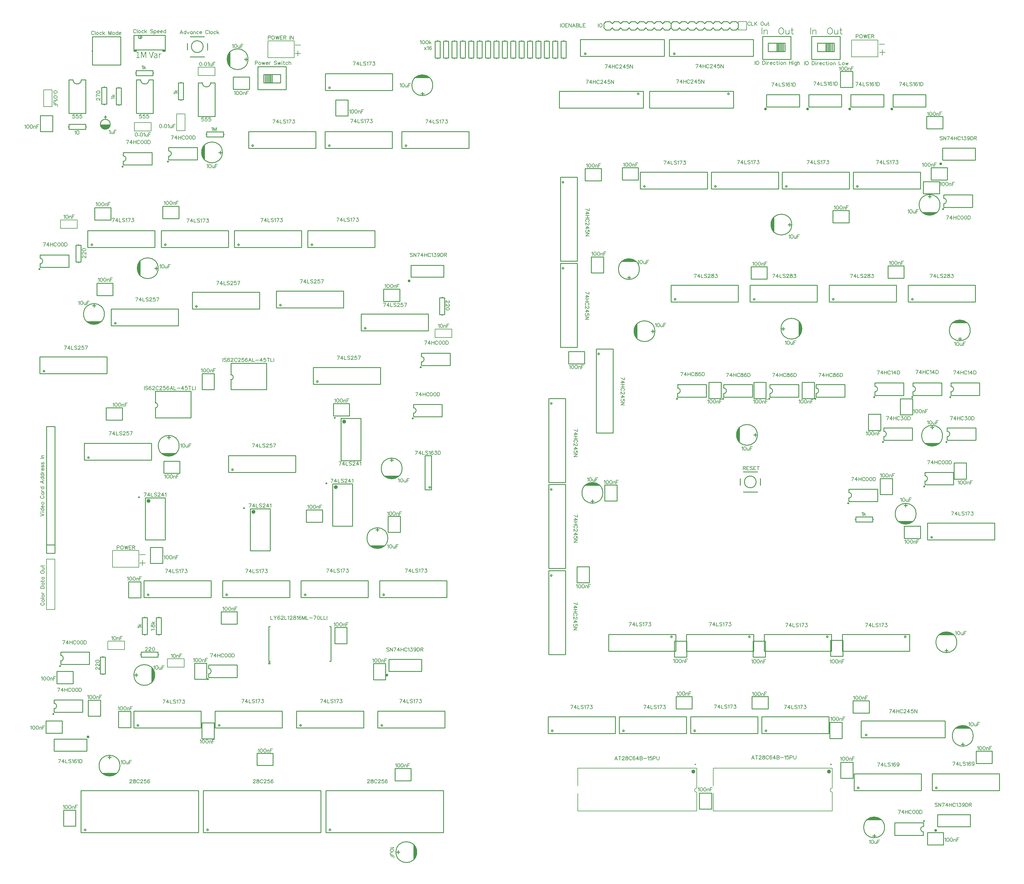
<source format=gto>
G04 Layer: TopSilkLayer*
G04 EasyEDA v6.4.25, 2021-12-08T18:35:49--6:00*
G04 986698a7ba0b47aaa227ef1f9665312c,06444aca9169495d970130cf6b44ba93,10*
G04 Gerber Generator version 0.2*
G04 Scale: 100 percent, Rotated: No, Reflected: No *
G04 Dimensions in millimeters *
G04 leading zeros omitted , absolute positions ,4 integer and 5 decimal *
%FSLAX45Y45*%
%MOMM*%

%ADD10C,0.3000*%
%ADD11C,0.4000*%
%ADD12C,0.6000*%
%ADD36C,0.2540*%
%ADD37C,0.2007*%
%ADD38C,0.2286*%
%ADD39C,0.2286*%
%ADD40C,0.2032*%
%ADD41C,0.2030*%
%ADD42C,0.2000*%
%ADD43C,0.2500*%
%ADD44C,0.1520*%
%ADD45C,0.1524*%

%LPD*%
G36*
X3882644Y-972819D02*
G01*
X3942384Y-1158748D01*
X3966514Y-1158748D01*
X4025950Y-972819D01*
X4004614Y-972819D01*
X3961739Y-1116177D01*
X3955287Y-1136904D01*
X3954272Y-1136904D01*
X3947769Y-1116177D01*
X3936034Y-1075436D01*
X3904742Y-972819D01*
G37*
G36*
X3647236Y-972819D02*
G01*
X3647236Y-1158748D01*
X3666286Y-1158748D01*
X3666185Y-1045159D01*
X3665728Y-1031646D01*
X3663746Y-997458D01*
X3664712Y-997458D01*
X3679444Y-1039621D01*
X3716070Y-1139698D01*
X3730548Y-1139698D01*
X3766870Y-1039621D01*
X3781602Y-997458D01*
X3782618Y-997458D01*
X3780942Y-1024585D01*
X3780332Y-1038555D01*
X3780028Y-1051306D01*
X3780028Y-1158748D01*
X3799636Y-1158748D01*
X3799636Y-972819D01*
X3773678Y-972819D01*
X3737356Y-1074420D01*
X3724452Y-1114044D01*
X3723182Y-1114044D01*
X3711397Y-1079398D01*
X3673094Y-972819D01*
G37*
G36*
X3550970Y-972819D02*
G01*
X3547211Y-974953D01*
X3539032Y-978662D01*
X3529736Y-981811D01*
X3519170Y-984402D01*
X3513328Y-985519D01*
X3513328Y-998982D01*
X3546094Y-998982D01*
X3546094Y-1141476D01*
X3504437Y-1141476D01*
X3504437Y-1158748D01*
X3604564Y-1158748D01*
X3604564Y-1141476D01*
X3566718Y-1141476D01*
X3566718Y-972819D01*
G37*
G36*
X4244898Y-1018032D02*
G01*
X4239158Y-1018540D01*
X4233570Y-1020064D01*
X4228236Y-1022553D01*
X4223156Y-1025906D01*
X4218330Y-1030071D01*
X4213860Y-1034948D01*
X4209745Y-1040536D01*
X4206036Y-1046734D01*
X4205224Y-1046734D01*
X4203192Y-1021587D01*
X4186428Y-1021587D01*
X4186428Y-1158748D01*
X4207052Y-1158748D01*
X4207052Y-1069340D01*
X4210761Y-1061110D01*
X4214876Y-1054201D01*
X4219244Y-1048562D01*
X4223816Y-1044143D01*
X4228490Y-1040841D01*
X4233214Y-1038555D01*
X4237837Y-1037234D01*
X4242308Y-1036828D01*
X4245965Y-1036980D01*
X4249115Y-1037386D01*
X4255262Y-1039114D01*
X4259326Y-1021080D01*
X4255973Y-1019657D01*
X4252569Y-1018692D01*
X4248962Y-1018184D01*
G37*
G36*
X4094784Y-1018032D02*
G01*
X4086606Y-1018489D01*
X4078782Y-1019759D01*
X4071315Y-1021638D01*
X4064254Y-1024077D01*
X4057700Y-1026921D01*
X4051706Y-1029919D01*
X4046220Y-1033018D01*
X4041394Y-1036066D01*
X4049776Y-1050544D01*
X4053890Y-1047750D01*
X4058361Y-1045057D01*
X4063187Y-1042466D01*
X4068318Y-1040180D01*
X4073753Y-1038199D01*
X4079443Y-1036624D01*
X4085336Y-1035659D01*
X4091482Y-1035303D01*
X4099509Y-1036116D01*
X4106011Y-1038453D01*
X4111142Y-1042060D01*
X4115003Y-1046784D01*
X4117746Y-1052322D01*
X4119524Y-1058570D01*
X4120438Y-1065225D01*
X4120642Y-1072134D01*
X4103979Y-1074369D01*
X4089196Y-1077112D01*
X4076293Y-1080465D01*
X4070553Y-1082344D01*
X4060393Y-1086612D01*
X4056024Y-1088999D01*
X4052062Y-1091590D01*
X4048556Y-1094333D01*
X4045458Y-1097280D01*
X4042816Y-1100378D01*
X4040581Y-1103731D01*
X4038752Y-1107236D01*
X4037380Y-1110945D01*
X4036364Y-1114907D01*
X4035755Y-1119073D01*
X4035647Y-1122172D01*
X4055668Y-1122172D01*
X4055973Y-1117600D01*
X4057091Y-1113383D01*
X4058970Y-1109370D01*
X4061714Y-1105712D01*
X4065371Y-1102309D01*
X4069943Y-1099210D01*
X4075582Y-1096314D01*
X4082237Y-1093774D01*
X4090060Y-1091438D01*
X4099001Y-1089406D01*
X4109212Y-1087628D01*
X4120642Y-1086104D01*
X4120642Y-1126236D01*
X4115511Y-1130604D01*
X4110532Y-1134465D01*
X4105656Y-1137716D01*
X4100880Y-1140409D01*
X4096054Y-1142542D01*
X4091178Y-1144066D01*
X4086199Y-1144981D01*
X4081068Y-1145286D01*
X4075937Y-1144981D01*
X4071162Y-1144016D01*
X4066844Y-1142339D01*
X4063085Y-1139901D01*
X4059986Y-1136751D01*
X4057650Y-1132738D01*
X4056176Y-1127912D01*
X4055668Y-1122172D01*
X4035647Y-1122172D01*
X4035907Y-1129436D01*
X4036974Y-1134922D01*
X4038650Y-1139952D01*
X4040886Y-1144524D01*
X4043730Y-1148537D01*
X4047032Y-1152093D01*
X4050842Y-1155090D01*
X4055059Y-1157579D01*
X4059682Y-1159510D01*
X4064660Y-1160932D01*
X4069943Y-1161745D01*
X4075480Y-1162050D01*
X4081881Y-1161643D01*
X4088129Y-1160475D01*
X4094175Y-1158646D01*
X4100118Y-1156208D01*
X4105808Y-1153261D01*
X4111294Y-1149858D01*
X4116628Y-1146048D01*
X4121658Y-1141984D01*
X4122470Y-1141984D01*
X4124248Y-1158748D01*
X4141266Y-1158748D01*
X4141266Y-1073658D01*
X4141063Y-1067612D01*
X4140606Y-1061770D01*
X4139793Y-1056284D01*
X4138676Y-1051052D01*
X4137151Y-1046124D01*
X4135323Y-1041552D01*
X4133087Y-1037336D01*
X4130497Y-1033475D01*
X4127500Y-1029969D01*
X4124096Y-1026921D01*
X4120286Y-1024280D01*
X4116070Y-1022096D01*
X4111396Y-1020318D01*
X4106316Y-1019048D01*
X4100779Y-1018286D01*
G37*
D44*
X3494277Y-318007D02*
G01*
X3488943Y-307594D01*
X3478529Y-297179D01*
X3468370Y-292100D01*
X3447541Y-292100D01*
X3437127Y-297179D01*
X3426713Y-307594D01*
X3421379Y-318007D01*
X3416300Y-333502D01*
X3416300Y-359410D01*
X3421379Y-375157D01*
X3426713Y-385571D01*
X3437127Y-395986D01*
X3447541Y-401065D01*
X3468370Y-401065D01*
X3478529Y-395986D01*
X3488943Y-385571D01*
X3494277Y-375157D01*
X3528568Y-292100D02*
G01*
X3528568Y-401065D01*
X3588765Y-328421D02*
G01*
X3578352Y-333502D01*
X3567938Y-343915D01*
X3562858Y-359410D01*
X3562858Y-369823D01*
X3567938Y-385571D01*
X3578352Y-395986D01*
X3588765Y-401065D01*
X3604259Y-401065D01*
X3614674Y-395986D01*
X3625088Y-385571D01*
X3630422Y-369823D01*
X3630422Y-359410D01*
X3625088Y-343915D01*
X3614674Y-333502D01*
X3604259Y-328421D01*
X3588765Y-328421D01*
X3726941Y-343915D02*
G01*
X3716527Y-333502D01*
X3706113Y-328421D01*
X3690620Y-328421D01*
X3680206Y-333502D01*
X3669791Y-343915D01*
X3664711Y-359410D01*
X3664711Y-369823D01*
X3669791Y-385571D01*
X3680206Y-395986D01*
X3690620Y-401065D01*
X3706113Y-401065D01*
X3716527Y-395986D01*
X3726941Y-385571D01*
X3761231Y-292100D02*
G01*
X3761231Y-401065D01*
X3813302Y-328421D02*
G01*
X3761231Y-380237D01*
X3782059Y-359410D02*
G01*
X3818381Y-401065D01*
X4005579Y-307594D02*
G01*
X3995165Y-297179D01*
X3979418Y-292100D01*
X3958590Y-292100D01*
X3943095Y-297179D01*
X3932681Y-307594D01*
X3932681Y-318007D01*
X3938015Y-328421D01*
X3943095Y-333502D01*
X3953509Y-338836D01*
X3984752Y-349250D01*
X3995165Y-354329D01*
X4000245Y-359410D01*
X4005579Y-369823D01*
X4005579Y-385571D01*
X3995165Y-395986D01*
X3979418Y-401065D01*
X3958590Y-401065D01*
X3943095Y-395986D01*
X3932681Y-385571D01*
X4039870Y-328421D02*
G01*
X4039870Y-437387D01*
X4039870Y-343915D02*
G01*
X4050029Y-333502D01*
X4060443Y-328421D01*
X4076191Y-328421D01*
X4086606Y-333502D01*
X4097020Y-343915D01*
X4102100Y-359410D01*
X4102100Y-369823D01*
X4097020Y-385571D01*
X4086606Y-395986D01*
X4076191Y-401065D01*
X4060443Y-401065D01*
X4050029Y-395986D01*
X4039870Y-385571D01*
X4136390Y-359410D02*
G01*
X4198620Y-359410D01*
X4198620Y-349250D01*
X4193540Y-338836D01*
X4188459Y-333502D01*
X4178045Y-328421D01*
X4162297Y-328421D01*
X4151884Y-333502D01*
X4141470Y-343915D01*
X4136390Y-359410D01*
X4136390Y-369823D01*
X4141470Y-385571D01*
X4151884Y-395986D01*
X4162297Y-401065D01*
X4178045Y-401065D01*
X4188459Y-395986D01*
X4198620Y-385571D01*
X4232909Y-359410D02*
G01*
X4295393Y-359410D01*
X4295393Y-349250D01*
X4290059Y-338836D01*
X4284979Y-333502D01*
X4274565Y-328421D01*
X4259072Y-328421D01*
X4248658Y-333502D01*
X4238243Y-343915D01*
X4232909Y-359410D01*
X4232909Y-369823D01*
X4238243Y-385571D01*
X4248658Y-395986D01*
X4259072Y-401065D01*
X4274565Y-401065D01*
X4284979Y-395986D01*
X4295393Y-385571D01*
X4391913Y-292100D02*
G01*
X4391913Y-401065D01*
X4391913Y-343915D02*
G01*
X4381500Y-333502D01*
X4371340Y-328421D01*
X4355591Y-328421D01*
X4345177Y-333502D01*
X4334763Y-343915D01*
X4329684Y-359410D01*
X4329684Y-369823D01*
X4334763Y-385571D01*
X4345177Y-395986D01*
X4355591Y-401065D01*
X4371340Y-401065D01*
X4381500Y-395986D01*
X4391913Y-385571D01*
X12217400Y-836421D02*
G01*
X12274550Y-909065D01*
X12274550Y-836421D02*
G01*
X12217400Y-909065D01*
X12308840Y-820673D02*
G01*
X12319254Y-815594D01*
X12334747Y-800100D01*
X12334747Y-909065D01*
X12431522Y-815594D02*
G01*
X12426188Y-805179D01*
X12410693Y-800100D01*
X12400279Y-800100D01*
X12384786Y-805179D01*
X12374372Y-820673D01*
X12369038Y-846836D01*
X12369038Y-872744D01*
X12374372Y-893571D01*
X12384786Y-903986D01*
X12400279Y-909065D01*
X12405359Y-909065D01*
X12421108Y-903986D01*
X12431522Y-893571D01*
X12436602Y-877823D01*
X12436602Y-872744D01*
X12431522Y-857250D01*
X12421108Y-846836D01*
X12405359Y-841502D01*
X12400279Y-841502D01*
X12384786Y-846836D01*
X12374372Y-857250D01*
X12369038Y-872744D01*
X12090400Y-644144D02*
G01*
X12100813Y-639063D01*
X12116308Y-623570D01*
X12116308Y-732536D01*
X12181840Y-623570D02*
G01*
X12166345Y-628650D01*
X12155931Y-644144D01*
X12150597Y-670305D01*
X12150597Y-685800D01*
X12155931Y-711707D01*
X12166345Y-727455D01*
X12181840Y-732536D01*
X12192254Y-732536D01*
X12207747Y-727455D01*
X12218161Y-711707D01*
X12223495Y-685800D01*
X12223495Y-670305D01*
X12218161Y-644144D01*
X12207747Y-628650D01*
X12192254Y-623570D01*
X12181840Y-623570D01*
X12288774Y-623570D02*
G01*
X12273279Y-628650D01*
X12262865Y-644144D01*
X12257786Y-670305D01*
X12257786Y-685800D01*
X12262865Y-711707D01*
X12273279Y-727455D01*
X12288774Y-732536D01*
X12299188Y-732536D01*
X12314936Y-727455D01*
X12325350Y-711707D01*
X12330429Y-685800D01*
X12330429Y-670305D01*
X12325350Y-644144D01*
X12314936Y-628650D01*
X12299188Y-623570D01*
X12288774Y-623570D01*
X12364720Y-623570D02*
G01*
X12364720Y-732536D01*
X12416790Y-659892D02*
G01*
X12364720Y-711707D01*
X12385547Y-690879D02*
G01*
X12421870Y-732536D01*
D40*
X3689858Y-16350742D02*
G01*
X3689858Y-16516857D01*
X3606800Y-16433800D02*
G01*
X3773170Y-16433800D01*
X22428200Y-244855D02*
G01*
X22428200Y-438657D01*
X22489159Y-309371D02*
G01*
X22489159Y-438657D01*
X22489159Y-346455D02*
G01*
X22516845Y-318770D01*
X22535388Y-309371D01*
X22563074Y-309371D01*
X22581616Y-318770D01*
X22590759Y-346455D01*
X22590759Y-438657D01*
X22991572Y-244855D02*
G01*
X22973029Y-254000D01*
X22954741Y-272542D01*
X22945343Y-290829D01*
X22936200Y-318770D01*
X22936200Y-364744D01*
X22945343Y-392429D01*
X22954741Y-410971D01*
X22973029Y-429513D01*
X22991572Y-438657D01*
X23028656Y-438657D01*
X23046943Y-429513D01*
X23065486Y-410971D01*
X23074629Y-392429D01*
X23084027Y-364744D01*
X23084027Y-318770D01*
X23074629Y-290829D01*
X23065486Y-272542D01*
X23046943Y-254000D01*
X23028656Y-244855D01*
X22991572Y-244855D01*
X23144988Y-309371D02*
G01*
X23144988Y-401828D01*
X23154131Y-429513D01*
X23172674Y-438657D01*
X23200359Y-438657D01*
X23218902Y-429513D01*
X23246588Y-401828D01*
X23246588Y-309371D02*
G01*
X23246588Y-438657D01*
X23335234Y-244855D02*
G01*
X23335234Y-401828D01*
X23344377Y-429513D01*
X23362920Y-438657D01*
X23381461Y-438657D01*
X23307548Y-309371D02*
G01*
X23372063Y-309371D01*
X3606800Y-16179800D02*
G01*
X3773170Y-16179800D01*
X26067258Y-901700D02*
G01*
X26067258Y-1067815D01*
X25984200Y-984757D02*
G01*
X26150570Y-984757D01*
X25971500Y-736600D02*
G01*
X26137870Y-736600D01*
X8388858Y-932942D02*
G01*
X8388858Y-1099057D01*
X8305800Y-1016000D02*
G01*
X8472170Y-1016000D01*
X8305800Y-762000D02*
G01*
X8472170Y-762000D01*
X23901400Y-244855D02*
G01*
X23901400Y-438657D01*
X23962359Y-309371D02*
G01*
X23962359Y-438657D01*
X23962359Y-346455D02*
G01*
X23990045Y-318770D01*
X24008588Y-309371D01*
X24036274Y-309371D01*
X24054816Y-318770D01*
X24063959Y-346455D01*
X24063959Y-438657D01*
X24464772Y-244855D02*
G01*
X24446229Y-254000D01*
X24427941Y-272542D01*
X24418543Y-290829D01*
X24409400Y-318770D01*
X24409400Y-364744D01*
X24418543Y-392429D01*
X24427941Y-410971D01*
X24446229Y-429513D01*
X24464772Y-438657D01*
X24501856Y-438657D01*
X24520143Y-429513D01*
X24538686Y-410971D01*
X24547829Y-392429D01*
X24557227Y-364744D01*
X24557227Y-318770D01*
X24547829Y-290829D01*
X24538686Y-272542D01*
X24520143Y-254000D01*
X24501856Y-244855D01*
X24464772Y-244855D01*
X24618188Y-309371D02*
G01*
X24618188Y-401828D01*
X24627331Y-429513D01*
X24645874Y-438657D01*
X24673559Y-438657D01*
X24692102Y-429513D01*
X24719788Y-401828D01*
X24719788Y-309371D02*
G01*
X24719788Y-438657D01*
X24808434Y-244855D02*
G01*
X24808434Y-401828D01*
X24817577Y-429513D01*
X24836120Y-438657D01*
X24854661Y-438657D01*
X24780748Y-309371D02*
G01*
X24845263Y-309371D01*
D45*
X16332200Y-113284D02*
G01*
X16332200Y-222250D01*
X16397731Y-113284D02*
G01*
X16387318Y-118363D01*
X16376904Y-128778D01*
X16371570Y-139192D01*
X16366490Y-154939D01*
X16366490Y-180847D01*
X16371570Y-196342D01*
X16376904Y-206755D01*
X16387318Y-217170D01*
X16397731Y-222250D01*
X16418559Y-222250D01*
X16428720Y-217170D01*
X16439134Y-206755D01*
X16444468Y-196342D01*
X16449547Y-180847D01*
X16449547Y-154939D01*
X16444468Y-139192D01*
X16439134Y-128778D01*
X16428720Y-118363D01*
X16418559Y-113284D01*
X16397731Y-113284D01*
X16483838Y-113284D02*
G01*
X16483838Y-222250D01*
X16483838Y-113284D02*
G01*
X16551402Y-113284D01*
X16483838Y-165100D02*
G01*
X16525493Y-165100D01*
X16483838Y-222250D02*
G01*
X16551402Y-222250D01*
X16585691Y-113284D02*
G01*
X16585691Y-222250D01*
X16585691Y-113284D02*
G01*
X16658590Y-222250D01*
X16658590Y-113284D02*
G01*
X16658590Y-222250D01*
X16734281Y-113284D02*
G01*
X16692879Y-222250D01*
X16734281Y-113284D02*
G01*
X16775938Y-222250D01*
X16708374Y-185928D02*
G01*
X16760190Y-185928D01*
X16810227Y-113284D02*
G01*
X16810227Y-222250D01*
X16810227Y-113284D02*
G01*
X16856963Y-113284D01*
X16872458Y-118363D01*
X16877791Y-123697D01*
X16882872Y-134112D01*
X16882872Y-144526D01*
X16877791Y-154939D01*
X16872458Y-160020D01*
X16856963Y-165100D01*
X16810227Y-165100D02*
G01*
X16856963Y-165100D01*
X16872458Y-170434D01*
X16877791Y-175513D01*
X16882872Y-185928D01*
X16882872Y-201676D01*
X16877791Y-212089D01*
X16872458Y-217170D01*
X16856963Y-222250D01*
X16810227Y-222250D01*
X16917161Y-113284D02*
G01*
X16917161Y-222250D01*
X16917161Y-222250D02*
G01*
X16979645Y-222250D01*
X17013936Y-113284D02*
G01*
X17013936Y-222250D01*
X17013936Y-113284D02*
G01*
X17081500Y-113284D01*
X17013936Y-165100D02*
G01*
X17055338Y-165100D01*
X17013936Y-222250D02*
G01*
X17081500Y-222250D01*
X11023600Y-8021828D02*
G01*
X11034013Y-8016494D01*
X11049508Y-8001000D01*
X11049508Y-8109965D01*
X11115040Y-8001000D02*
G01*
X11099545Y-8006079D01*
X11089131Y-8021828D01*
X11083797Y-8047736D01*
X11083797Y-8063229D01*
X11089131Y-8089137D01*
X11099545Y-8104886D01*
X11115040Y-8109965D01*
X11125454Y-8109965D01*
X11140947Y-8104886D01*
X11151361Y-8089137D01*
X11156695Y-8063229D01*
X11156695Y-8047736D01*
X11151361Y-8021828D01*
X11140947Y-8006079D01*
X11125454Y-8001000D01*
X11115040Y-8001000D01*
X11221974Y-8001000D02*
G01*
X11206479Y-8006079D01*
X11196065Y-8021828D01*
X11190986Y-8047736D01*
X11190986Y-8063229D01*
X11196065Y-8089137D01*
X11206479Y-8104886D01*
X11221974Y-8109965D01*
X11232388Y-8109965D01*
X11248136Y-8104886D01*
X11258550Y-8089137D01*
X11263629Y-8063229D01*
X11263629Y-8047736D01*
X11258550Y-8021828D01*
X11248136Y-8006079D01*
X11232388Y-8001000D01*
X11221974Y-8001000D01*
X11297920Y-8037321D02*
G01*
X11297920Y-8109965D01*
X11297920Y-8058150D02*
G01*
X11313413Y-8042402D01*
X11323827Y-8037321D01*
X11339575Y-8037321D01*
X11349990Y-8042402D01*
X11355070Y-8058150D01*
X11355070Y-8109965D01*
X11389359Y-8001000D02*
G01*
X11389359Y-8109965D01*
X11389359Y-8001000D02*
G01*
X11456924Y-8001000D01*
X11389359Y-8052815D02*
G01*
X11431015Y-8052815D01*
X3656329Y-2870200D02*
G01*
X3604513Y-2870200D01*
X3599179Y-2916936D01*
X3604513Y-2911602D01*
X3620008Y-2906521D01*
X3635756Y-2906521D01*
X3651250Y-2911602D01*
X3661663Y-2922015D01*
X3666743Y-2937510D01*
X3666743Y-2947923D01*
X3661663Y-2963671D01*
X3651250Y-2974086D01*
X3635756Y-2979165D01*
X3620008Y-2979165D01*
X3604513Y-2974086D01*
X3599179Y-2968752D01*
X3594100Y-2958337D01*
X3763518Y-2870200D02*
G01*
X3711447Y-2870200D01*
X3706368Y-2916936D01*
X3711447Y-2911602D01*
X3727195Y-2906521D01*
X3742690Y-2906521D01*
X3758184Y-2911602D01*
X3768597Y-2922015D01*
X3773931Y-2937510D01*
X3773931Y-2947923D01*
X3768597Y-2963671D01*
X3758184Y-2974086D01*
X3742690Y-2979165D01*
X3727195Y-2979165D01*
X3711447Y-2974086D01*
X3706368Y-2968752D01*
X3701034Y-2958337D01*
X3870452Y-2870200D02*
G01*
X3818636Y-2870200D01*
X3813302Y-2916936D01*
X3818636Y-2911602D01*
X3834129Y-2906521D01*
X3849624Y-2906521D01*
X3865372Y-2911602D01*
X3875786Y-2922015D01*
X3880865Y-2937510D01*
X3880865Y-2947923D01*
X3875786Y-2963671D01*
X3865372Y-2974086D01*
X3849624Y-2979165D01*
X3834129Y-2979165D01*
X3818636Y-2974086D01*
X3813302Y-2968752D01*
X3808222Y-2958337D01*
X1637029Y-2870200D02*
G01*
X1585213Y-2870200D01*
X1579879Y-2916936D01*
X1585213Y-2911602D01*
X1600708Y-2906521D01*
X1616456Y-2906521D01*
X1631950Y-2911602D01*
X1642363Y-2922015D01*
X1647443Y-2937510D01*
X1647443Y-2947923D01*
X1642363Y-2963671D01*
X1631950Y-2974086D01*
X1616456Y-2979165D01*
X1600708Y-2979165D01*
X1585213Y-2974086D01*
X1579879Y-2968752D01*
X1574800Y-2958337D01*
X1744218Y-2870200D02*
G01*
X1692147Y-2870200D01*
X1687068Y-2916936D01*
X1692147Y-2911602D01*
X1707895Y-2906521D01*
X1723390Y-2906521D01*
X1738884Y-2911602D01*
X1749297Y-2922015D01*
X1754631Y-2937510D01*
X1754631Y-2947923D01*
X1749297Y-2963671D01*
X1738884Y-2974086D01*
X1723390Y-2979165D01*
X1707895Y-2979165D01*
X1692147Y-2974086D01*
X1687068Y-2968752D01*
X1681734Y-2958337D01*
X1851152Y-2870200D02*
G01*
X1799336Y-2870200D01*
X1794002Y-2916936D01*
X1799336Y-2911602D01*
X1814829Y-2906521D01*
X1830324Y-2906521D01*
X1846072Y-2911602D01*
X1856486Y-2922015D01*
X1861565Y-2937510D01*
X1861565Y-2947923D01*
X1856486Y-2963671D01*
X1846072Y-2974086D01*
X1830324Y-2979165D01*
X1814829Y-2979165D01*
X1799336Y-2974086D01*
X1794002Y-2968752D01*
X1788922Y-2958337D01*
D44*
X4867656Y-318770D02*
G01*
X4826000Y-427736D01*
X4867656Y-318770D02*
G01*
X4909058Y-427736D01*
X4841493Y-391413D02*
G01*
X4893563Y-391413D01*
X5005831Y-318770D02*
G01*
X5005831Y-427736D01*
X5005831Y-370586D02*
G01*
X4995418Y-360171D01*
X4985004Y-355092D01*
X4969509Y-355092D01*
X4959095Y-360171D01*
X4948681Y-370586D01*
X4943347Y-386079D01*
X4943347Y-396494D01*
X4948681Y-412242D01*
X4959095Y-422655D01*
X4969509Y-427736D01*
X4985004Y-427736D01*
X4995418Y-422655D01*
X5005831Y-412242D01*
X5040122Y-355092D02*
G01*
X5071109Y-427736D01*
X5102352Y-355092D02*
G01*
X5071109Y-427736D01*
X5199125Y-355092D02*
G01*
X5199125Y-427736D01*
X5199125Y-370586D02*
G01*
X5188711Y-360171D01*
X5178297Y-355092D01*
X5162550Y-355092D01*
X5152390Y-360171D01*
X5141975Y-370586D01*
X5136641Y-386079D01*
X5136641Y-396494D01*
X5141975Y-412242D01*
X5152390Y-422655D01*
X5162550Y-427736D01*
X5178297Y-427736D01*
X5188711Y-422655D01*
X5199125Y-412242D01*
X5233415Y-355092D02*
G01*
X5233415Y-427736D01*
X5233415Y-375920D02*
G01*
X5248909Y-360171D01*
X5259324Y-355092D01*
X5274818Y-355092D01*
X5285231Y-360171D01*
X5290565Y-375920D01*
X5290565Y-427736D01*
X5387086Y-370586D02*
G01*
X5376672Y-360171D01*
X5366258Y-355092D01*
X5350763Y-355092D01*
X5340350Y-360171D01*
X5329936Y-370586D01*
X5324856Y-386079D01*
X5324856Y-396494D01*
X5329936Y-412242D01*
X5340350Y-422655D01*
X5350763Y-427736D01*
X5366258Y-427736D01*
X5376672Y-422655D01*
X5387086Y-412242D01*
X5421375Y-386079D02*
G01*
X5483859Y-386079D01*
X5483859Y-375920D01*
X5478525Y-365505D01*
X5473445Y-360171D01*
X5463031Y-355092D01*
X5447284Y-355092D01*
X5436870Y-360171D01*
X5426709Y-370586D01*
X5421375Y-386079D01*
X5421375Y-396494D01*
X5426709Y-412242D01*
X5436870Y-422655D01*
X5447284Y-427736D01*
X5463031Y-427736D01*
X5473445Y-422655D01*
X5483859Y-412242D01*
X5675884Y-344678D02*
G01*
X5670804Y-334263D01*
X5660390Y-323850D01*
X5649975Y-318770D01*
X5629147Y-318770D01*
X5618734Y-323850D01*
X5608320Y-334263D01*
X5603240Y-344678D01*
X5598159Y-360171D01*
X5598159Y-386079D01*
X5603240Y-401828D01*
X5608320Y-412242D01*
X5618734Y-422655D01*
X5629147Y-427736D01*
X5649975Y-427736D01*
X5660390Y-422655D01*
X5670804Y-412242D01*
X5675884Y-401828D01*
X5710174Y-318770D02*
G01*
X5710174Y-427736D01*
X5770625Y-355092D02*
G01*
X5760211Y-360171D01*
X5749797Y-370586D01*
X5744463Y-386079D01*
X5744463Y-396494D01*
X5749797Y-412242D01*
X5760211Y-422655D01*
X5770625Y-427736D01*
X5786120Y-427736D01*
X5796534Y-422655D01*
X5806947Y-412242D01*
X5812027Y-396494D01*
X5812027Y-386079D01*
X5806947Y-370586D01*
X5796534Y-360171D01*
X5786120Y-355092D01*
X5770625Y-355092D01*
X5908802Y-370586D02*
G01*
X5898388Y-360171D01*
X5887974Y-355092D01*
X5872479Y-355092D01*
X5862065Y-360171D01*
X5851652Y-370586D01*
X5846318Y-386079D01*
X5846318Y-396494D01*
X5851652Y-412242D01*
X5862065Y-422655D01*
X5872479Y-427736D01*
X5887974Y-427736D01*
X5898388Y-422655D01*
X5908802Y-412242D01*
X5943091Y-318770D02*
G01*
X5943091Y-427736D01*
X5994908Y-355092D02*
G01*
X5943091Y-406907D01*
X5963920Y-386079D02*
G01*
X6000241Y-427736D01*
D45*
X3273043Y-3644900D02*
G01*
X3221227Y-3753865D01*
X3200400Y-3644900D02*
G01*
X3273043Y-3644900D01*
X3359404Y-3644900D02*
G01*
X3307334Y-3717544D01*
X3385311Y-3717544D01*
X3359404Y-3644900D02*
G01*
X3359404Y-3753865D01*
X3419602Y-3644900D02*
G01*
X3419602Y-3753865D01*
X3492500Y-3644900D02*
G01*
X3492500Y-3753865D01*
X3419602Y-3696715D02*
G01*
X3492500Y-3696715D01*
X3604513Y-3670807D02*
G01*
X3599434Y-3660394D01*
X3589020Y-3649979D01*
X3578606Y-3644900D01*
X3557777Y-3644900D01*
X3547363Y-3649979D01*
X3536950Y-3660394D01*
X3531870Y-3670807D01*
X3526790Y-3686302D01*
X3526790Y-3712210D01*
X3531870Y-3727957D01*
X3536950Y-3738371D01*
X3547363Y-3748786D01*
X3557777Y-3753865D01*
X3578606Y-3753865D01*
X3589020Y-3748786D01*
X3599434Y-3738371D01*
X3604513Y-3727957D01*
X3670045Y-3644900D02*
G01*
X3654552Y-3649979D01*
X3644138Y-3665473D01*
X3638804Y-3691636D01*
X3638804Y-3707129D01*
X3644138Y-3733037D01*
X3654552Y-3748786D01*
X3670045Y-3753865D01*
X3680459Y-3753865D01*
X3695954Y-3748786D01*
X3706368Y-3733037D01*
X3711702Y-3707129D01*
X3711702Y-3691636D01*
X3706368Y-3665473D01*
X3695954Y-3649979D01*
X3680459Y-3644900D01*
X3670045Y-3644900D01*
X3776979Y-3644900D02*
G01*
X3761486Y-3649979D01*
X3751072Y-3665473D01*
X3745991Y-3691636D01*
X3745991Y-3707129D01*
X3751072Y-3733037D01*
X3761486Y-3748786D01*
X3776979Y-3753865D01*
X3787393Y-3753865D01*
X3803141Y-3748786D01*
X3813556Y-3733037D01*
X3818636Y-3707129D01*
X3818636Y-3691636D01*
X3813556Y-3665473D01*
X3803141Y-3649979D01*
X3787393Y-3644900D01*
X3776979Y-3644900D01*
X3852925Y-3644900D02*
G01*
X3852925Y-3753865D01*
X3852925Y-3644900D02*
G01*
X3889247Y-3644900D01*
X3904995Y-3649979D01*
X3915409Y-3660394D01*
X3920490Y-3670807D01*
X3925570Y-3686302D01*
X3925570Y-3712210D01*
X3920490Y-3727957D01*
X3915409Y-3738371D01*
X3904995Y-3748786D01*
X3889247Y-3753865D01*
X3852925Y-3753865D01*
X5535929Y-2960370D02*
G01*
X5484113Y-2960370D01*
X5478779Y-3007105D01*
X5484113Y-3001771D01*
X5499608Y-2996692D01*
X5515356Y-2996692D01*
X5530850Y-3001771D01*
X5541263Y-3012186D01*
X5546343Y-3027679D01*
X5546343Y-3038094D01*
X5541263Y-3053842D01*
X5530850Y-3064255D01*
X5515356Y-3069336D01*
X5499608Y-3069336D01*
X5484113Y-3064255D01*
X5478779Y-3058921D01*
X5473700Y-3048507D01*
X5643118Y-2960370D02*
G01*
X5591047Y-2960370D01*
X5585968Y-3007105D01*
X5591047Y-3001771D01*
X5606795Y-2996692D01*
X5622290Y-2996692D01*
X5637784Y-3001771D01*
X5648197Y-3012186D01*
X5653531Y-3027679D01*
X5653531Y-3038094D01*
X5648197Y-3053842D01*
X5637784Y-3064255D01*
X5622290Y-3069336D01*
X5606795Y-3069336D01*
X5591047Y-3064255D01*
X5585968Y-3058921D01*
X5580634Y-3048507D01*
X5750052Y-2960370D02*
G01*
X5698236Y-2960370D01*
X5692902Y-3007105D01*
X5698236Y-3001771D01*
X5713729Y-2996692D01*
X5729224Y-2996692D01*
X5744972Y-3001771D01*
X5755386Y-3012186D01*
X5760465Y-3027679D01*
X5760465Y-3038094D01*
X5755386Y-3053842D01*
X5744972Y-3064255D01*
X5729224Y-3069336D01*
X5713729Y-3069336D01*
X5698236Y-3064255D01*
X5692902Y-3058921D01*
X5687822Y-3048507D01*
X3670300Y-1404871D02*
G01*
X3680713Y-1399791D01*
X3696208Y-1384297D01*
X3696208Y-1493263D01*
X3730497Y-1384297D02*
G01*
X3730497Y-1493263D01*
X3782568Y-1420619D02*
G01*
X3730497Y-1472435D01*
X3751325Y-1451607D02*
G01*
X3787647Y-1493263D01*
X2765043Y-2387600D02*
G01*
X2759963Y-2377186D01*
X2744470Y-2361692D01*
X2853436Y-2361692D01*
X2744470Y-2327402D02*
G01*
X2853436Y-2327402D01*
X2780791Y-2275331D02*
G01*
X2832608Y-2327402D01*
X2811779Y-2306573D02*
G01*
X2853436Y-2270252D01*
X3498339Y-3417570D02*
G01*
X3482591Y-3422650D01*
X3472177Y-3438144D01*
X3467097Y-3464305D01*
X3467097Y-3479800D01*
X3472177Y-3505707D01*
X3482591Y-3521455D01*
X3498339Y-3526536D01*
X3508753Y-3526536D01*
X3524247Y-3521455D01*
X3534661Y-3505707D01*
X3539741Y-3479800D01*
X3539741Y-3464305D01*
X3534661Y-3438144D01*
X3524247Y-3422650D01*
X3508753Y-3417570D01*
X3498339Y-3417570D01*
X3579365Y-3500628D02*
G01*
X3574031Y-3505707D01*
X3579365Y-3511042D01*
X3584445Y-3505707D01*
X3579365Y-3500628D01*
X3649977Y-3417570D02*
G01*
X3634483Y-3422650D01*
X3624069Y-3438144D01*
X3618735Y-3464305D01*
X3618735Y-3479800D01*
X3624069Y-3505707D01*
X3634483Y-3521455D01*
X3649977Y-3526536D01*
X3660391Y-3526536D01*
X3675885Y-3521455D01*
X3686299Y-3505707D01*
X3691633Y-3479800D01*
X3691633Y-3464305D01*
X3686299Y-3438144D01*
X3675885Y-3422650D01*
X3660391Y-3417570D01*
X3649977Y-3417570D01*
X3725923Y-3438144D02*
G01*
X3736337Y-3433063D01*
X3751831Y-3417570D01*
X3751831Y-3526536D01*
X3786121Y-3453892D02*
G01*
X3786121Y-3505707D01*
X3791201Y-3521455D01*
X3801615Y-3526536D01*
X3817363Y-3526536D01*
X3827777Y-3521455D01*
X3843271Y-3505707D01*
X3843271Y-3453892D02*
G01*
X3843271Y-3526536D01*
X3877561Y-3417570D02*
G01*
X3877561Y-3526536D01*
X3877561Y-3417570D02*
G01*
X3945125Y-3417570D01*
X3877561Y-3469386D02*
G01*
X3919217Y-3469386D01*
X2321824Y-2433320D02*
G01*
X2316490Y-2433320D01*
X2306076Y-2427986D01*
X2300996Y-2422905D01*
X2295916Y-2412492D01*
X2295916Y-2391663D01*
X2300996Y-2381250D01*
X2306076Y-2376170D01*
X2316490Y-2370836D01*
X2326904Y-2370836D01*
X2337318Y-2376170D01*
X2353066Y-2386329D01*
X2404882Y-2438400D01*
X2404882Y-2365755D01*
X2295916Y-2258568D02*
G01*
X2404882Y-2310637D01*
X2295916Y-2331465D02*
G01*
X2295916Y-2258568D01*
X2295916Y-2193289D02*
G01*
X2300996Y-2208784D01*
X2316490Y-2219197D01*
X2342652Y-2224278D01*
X2358146Y-2224278D01*
X2384054Y-2219197D01*
X2399802Y-2208784D01*
X2404882Y-2193289D01*
X2404882Y-2182876D01*
X2399802Y-2167128D01*
X2384054Y-2156713D01*
X2358146Y-2151634D01*
X2342652Y-2151634D01*
X2316490Y-2156713D01*
X2300996Y-2167128D01*
X2295916Y-2182876D01*
X2295916Y-2193289D01*
X1638305Y-3374641D02*
G01*
X1648719Y-3369561D01*
X1664213Y-3354067D01*
X1664213Y-3463033D01*
X1729745Y-3354067D02*
G01*
X1714251Y-3359147D01*
X1703837Y-3374641D01*
X1698503Y-3400803D01*
X1698503Y-3416297D01*
X1703837Y-3442205D01*
X1714251Y-3457953D01*
X1729745Y-3463033D01*
X1740159Y-3463033D01*
X1755653Y-3457953D01*
X1766067Y-3442205D01*
X1771401Y-3416297D01*
X1771401Y-3400803D01*
X1766067Y-3374641D01*
X1755653Y-3359147D01*
X1740159Y-3354067D01*
X1729745Y-3354067D01*
X1112265Y-2177539D02*
G01*
X1107186Y-2161791D01*
X1091692Y-2151377D01*
X1065529Y-2146297D01*
X1050036Y-2146297D01*
X1024128Y-2151377D01*
X1008379Y-2161791D01*
X1003300Y-2177539D01*
X1003300Y-2187953D01*
X1008379Y-2203447D01*
X1024128Y-2213861D01*
X1050036Y-2218941D01*
X1065529Y-2218941D01*
X1091692Y-2213861D01*
X1107186Y-2203447D01*
X1112265Y-2187953D01*
X1112265Y-2177539D01*
X1029207Y-2258565D02*
G01*
X1024128Y-2253231D01*
X1018794Y-2258565D01*
X1024128Y-2263645D01*
X1029207Y-2258565D01*
X1112265Y-2329177D02*
G01*
X1107186Y-2313683D01*
X1091692Y-2303269D01*
X1065529Y-2297935D01*
X1050036Y-2297935D01*
X1024128Y-2303269D01*
X1008379Y-2313683D01*
X1003300Y-2329177D01*
X1003300Y-2339591D01*
X1008379Y-2355085D01*
X1024128Y-2365499D01*
X1050036Y-2370833D01*
X1065529Y-2370833D01*
X1091692Y-2365499D01*
X1107186Y-2355085D01*
X1112265Y-2339591D01*
X1112265Y-2329177D01*
X1091692Y-2405123D02*
G01*
X1096771Y-2415537D01*
X1112265Y-2431031D01*
X1003300Y-2431031D01*
X1075944Y-2465321D02*
G01*
X1024128Y-2465321D01*
X1008379Y-2470401D01*
X1003300Y-2480815D01*
X1003300Y-2496563D01*
X1008379Y-2506977D01*
X1024128Y-2522471D01*
X1075944Y-2522471D02*
G01*
X1003300Y-2522471D01*
X1112265Y-2556761D02*
G01*
X1003300Y-2556761D01*
X1112265Y-2556761D02*
G01*
X1112265Y-2624325D01*
X1060450Y-2556761D02*
G01*
X1060450Y-2598417D01*
X2679700Y-3362098D02*
G01*
X2690113Y-3356764D01*
X2705608Y-3341270D01*
X2705608Y-3450236D01*
X2739897Y-3377592D02*
G01*
X2739897Y-3429662D01*
X2745231Y-3445156D01*
X2755645Y-3450236D01*
X2771140Y-3450236D01*
X2781554Y-3445156D01*
X2797047Y-3429662D01*
X2797047Y-3377592D02*
G01*
X2797047Y-3450236D01*
X2831338Y-3341270D02*
G01*
X2831338Y-3450236D01*
X2831338Y-3341270D02*
G01*
X2898902Y-3341270D01*
X2831338Y-3393086D02*
G01*
X2872993Y-3393086D01*
X5778500Y-3271773D02*
G01*
X5788913Y-3266694D01*
X5804408Y-3251200D01*
X5804408Y-3360165D01*
X5838697Y-3251200D02*
G01*
X5838697Y-3360165D01*
X5838697Y-3251200D02*
G01*
X5880354Y-3360165D01*
X5922009Y-3251200D02*
G01*
X5880354Y-3360165D01*
X5922009Y-3251200D02*
G01*
X5922009Y-3360165D01*
X5441439Y-1282700D02*
G01*
X5425691Y-1287779D01*
X5415277Y-1303273D01*
X5410197Y-1329436D01*
X5410197Y-1344929D01*
X5415277Y-1370837D01*
X5425691Y-1386586D01*
X5441439Y-1391665D01*
X5451853Y-1391665D01*
X5467347Y-1386586D01*
X5477761Y-1370837D01*
X5482841Y-1344929D01*
X5482841Y-1329436D01*
X5477761Y-1303273D01*
X5467347Y-1287779D01*
X5451853Y-1282700D01*
X5441439Y-1282700D01*
X5522465Y-1365757D02*
G01*
X5517131Y-1370837D01*
X5522465Y-1376171D01*
X5527545Y-1370837D01*
X5522465Y-1365757D01*
X5593077Y-1282700D02*
G01*
X5577583Y-1287779D01*
X5567169Y-1303273D01*
X5561835Y-1329436D01*
X5561835Y-1344929D01*
X5567169Y-1370837D01*
X5577583Y-1386586D01*
X5593077Y-1391665D01*
X5603491Y-1391665D01*
X5618985Y-1386586D01*
X5629399Y-1370837D01*
X5634733Y-1344929D01*
X5634733Y-1329436D01*
X5629399Y-1303273D01*
X5618985Y-1287779D01*
X5603491Y-1282700D01*
X5593077Y-1282700D01*
X5669023Y-1303273D02*
G01*
X5679437Y-1298194D01*
X5694931Y-1282700D01*
X5694931Y-1391665D01*
X5729221Y-1319021D02*
G01*
X5729221Y-1370837D01*
X5734301Y-1386586D01*
X5744715Y-1391665D01*
X5760463Y-1391665D01*
X5770877Y-1386586D01*
X5786371Y-1370837D01*
X5786371Y-1319021D02*
G01*
X5786371Y-1391665D01*
X5820661Y-1282700D02*
G01*
X5820661Y-1391665D01*
X5820661Y-1282700D02*
G01*
X5888225Y-1282700D01*
X5820661Y-1334515D02*
G01*
X5862317Y-1334515D01*
X4233684Y-3158995D02*
G01*
X4217936Y-3164075D01*
X4207522Y-3179569D01*
X4202442Y-3205731D01*
X4202442Y-3221225D01*
X4207522Y-3247133D01*
X4217936Y-3262881D01*
X4233684Y-3267961D01*
X4244098Y-3267961D01*
X4259592Y-3262881D01*
X4270006Y-3247133D01*
X4275086Y-3221225D01*
X4275086Y-3205731D01*
X4270006Y-3179569D01*
X4259592Y-3164075D01*
X4244098Y-3158995D01*
X4233684Y-3158995D01*
X4314710Y-3242053D02*
G01*
X4309376Y-3247133D01*
X4314710Y-3252467D01*
X4319790Y-3247133D01*
X4314710Y-3242053D01*
X4385322Y-3158995D02*
G01*
X4369828Y-3164075D01*
X4359414Y-3179569D01*
X4354080Y-3205731D01*
X4354080Y-3221225D01*
X4359414Y-3247133D01*
X4369828Y-3262881D01*
X4385322Y-3267961D01*
X4395736Y-3267961D01*
X4411230Y-3262881D01*
X4421644Y-3247133D01*
X4426978Y-3221225D01*
X4426978Y-3205731D01*
X4421644Y-3179569D01*
X4411230Y-3164075D01*
X4395736Y-3158995D01*
X4385322Y-3158995D01*
X4461268Y-3179569D02*
G01*
X4471682Y-3174489D01*
X4487176Y-3158995D01*
X4487176Y-3267961D01*
X4521466Y-3195317D02*
G01*
X4521466Y-3247133D01*
X4526546Y-3262881D01*
X4536960Y-3267961D01*
X4552708Y-3267961D01*
X4563122Y-3262881D01*
X4578616Y-3247133D01*
X4578616Y-3195317D02*
G01*
X4578616Y-3267961D01*
X4612906Y-3158995D02*
G01*
X4612906Y-3267961D01*
X4612906Y-3158995D02*
G01*
X4680470Y-3158995D01*
X4612906Y-3210811D02*
G01*
X4654562Y-3210811D01*
X4656068Y-2250947D02*
G01*
X4650988Y-2240534D01*
X4635494Y-2225039D01*
X4744460Y-2225039D01*
X4635494Y-2190750D02*
G01*
X4744460Y-2190750D01*
X4671816Y-2138679D02*
G01*
X4723632Y-2190750D01*
X4702804Y-2169921D02*
G01*
X4744460Y-2133600D01*
X9635743Y-5994397D02*
G01*
X9583927Y-6103363D01*
X9563100Y-5994397D02*
G01*
X9635743Y-5994397D01*
X9722104Y-5994397D02*
G01*
X9670034Y-6067041D01*
X9748011Y-6067041D01*
X9722104Y-5994397D02*
G01*
X9722104Y-6103363D01*
X9782302Y-5994397D02*
G01*
X9782302Y-6103363D01*
X9782302Y-6103363D02*
G01*
X9844786Y-6103363D01*
X9951720Y-6009891D02*
G01*
X9941306Y-5999477D01*
X9925811Y-5994397D01*
X9904984Y-5994397D01*
X9889490Y-5999477D01*
X9879075Y-6009891D01*
X9879075Y-6020305D01*
X9884156Y-6030719D01*
X9889490Y-6035799D01*
X9899650Y-6041133D01*
X9930891Y-6051547D01*
X9941306Y-6056627D01*
X9946640Y-6061707D01*
X9951720Y-6072121D01*
X9951720Y-6087869D01*
X9941306Y-6098283D01*
X9925811Y-6103363D01*
X9904984Y-6103363D01*
X9889490Y-6098283D01*
X9879075Y-6087869D01*
X9986009Y-6014971D02*
G01*
X9996424Y-6009891D01*
X10011918Y-5994397D01*
X10011918Y-6103363D01*
X10119106Y-5994397D02*
G01*
X10067036Y-6103363D01*
X10046208Y-5994397D02*
G01*
X10119106Y-5994397D01*
X10163809Y-5994397D02*
G01*
X10220959Y-5994397D01*
X10189718Y-6035799D01*
X10205211Y-6035799D01*
X10215625Y-6041133D01*
X10220959Y-6046213D01*
X10226040Y-6061707D01*
X10226040Y-6072121D01*
X10220959Y-6087869D01*
X10210545Y-6098283D01*
X10194797Y-6103363D01*
X10179304Y-6103363D01*
X10163809Y-6098283D01*
X10158475Y-6092949D01*
X10153395Y-6082535D01*
X7337049Y-6007097D02*
G01*
X7285233Y-6116063D01*
X7264405Y-6007097D02*
G01*
X7337049Y-6007097D01*
X7423409Y-6007097D02*
G01*
X7371339Y-6079741D01*
X7449317Y-6079741D01*
X7423409Y-6007097D02*
G01*
X7423409Y-6116063D01*
X7483607Y-6007097D02*
G01*
X7483607Y-6116063D01*
X7483607Y-6116063D02*
G01*
X7546091Y-6116063D01*
X7653025Y-6022591D02*
G01*
X7642611Y-6012177D01*
X7627117Y-6007097D01*
X7606289Y-6007097D01*
X7590795Y-6012177D01*
X7580381Y-6022591D01*
X7580381Y-6033005D01*
X7585461Y-6043419D01*
X7590795Y-6048499D01*
X7600955Y-6053833D01*
X7632197Y-6064247D01*
X7642611Y-6069327D01*
X7647945Y-6074407D01*
X7653025Y-6084821D01*
X7653025Y-6100569D01*
X7642611Y-6110983D01*
X7627117Y-6116063D01*
X7606289Y-6116063D01*
X7590795Y-6110983D01*
X7580381Y-6100569D01*
X7687315Y-6027671D02*
G01*
X7697729Y-6022591D01*
X7713223Y-6007097D01*
X7713223Y-6116063D01*
X7820411Y-6007097D02*
G01*
X7768341Y-6116063D01*
X7747513Y-6007097D02*
G01*
X7820411Y-6007097D01*
X7865115Y-6007097D02*
G01*
X7922265Y-6007097D01*
X7891023Y-6048499D01*
X7906517Y-6048499D01*
X7916931Y-6053833D01*
X7922265Y-6058913D01*
X7927345Y-6074407D01*
X7927345Y-6084821D01*
X7922265Y-6100569D01*
X7911851Y-6110983D01*
X7896103Y-6116063D01*
X7880609Y-6116063D01*
X7865115Y-6110983D01*
X7859781Y-6105649D01*
X7854701Y-6095235D01*
X5101843Y-6019797D02*
G01*
X5050027Y-6128763D01*
X5029200Y-6019797D02*
G01*
X5101843Y-6019797D01*
X5188204Y-6019797D02*
G01*
X5136134Y-6092441D01*
X5214111Y-6092441D01*
X5188204Y-6019797D02*
G01*
X5188204Y-6128763D01*
X5248402Y-6019797D02*
G01*
X5248402Y-6128763D01*
X5248402Y-6128763D02*
G01*
X5310886Y-6128763D01*
X5417820Y-6035291D02*
G01*
X5407406Y-6024877D01*
X5391911Y-6019797D01*
X5371084Y-6019797D01*
X5355590Y-6024877D01*
X5345175Y-6035291D01*
X5345175Y-6045705D01*
X5350256Y-6056119D01*
X5355590Y-6061199D01*
X5365750Y-6066533D01*
X5396991Y-6076947D01*
X5407406Y-6082027D01*
X5412740Y-6087107D01*
X5417820Y-6097521D01*
X5417820Y-6113269D01*
X5407406Y-6123683D01*
X5391911Y-6128763D01*
X5371084Y-6128763D01*
X5355590Y-6123683D01*
X5345175Y-6113269D01*
X5452109Y-6040371D02*
G01*
X5462524Y-6035291D01*
X5478018Y-6019797D01*
X5478018Y-6128763D01*
X5585206Y-6019797D02*
G01*
X5533136Y-6128763D01*
X5512308Y-6019797D02*
G01*
X5585206Y-6019797D01*
X5629909Y-6019797D02*
G01*
X5687059Y-6019797D01*
X5655818Y-6061199D01*
X5671311Y-6061199D01*
X5681725Y-6066533D01*
X5687059Y-6071613D01*
X5692140Y-6087107D01*
X5692140Y-6097521D01*
X5687059Y-6113269D01*
X5676645Y-6123683D01*
X5660897Y-6128763D01*
X5645404Y-6128763D01*
X5629909Y-6123683D01*
X5624575Y-6118349D01*
X5619495Y-6107935D01*
X2841243Y-6007097D02*
G01*
X2789427Y-6116063D01*
X2768600Y-6007097D02*
G01*
X2841243Y-6007097D01*
X2927604Y-6007097D02*
G01*
X2875534Y-6079741D01*
X2953511Y-6079741D01*
X2927604Y-6007097D02*
G01*
X2927604Y-6116063D01*
X2987802Y-6007097D02*
G01*
X2987802Y-6116063D01*
X2987802Y-6116063D02*
G01*
X3050286Y-6116063D01*
X3157220Y-6022591D02*
G01*
X3146806Y-6012177D01*
X3131311Y-6007097D01*
X3110484Y-6007097D01*
X3094990Y-6012177D01*
X3084575Y-6022591D01*
X3084575Y-6033005D01*
X3089656Y-6043419D01*
X3094990Y-6048499D01*
X3105150Y-6053833D01*
X3136391Y-6064247D01*
X3146806Y-6069327D01*
X3152140Y-6074407D01*
X3157220Y-6084821D01*
X3157220Y-6100569D01*
X3146806Y-6110983D01*
X3131311Y-6116063D01*
X3110484Y-6116063D01*
X3094990Y-6110983D01*
X3084575Y-6100569D01*
X3191509Y-6027671D02*
G01*
X3201924Y-6022591D01*
X3217418Y-6007097D01*
X3217418Y-6116063D01*
X3324606Y-6007097D02*
G01*
X3272536Y-6116063D01*
X3251708Y-6007097D02*
G01*
X3324606Y-6007097D01*
X3369309Y-6007097D02*
G01*
X3426459Y-6007097D01*
X3395218Y-6048499D01*
X3410711Y-6048499D01*
X3421125Y-6053833D01*
X3426459Y-6058913D01*
X3431540Y-6074407D01*
X3431540Y-6084821D01*
X3426459Y-6100569D01*
X3416045Y-6110983D01*
X3400297Y-6116063D01*
X3384804Y-6116063D01*
X3369309Y-6110983D01*
X3363975Y-6105649D01*
X3358895Y-6095235D01*
X758444Y-6743700D02*
G01*
X706628Y-6852665D01*
X685800Y-6743700D02*
G01*
X758444Y-6743700D01*
X844804Y-6743700D02*
G01*
X792734Y-6816344D01*
X870712Y-6816344D01*
X844804Y-6743700D02*
G01*
X844804Y-6852665D01*
X905002Y-6743700D02*
G01*
X905002Y-6852665D01*
X977900Y-6743700D02*
G01*
X977900Y-6852665D01*
X905002Y-6795515D02*
G01*
X977900Y-6795515D01*
X1089913Y-6769608D02*
G01*
X1084834Y-6759194D01*
X1074420Y-6748779D01*
X1064005Y-6743700D01*
X1043178Y-6743700D01*
X1032763Y-6748779D01*
X1022604Y-6759194D01*
X1017270Y-6769608D01*
X1012189Y-6785102D01*
X1012189Y-6811010D01*
X1017270Y-6826758D01*
X1022604Y-6837171D01*
X1032763Y-6847586D01*
X1043178Y-6852665D01*
X1064005Y-6852665D01*
X1074420Y-6847586D01*
X1084834Y-6837171D01*
X1089913Y-6826758D01*
X1155445Y-6743700D02*
G01*
X1139952Y-6748779D01*
X1129537Y-6764273D01*
X1124204Y-6790436D01*
X1124204Y-6805929D01*
X1129537Y-6831837D01*
X1139952Y-6847586D01*
X1155445Y-6852665D01*
X1165860Y-6852665D01*
X1181354Y-6847586D01*
X1191768Y-6831837D01*
X1197102Y-6805929D01*
X1197102Y-6790436D01*
X1191768Y-6764273D01*
X1181354Y-6748779D01*
X1165860Y-6743700D01*
X1155445Y-6743700D01*
X1262634Y-6743700D02*
G01*
X1246886Y-6748779D01*
X1236472Y-6764273D01*
X1231391Y-6790436D01*
X1231391Y-6805929D01*
X1236472Y-6831837D01*
X1246886Y-6847586D01*
X1262634Y-6852665D01*
X1272793Y-6852665D01*
X1288541Y-6847586D01*
X1298956Y-6831837D01*
X1304036Y-6805929D01*
X1304036Y-6790436D01*
X1298956Y-6764273D01*
X1288541Y-6748779D01*
X1272793Y-6743700D01*
X1262634Y-6743700D01*
X1338325Y-6743700D02*
G01*
X1338325Y-6852665D01*
X1338325Y-6743700D02*
G01*
X1374647Y-6743700D01*
X1390395Y-6748779D01*
X1400809Y-6759194D01*
X1405890Y-6769608D01*
X1411224Y-6785102D01*
X1411224Y-6811010D01*
X1405890Y-6826758D01*
X1400809Y-6837171D01*
X1390395Y-6847586D01*
X1374647Y-6852665D01*
X1338325Y-6852665D01*
X1308097Y-5926073D02*
G01*
X1318511Y-5920994D01*
X1334005Y-5905500D01*
X1334005Y-6014465D01*
X1399537Y-5905500D02*
G01*
X1384043Y-5910579D01*
X1373629Y-5926073D01*
X1368295Y-5952236D01*
X1368295Y-5967729D01*
X1373629Y-5993637D01*
X1384043Y-6009386D01*
X1399537Y-6014465D01*
X1409951Y-6014465D01*
X1425445Y-6009386D01*
X1435859Y-5993637D01*
X1441193Y-5967729D01*
X1441193Y-5952236D01*
X1435859Y-5926073D01*
X1425445Y-5910579D01*
X1409951Y-5905500D01*
X1399537Y-5905500D01*
X1475483Y-5941821D02*
G01*
X1475483Y-6014465D01*
X1475483Y-5962650D02*
G01*
X1490977Y-5946902D01*
X1501391Y-5941821D01*
X1516885Y-5941821D01*
X1527299Y-5946902D01*
X1532633Y-5962650D01*
X1532633Y-6014465D01*
X1566923Y-5905500D02*
G01*
X1566923Y-6014465D01*
X1566923Y-5905500D02*
G01*
X1634487Y-5905500D01*
X1566923Y-5957315D02*
G01*
X1608325Y-5957315D01*
X2224277Y-368807D02*
G01*
X2218943Y-358394D01*
X2208529Y-347979D01*
X2198370Y-342900D01*
X2177541Y-342900D01*
X2167127Y-347979D01*
X2156713Y-358394D01*
X2151379Y-368807D01*
X2146300Y-384302D01*
X2146300Y-410210D01*
X2151379Y-425957D01*
X2156713Y-436371D01*
X2167127Y-446786D01*
X2177541Y-451865D01*
X2198370Y-451865D01*
X2208529Y-446786D01*
X2218943Y-436371D01*
X2224277Y-425957D01*
X2258568Y-342900D02*
G01*
X2258568Y-451865D01*
X2318765Y-379221D02*
G01*
X2308352Y-384302D01*
X2297938Y-394715D01*
X2292858Y-410210D01*
X2292858Y-420623D01*
X2297938Y-436371D01*
X2308352Y-446786D01*
X2318765Y-451865D01*
X2334259Y-451865D01*
X2344674Y-446786D01*
X2355088Y-436371D01*
X2360422Y-420623D01*
X2360422Y-410210D01*
X2355088Y-394715D01*
X2344674Y-384302D01*
X2334259Y-379221D01*
X2318765Y-379221D01*
X2456941Y-394715D02*
G01*
X2446527Y-384302D01*
X2436113Y-379221D01*
X2420620Y-379221D01*
X2410206Y-384302D01*
X2399791Y-394715D01*
X2394711Y-410210D01*
X2394711Y-420623D01*
X2399791Y-436371D01*
X2410206Y-446786D01*
X2420620Y-451865D01*
X2436113Y-451865D01*
X2446527Y-446786D01*
X2456941Y-436371D01*
X2491231Y-342900D02*
G01*
X2491231Y-451865D01*
X2543302Y-379221D02*
G01*
X2491231Y-431037D01*
X2512059Y-410210D02*
G01*
X2548381Y-451865D01*
X2662681Y-342900D02*
G01*
X2662681Y-451865D01*
X2662681Y-342900D02*
G01*
X2704338Y-451865D01*
X2745740Y-342900D02*
G01*
X2704338Y-451865D01*
X2745740Y-342900D02*
G01*
X2745740Y-451865D01*
X2806191Y-379221D02*
G01*
X2795777Y-384302D01*
X2785363Y-394715D01*
X2780029Y-410210D01*
X2780029Y-420623D01*
X2785363Y-436371D01*
X2795777Y-446786D01*
X2806191Y-451865D01*
X2821686Y-451865D01*
X2832100Y-446786D01*
X2842513Y-436371D01*
X2847593Y-420623D01*
X2847593Y-410210D01*
X2842513Y-394715D01*
X2832100Y-384302D01*
X2821686Y-379221D01*
X2806191Y-379221D01*
X2944368Y-342900D02*
G01*
X2944368Y-451865D01*
X2944368Y-394715D02*
G01*
X2933954Y-384302D01*
X2923540Y-379221D01*
X2908045Y-379221D01*
X2897631Y-384302D01*
X2887218Y-394715D01*
X2881884Y-410210D01*
X2881884Y-420623D01*
X2887218Y-436371D01*
X2897631Y-446786D01*
X2908045Y-451865D01*
X2923540Y-451865D01*
X2933954Y-446786D01*
X2944368Y-436371D01*
X2978658Y-410210D02*
G01*
X3040888Y-410210D01*
X3040888Y-400050D01*
X3035808Y-389636D01*
X3030474Y-384302D01*
X3020059Y-379221D01*
X3004565Y-379221D01*
X2994152Y-384302D01*
X2983738Y-394715D01*
X2978658Y-410210D01*
X2978658Y-420623D01*
X2983738Y-436371D01*
X2994152Y-446786D01*
X3004565Y-451865D01*
X3020059Y-451865D01*
X3030474Y-446786D01*
X3040888Y-436371D01*
X1892810Y-7203186D02*
G01*
X1887476Y-7203186D01*
X1877062Y-7197852D01*
X1871982Y-7192771D01*
X1866902Y-7182358D01*
X1866902Y-7161529D01*
X1871982Y-7151115D01*
X1877062Y-7146036D01*
X1887476Y-7140702D01*
X1897890Y-7140702D01*
X1908304Y-7146036D01*
X1924052Y-7156195D01*
X1975868Y-7208265D01*
X1975868Y-7135621D01*
X1892810Y-7095997D02*
G01*
X1887476Y-7095997D01*
X1877062Y-7090918D01*
X1871982Y-7085584D01*
X1866902Y-7075170D01*
X1866902Y-7054595D01*
X1871982Y-7044181D01*
X1877062Y-7038847D01*
X1887476Y-7033768D01*
X1897890Y-7033768D01*
X1908304Y-7038847D01*
X1924052Y-7049262D01*
X1975868Y-7101331D01*
X1975868Y-7028434D01*
X1866902Y-6963155D02*
G01*
X1871982Y-6978650D01*
X1887476Y-6989063D01*
X1913638Y-6994144D01*
X1929132Y-6994144D01*
X1955040Y-6989063D01*
X1970788Y-6978650D01*
X1975868Y-6963155D01*
X1975868Y-6952742D01*
X1970788Y-6936994D01*
X1955040Y-6926579D01*
X1929132Y-6921500D01*
X1913638Y-6921500D01*
X1887476Y-6926579D01*
X1871982Y-6936994D01*
X1866902Y-6952742D01*
X1866902Y-6963155D01*
X6121405Y-10236200D02*
G01*
X6121405Y-10345420D01*
X6228339Y-10251947D02*
G01*
X6217925Y-10241534D01*
X6202431Y-10236200D01*
X6181603Y-10236200D01*
X6166109Y-10241534D01*
X6155695Y-10251947D01*
X6155695Y-10262362D01*
X6160775Y-10272521D01*
X6166109Y-10277855D01*
X6176523Y-10282936D01*
X6207765Y-10293350D01*
X6217925Y-10298684D01*
X6223259Y-10303763D01*
X6228339Y-10314178D01*
X6228339Y-10329671D01*
X6217925Y-10340086D01*
X6202431Y-10345420D01*
X6181603Y-10345420D01*
X6166109Y-10340086D01*
X6155695Y-10329671D01*
X6325113Y-10251947D02*
G01*
X6319779Y-10241534D01*
X6304285Y-10236200D01*
X6293871Y-10236200D01*
X6278377Y-10241534D01*
X6267963Y-10257028D01*
X6262629Y-10282936D01*
X6262629Y-10309097D01*
X6267963Y-10329671D01*
X6278377Y-10340086D01*
X6293871Y-10345420D01*
X6299205Y-10345420D01*
X6314699Y-10340086D01*
X6325113Y-10329671D01*
X6330193Y-10314178D01*
X6330193Y-10309097D01*
X6325113Y-10293350D01*
X6314699Y-10282936D01*
X6299205Y-10277855D01*
X6293871Y-10277855D01*
X6278377Y-10282936D01*
X6267963Y-10293350D01*
X6262629Y-10309097D01*
X6369817Y-10262362D02*
G01*
X6369817Y-10257028D01*
X6374897Y-10246613D01*
X6380231Y-10241534D01*
X6390645Y-10236200D01*
X6411219Y-10236200D01*
X6421633Y-10241534D01*
X6426967Y-10246613D01*
X6432047Y-10257028D01*
X6432047Y-10267442D01*
X6426967Y-10277855D01*
X6416553Y-10293350D01*
X6364483Y-10345420D01*
X6437381Y-10345420D01*
X6549395Y-10262362D02*
G01*
X6544315Y-10251947D01*
X6533901Y-10241534D01*
X6523487Y-10236200D01*
X6502659Y-10236200D01*
X6492245Y-10241534D01*
X6482085Y-10251947D01*
X6476751Y-10262362D01*
X6471671Y-10277855D01*
X6471671Y-10303763D01*
X6476751Y-10319512D01*
X6482085Y-10329671D01*
X6492245Y-10340086D01*
X6502659Y-10345420D01*
X6523487Y-10345420D01*
X6533901Y-10340086D01*
X6544315Y-10329671D01*
X6549395Y-10319512D01*
X6589019Y-10262362D02*
G01*
X6589019Y-10257028D01*
X6594099Y-10246613D01*
X6599433Y-10241534D01*
X6609847Y-10236200D01*
X6630675Y-10236200D01*
X6640835Y-10241534D01*
X6646169Y-10246613D01*
X6651249Y-10257028D01*
X6651249Y-10267442D01*
X6646169Y-10277855D01*
X6635755Y-10293350D01*
X6583685Y-10345420D01*
X6656583Y-10345420D01*
X6753103Y-10236200D02*
G01*
X6701287Y-10236200D01*
X6695953Y-10282936D01*
X6701287Y-10277855D01*
X6716781Y-10272521D01*
X6732275Y-10272521D01*
X6748023Y-10277855D01*
X6758437Y-10288270D01*
X6763517Y-10303763D01*
X6763517Y-10314178D01*
X6758437Y-10329671D01*
X6748023Y-10340086D01*
X6732275Y-10345420D01*
X6716781Y-10345420D01*
X6701287Y-10340086D01*
X6695953Y-10335005D01*
X6690873Y-10324592D01*
X6860291Y-10251947D02*
G01*
X6854957Y-10241534D01*
X6839463Y-10236200D01*
X6829049Y-10236200D01*
X6813555Y-10241534D01*
X6803141Y-10257028D01*
X6797807Y-10282936D01*
X6797807Y-10309097D01*
X6803141Y-10329671D01*
X6813555Y-10340086D01*
X6829049Y-10345420D01*
X6834129Y-10345420D01*
X6849877Y-10340086D01*
X6860291Y-10329671D01*
X6865371Y-10314178D01*
X6865371Y-10309097D01*
X6860291Y-10293350D01*
X6849877Y-10282936D01*
X6834129Y-10277855D01*
X6829049Y-10277855D01*
X6813555Y-10282936D01*
X6803141Y-10293350D01*
X6797807Y-10309097D01*
X6941317Y-10236200D02*
G01*
X6899661Y-10345420D01*
X6941317Y-10236200D02*
G01*
X6982719Y-10345420D01*
X6915155Y-10309097D02*
G01*
X6967225Y-10309097D01*
X7017009Y-10236200D02*
G01*
X7017009Y-10345420D01*
X7017009Y-10345420D02*
G01*
X7079493Y-10345420D01*
X7113783Y-10298684D02*
G01*
X7207255Y-10298684D01*
X7293615Y-10236200D02*
G01*
X7241545Y-10309097D01*
X7319523Y-10309097D01*
X7293615Y-10236200D02*
G01*
X7293615Y-10345420D01*
X7416043Y-10236200D02*
G01*
X7364227Y-10236200D01*
X7358893Y-10282936D01*
X7364227Y-10277855D01*
X7379721Y-10272521D01*
X7395215Y-10272521D01*
X7410963Y-10277855D01*
X7421377Y-10288270D01*
X7426457Y-10303763D01*
X7426457Y-10314178D01*
X7421377Y-10329671D01*
X7410963Y-10340086D01*
X7395215Y-10345420D01*
X7379721Y-10345420D01*
X7364227Y-10340086D01*
X7358893Y-10335005D01*
X7353813Y-10324592D01*
X7497069Y-10236200D02*
G01*
X7497069Y-10345420D01*
X7460747Y-10236200D02*
G01*
X7533645Y-10236200D01*
X7567935Y-10236200D02*
G01*
X7567935Y-10345420D01*
X7567935Y-10345420D02*
G01*
X7630165Y-10345420D01*
X7664455Y-10236200D02*
G01*
X7664455Y-10345420D01*
X3746505Y-11087100D02*
G01*
X3746505Y-11196320D01*
X3853439Y-11102847D02*
G01*
X3843025Y-11092434D01*
X3827531Y-11087100D01*
X3806703Y-11087100D01*
X3791209Y-11092434D01*
X3780795Y-11102847D01*
X3780795Y-11113262D01*
X3785875Y-11123421D01*
X3791209Y-11128755D01*
X3801623Y-11133836D01*
X3832865Y-11144250D01*
X3843025Y-11149584D01*
X3848359Y-11154663D01*
X3853439Y-11165078D01*
X3853439Y-11180571D01*
X3843025Y-11190986D01*
X3827531Y-11196320D01*
X3806703Y-11196320D01*
X3791209Y-11190986D01*
X3780795Y-11180571D01*
X3950213Y-11102847D02*
G01*
X3944879Y-11092434D01*
X3929385Y-11087100D01*
X3918971Y-11087100D01*
X3903477Y-11092434D01*
X3893063Y-11107928D01*
X3887729Y-11133836D01*
X3887729Y-11159997D01*
X3893063Y-11180571D01*
X3903477Y-11190986D01*
X3918971Y-11196320D01*
X3924305Y-11196320D01*
X3939799Y-11190986D01*
X3950213Y-11180571D01*
X3955293Y-11165078D01*
X3955293Y-11159997D01*
X3950213Y-11144250D01*
X3939799Y-11133836D01*
X3924305Y-11128755D01*
X3918971Y-11128755D01*
X3903477Y-11133836D01*
X3893063Y-11144250D01*
X3887729Y-11159997D01*
X3994917Y-11113262D02*
G01*
X3994917Y-11107928D01*
X3999997Y-11097513D01*
X4005331Y-11092434D01*
X4015745Y-11087100D01*
X4036319Y-11087100D01*
X4046733Y-11092434D01*
X4052067Y-11097513D01*
X4057147Y-11107928D01*
X4057147Y-11118342D01*
X4052067Y-11128755D01*
X4041653Y-11144250D01*
X3989583Y-11196320D01*
X4062481Y-11196320D01*
X4174495Y-11113262D02*
G01*
X4169415Y-11102847D01*
X4159001Y-11092434D01*
X4148587Y-11087100D01*
X4127759Y-11087100D01*
X4117345Y-11092434D01*
X4107185Y-11102847D01*
X4101851Y-11113262D01*
X4096771Y-11128755D01*
X4096771Y-11154663D01*
X4101851Y-11170412D01*
X4107185Y-11180571D01*
X4117345Y-11190986D01*
X4127759Y-11196320D01*
X4148587Y-11196320D01*
X4159001Y-11190986D01*
X4169415Y-11180571D01*
X4174495Y-11170412D01*
X4214119Y-11113262D02*
G01*
X4214119Y-11107928D01*
X4219199Y-11097513D01*
X4224533Y-11092434D01*
X4234947Y-11087100D01*
X4255775Y-11087100D01*
X4265935Y-11092434D01*
X4271269Y-11097513D01*
X4276349Y-11107928D01*
X4276349Y-11118342D01*
X4271269Y-11128755D01*
X4260855Y-11144250D01*
X4208785Y-11196320D01*
X4281683Y-11196320D01*
X4378203Y-11087100D02*
G01*
X4326387Y-11087100D01*
X4321053Y-11133836D01*
X4326387Y-11128755D01*
X4341881Y-11123421D01*
X4357375Y-11123421D01*
X4373123Y-11128755D01*
X4383537Y-11139170D01*
X4388617Y-11154663D01*
X4388617Y-11165078D01*
X4383537Y-11180571D01*
X4373123Y-11190986D01*
X4357375Y-11196320D01*
X4341881Y-11196320D01*
X4326387Y-11190986D01*
X4321053Y-11185905D01*
X4315973Y-11175492D01*
X4485391Y-11102847D02*
G01*
X4480057Y-11092434D01*
X4464563Y-11087100D01*
X4454149Y-11087100D01*
X4438655Y-11092434D01*
X4428241Y-11107928D01*
X4422907Y-11133836D01*
X4422907Y-11159997D01*
X4428241Y-11180571D01*
X4438655Y-11190986D01*
X4454149Y-11196320D01*
X4459229Y-11196320D01*
X4474977Y-11190986D01*
X4485391Y-11180571D01*
X4490471Y-11165078D01*
X4490471Y-11159997D01*
X4485391Y-11144250D01*
X4474977Y-11133836D01*
X4459229Y-11128755D01*
X4454149Y-11128755D01*
X4438655Y-11133836D01*
X4428241Y-11144250D01*
X4422907Y-11159997D01*
X4566417Y-11087100D02*
G01*
X4524761Y-11196320D01*
X4566417Y-11087100D02*
G01*
X4607819Y-11196320D01*
X4540255Y-11159997D02*
G01*
X4592325Y-11159997D01*
X4642109Y-11087100D02*
G01*
X4642109Y-11196320D01*
X4642109Y-11196320D02*
G01*
X4704593Y-11196320D01*
X4738883Y-11149584D02*
G01*
X4832355Y-11149584D01*
X4918715Y-11087100D02*
G01*
X4866645Y-11159997D01*
X4944623Y-11159997D01*
X4918715Y-11087100D02*
G01*
X4918715Y-11196320D01*
X5041143Y-11087100D02*
G01*
X4989327Y-11087100D01*
X4983993Y-11133836D01*
X4989327Y-11128755D01*
X5004821Y-11123421D01*
X5020315Y-11123421D01*
X5036063Y-11128755D01*
X5046477Y-11139170D01*
X5051557Y-11154663D01*
X5051557Y-11165078D01*
X5046477Y-11180571D01*
X5036063Y-11190986D01*
X5020315Y-11196320D01*
X5004821Y-11196320D01*
X4989327Y-11190986D01*
X4983993Y-11185905D01*
X4978913Y-11175492D01*
X5122169Y-11087100D02*
G01*
X5122169Y-11196320D01*
X5085847Y-11087100D02*
G01*
X5158745Y-11087100D01*
X5193035Y-11087100D02*
G01*
X5193035Y-11196320D01*
X5193035Y-11196320D02*
G01*
X5255265Y-11196320D01*
X5289555Y-11087100D02*
G01*
X5289555Y-11196320D01*
X12009498Y-13046839D02*
G01*
X11957682Y-13156059D01*
X11936854Y-13046839D02*
G01*
X12009498Y-13046839D01*
X12095858Y-13046839D02*
G01*
X12043788Y-13119483D01*
X12121766Y-13119483D01*
X12095858Y-13046839D02*
G01*
X12095858Y-13156059D01*
X12156056Y-13046839D02*
G01*
X12156056Y-13156059D01*
X12156056Y-13156059D02*
G01*
X12218540Y-13156059D01*
X12325474Y-13062333D02*
G01*
X12315060Y-13052173D01*
X12299566Y-13046839D01*
X12278738Y-13046839D01*
X12263244Y-13052173D01*
X12252830Y-13062333D01*
X12252830Y-13072747D01*
X12257910Y-13083161D01*
X12263244Y-13088495D01*
X12273404Y-13093575D01*
X12304646Y-13103989D01*
X12315060Y-13109323D01*
X12320394Y-13114403D01*
X12325474Y-13124817D01*
X12325474Y-13140311D01*
X12315060Y-13150725D01*
X12299566Y-13156059D01*
X12278738Y-13156059D01*
X12263244Y-13150725D01*
X12252830Y-13140311D01*
X12359764Y-13067667D02*
G01*
X12370178Y-13062333D01*
X12385672Y-13046839D01*
X12385672Y-13156059D01*
X12482446Y-13062333D02*
G01*
X12477112Y-13052173D01*
X12461618Y-13046839D01*
X12451204Y-13046839D01*
X12435710Y-13052173D01*
X12425296Y-13067667D01*
X12419962Y-13093575D01*
X12419962Y-13119483D01*
X12425296Y-13140311D01*
X12435710Y-13150725D01*
X12451204Y-13156059D01*
X12456284Y-13156059D01*
X12472032Y-13150725D01*
X12482446Y-13140311D01*
X12487526Y-13124817D01*
X12487526Y-13119483D01*
X12482446Y-13103989D01*
X12472032Y-13093575D01*
X12456284Y-13088495D01*
X12451204Y-13088495D01*
X12435710Y-13093575D01*
X12425296Y-13103989D01*
X12419962Y-13119483D01*
X12532230Y-13046839D02*
G01*
X12589380Y-13046839D01*
X12558138Y-13088495D01*
X12573886Y-13088495D01*
X12584300Y-13093575D01*
X12589380Y-13098909D01*
X12594714Y-13114403D01*
X12594714Y-13124817D01*
X12589380Y-13140311D01*
X12578966Y-13150725D01*
X12563472Y-13156059D01*
X12547724Y-13156059D01*
X12532230Y-13150725D01*
X12527150Y-13145645D01*
X12521816Y-13135231D01*
X12629004Y-13046839D02*
G01*
X12629004Y-13156059D01*
X12629004Y-13046839D02*
G01*
X12665326Y-13046839D01*
X12680820Y-13052173D01*
X12691234Y-13062333D01*
X12696314Y-13072747D01*
X12701648Y-13088495D01*
X12701648Y-13114403D01*
X12696314Y-13129897D01*
X12691234Y-13140311D01*
X12680820Y-13150725D01*
X12665326Y-13156059D01*
X12629004Y-13156059D01*
X602234Y-15018766D02*
G01*
X711200Y-14977110D01*
X602234Y-14935707D02*
G01*
X711200Y-14977110D01*
X602234Y-14901418D02*
G01*
X607313Y-14896084D01*
X602234Y-14891004D01*
X596900Y-14896084D01*
X602234Y-14901418D01*
X638555Y-14896084D02*
G01*
X711200Y-14896084D01*
X602234Y-14794229D02*
G01*
X711200Y-14794229D01*
X654050Y-14794229D02*
G01*
X643636Y-14804644D01*
X638555Y-14815057D01*
X638555Y-14830805D01*
X643636Y-14840966D01*
X654050Y-14851379D01*
X669544Y-14856713D01*
X679957Y-14856713D01*
X695705Y-14851379D01*
X706120Y-14840966D01*
X711200Y-14830805D01*
X711200Y-14815057D01*
X706120Y-14804644D01*
X695705Y-14794229D01*
X669544Y-14759939D02*
G01*
X669544Y-14697710D01*
X659384Y-14697710D01*
X648970Y-14702789D01*
X643636Y-14708124D01*
X638555Y-14718537D01*
X638555Y-14734031D01*
X643636Y-14744445D01*
X654050Y-14754860D01*
X669544Y-14759939D01*
X679957Y-14759939D01*
X695705Y-14754860D01*
X706120Y-14744445D01*
X711200Y-14734031D01*
X711200Y-14718537D01*
X706120Y-14708124D01*
X695705Y-14697710D01*
X638555Y-14637512D02*
G01*
X643636Y-14647926D01*
X654050Y-14658086D01*
X669544Y-14663420D01*
X679957Y-14663420D01*
X695705Y-14658086D01*
X706120Y-14647926D01*
X711200Y-14637512D01*
X711200Y-14621763D01*
X706120Y-14611350D01*
X695705Y-14600936D01*
X679957Y-14595855D01*
X669544Y-14595855D01*
X654050Y-14600936D01*
X643636Y-14611350D01*
X638555Y-14621763D01*
X638555Y-14637512D01*
X628142Y-14403578D02*
G01*
X617728Y-14408912D01*
X607313Y-14419326D01*
X602234Y-14429486D01*
X602234Y-14450313D01*
X607313Y-14460728D01*
X617728Y-14471142D01*
X628142Y-14476476D01*
X643636Y-14481555D01*
X669544Y-14481555D01*
X685292Y-14476476D01*
X695705Y-14471142D01*
X706120Y-14460728D01*
X711200Y-14450313D01*
X711200Y-14429486D01*
X706120Y-14419326D01*
X695705Y-14408912D01*
X685292Y-14403578D01*
X638555Y-14307057D02*
G01*
X711200Y-14307057D01*
X654050Y-14307057D02*
G01*
X643636Y-14317471D01*
X638555Y-14327886D01*
X638555Y-14343379D01*
X643636Y-14353794D01*
X654050Y-14364207D01*
X669544Y-14369287D01*
X679957Y-14369287D01*
X695705Y-14364207D01*
X706120Y-14353794D01*
X711200Y-14343379D01*
X711200Y-14327886D01*
X706120Y-14317471D01*
X695705Y-14307057D01*
X638555Y-14272768D02*
G01*
X711200Y-14272768D01*
X669544Y-14272768D02*
G01*
X654050Y-14267434D01*
X643636Y-14257020D01*
X638555Y-14246605D01*
X638555Y-14231112D01*
X602234Y-14134592D02*
G01*
X711200Y-14134592D01*
X654050Y-14134592D02*
G01*
X643636Y-14145005D01*
X638555Y-14155166D01*
X638555Y-14170913D01*
X643636Y-14181328D01*
X654050Y-14191742D01*
X669544Y-14196821D01*
X679957Y-14196821D01*
X695705Y-14191742D01*
X706120Y-14181328D01*
X711200Y-14170913D01*
X711200Y-14155166D01*
X706120Y-14145005D01*
X695705Y-14134592D01*
X602234Y-13978636D02*
G01*
X711200Y-14020292D01*
X602234Y-13978636D02*
G01*
X711200Y-13936979D01*
X674878Y-14004544D02*
G01*
X674878Y-13952728D01*
X602234Y-13840460D02*
G01*
X711200Y-13840460D01*
X654050Y-13840460D02*
G01*
X643636Y-13850874D01*
X638555Y-13861287D01*
X638555Y-13876781D01*
X643636Y-13887195D01*
X654050Y-13897610D01*
X669544Y-13902689D01*
X679957Y-13902689D01*
X695705Y-13897610D01*
X706120Y-13887195D01*
X711200Y-13876781D01*
X711200Y-13861287D01*
X706120Y-13850874D01*
X695705Y-13840460D01*
X602234Y-13743686D02*
G01*
X711200Y-13743686D01*
X654050Y-13743686D02*
G01*
X643636Y-13754100D01*
X638555Y-13764513D01*
X638555Y-13780262D01*
X643636Y-13790676D01*
X654050Y-13800836D01*
X669544Y-13806170D01*
X679957Y-13806170D01*
X695705Y-13800836D01*
X706120Y-13790676D01*
X711200Y-13780262D01*
X711200Y-13764513D01*
X706120Y-13754100D01*
X695705Y-13743686D01*
X638555Y-13709395D02*
G01*
X711200Y-13709395D01*
X669544Y-13709395D02*
G01*
X654050Y-13704316D01*
X643636Y-13693902D01*
X638555Y-13683487D01*
X638555Y-13667994D01*
X669544Y-13633704D02*
G01*
X669544Y-13571220D01*
X659384Y-13571220D01*
X648970Y-13576554D01*
X643636Y-13581634D01*
X638555Y-13592047D01*
X638555Y-13607795D01*
X643636Y-13617955D01*
X654050Y-13628370D01*
X669544Y-13633704D01*
X679957Y-13633704D01*
X695705Y-13628370D01*
X706120Y-13617955D01*
X711200Y-13607795D01*
X711200Y-13592047D01*
X706120Y-13581634D01*
X695705Y-13571220D01*
X654050Y-13479779D02*
G01*
X643636Y-13485113D01*
X638555Y-13500607D01*
X638555Y-13516355D01*
X643636Y-13531850D01*
X654050Y-13536929D01*
X664463Y-13531850D01*
X669544Y-13521436D01*
X674878Y-13495528D01*
X679957Y-13485113D01*
X690371Y-13479779D01*
X695705Y-13479779D01*
X706120Y-13485113D01*
X711200Y-13500607D01*
X711200Y-13516355D01*
X706120Y-13531850D01*
X695705Y-13536929D01*
X654050Y-13388339D02*
G01*
X643636Y-13393674D01*
X638555Y-13409168D01*
X638555Y-13424916D01*
X643636Y-13440410D01*
X654050Y-13445489D01*
X664463Y-13440410D01*
X669544Y-13429995D01*
X674878Y-13404087D01*
X679957Y-13393674D01*
X690371Y-13388339D01*
X695705Y-13388339D01*
X706120Y-13393674D01*
X711200Y-13409168D01*
X711200Y-13424916D01*
X706120Y-13440410D01*
X695705Y-13445489D01*
X602234Y-13274039D02*
G01*
X711200Y-13274039D01*
X638555Y-13239750D02*
G01*
X711200Y-13239750D01*
X659384Y-13239750D02*
G01*
X643636Y-13224255D01*
X638555Y-13213842D01*
X638555Y-13198347D01*
X643636Y-13187934D01*
X659384Y-13182600D01*
X711200Y-13182600D01*
X12023343Y-11277600D02*
G01*
X11971527Y-11386565D01*
X11950700Y-11277600D02*
G01*
X12023343Y-11277600D01*
X12109704Y-11277600D02*
G01*
X12057634Y-11350244D01*
X12135611Y-11350244D01*
X12109704Y-11277600D02*
G01*
X12109704Y-11386565D01*
X12169902Y-11277600D02*
G01*
X12169902Y-11386565D01*
X12242800Y-11277600D02*
G01*
X12242800Y-11386565D01*
X12169902Y-11329415D02*
G01*
X12242800Y-11329415D01*
X12354813Y-11303508D02*
G01*
X12349734Y-11293094D01*
X12339320Y-11282679D01*
X12328906Y-11277600D01*
X12308077Y-11277600D01*
X12297663Y-11282679D01*
X12287250Y-11293094D01*
X12282170Y-11303508D01*
X12277090Y-11319002D01*
X12277090Y-11344910D01*
X12282170Y-11360658D01*
X12287250Y-11371071D01*
X12297663Y-11381486D01*
X12308077Y-11386565D01*
X12328906Y-11386565D01*
X12339320Y-11381486D01*
X12349734Y-11371071D01*
X12354813Y-11360658D01*
X12420345Y-11277600D02*
G01*
X12404852Y-11282679D01*
X12394438Y-11298174D01*
X12389104Y-11324336D01*
X12389104Y-11339829D01*
X12394438Y-11365737D01*
X12404852Y-11381486D01*
X12420345Y-11386565D01*
X12430759Y-11386565D01*
X12446254Y-11381486D01*
X12456668Y-11365737D01*
X12462002Y-11339829D01*
X12462002Y-11324336D01*
X12456668Y-11298174D01*
X12446254Y-11282679D01*
X12430759Y-11277600D01*
X12420345Y-11277600D01*
X12527279Y-11277600D02*
G01*
X12511786Y-11282679D01*
X12501372Y-11298174D01*
X12496291Y-11324336D01*
X12496291Y-11339829D01*
X12501372Y-11365737D01*
X12511786Y-11381486D01*
X12527279Y-11386565D01*
X12537693Y-11386565D01*
X12553441Y-11381486D01*
X12563856Y-11365737D01*
X12568936Y-11339829D01*
X12568936Y-11324336D01*
X12563856Y-11298174D01*
X12553441Y-11282679D01*
X12537693Y-11277600D01*
X12527279Y-11277600D01*
X12603225Y-11277600D02*
G01*
X12603225Y-11386565D01*
X12603225Y-11277600D02*
G01*
X12639547Y-11277600D01*
X12655295Y-11282679D01*
X12665709Y-11293094D01*
X12670790Y-11303508D01*
X12675870Y-11319002D01*
X12675870Y-11344910D01*
X12670790Y-11360658D01*
X12665709Y-11371071D01*
X12655295Y-11381486D01*
X12639547Y-11386565D01*
X12603225Y-11386565D01*
X3806443Y-14312897D02*
G01*
X3754627Y-14422117D01*
X3733800Y-14312897D02*
G01*
X3806443Y-14312897D01*
X3892804Y-14312897D02*
G01*
X3840734Y-14385541D01*
X3918711Y-14385541D01*
X3892804Y-14312897D02*
G01*
X3892804Y-14422117D01*
X3953002Y-14312897D02*
G01*
X3953002Y-14422117D01*
X3953002Y-14422117D02*
G01*
X4015486Y-14422117D01*
X4122420Y-14328391D02*
G01*
X4112006Y-14317977D01*
X4096511Y-14312897D01*
X4075684Y-14312897D01*
X4060190Y-14317977D01*
X4049775Y-14328391D01*
X4049775Y-14338805D01*
X4054856Y-14349219D01*
X4060190Y-14354553D01*
X4070350Y-14359633D01*
X4101591Y-14370047D01*
X4112006Y-14375127D01*
X4117340Y-14380461D01*
X4122420Y-14390875D01*
X4122420Y-14406369D01*
X4112006Y-14416783D01*
X4096511Y-14422117D01*
X4075684Y-14422117D01*
X4060190Y-14416783D01*
X4049775Y-14406369D01*
X4161790Y-14338805D02*
G01*
X4161790Y-14333725D01*
X4167124Y-14323311D01*
X4172204Y-14317977D01*
X4182618Y-14312897D01*
X4203445Y-14312897D01*
X4213859Y-14317977D01*
X4218940Y-14323311D01*
X4224274Y-14333725D01*
X4224274Y-14344139D01*
X4218940Y-14354553D01*
X4208779Y-14370047D01*
X4156709Y-14422117D01*
X4229354Y-14422117D01*
X4315713Y-14312897D02*
G01*
X4263643Y-14385541D01*
X4341622Y-14385541D01*
X4315713Y-14312897D02*
G01*
X4315713Y-14422117D01*
X4375911Y-14333725D02*
G01*
X4386325Y-14328391D01*
X4401820Y-14312897D01*
X4401820Y-14422117D01*
X9699243Y-13373102D02*
G01*
X9647427Y-13482322D01*
X9626600Y-13373102D02*
G01*
X9699243Y-13373102D01*
X9785604Y-13373102D02*
G01*
X9733534Y-13445746D01*
X9811511Y-13445746D01*
X9785604Y-13373102D02*
G01*
X9785604Y-13482322D01*
X9845802Y-13373102D02*
G01*
X9845802Y-13482322D01*
X9845802Y-13482322D02*
G01*
X9908286Y-13482322D01*
X10015220Y-13388596D02*
G01*
X10004806Y-13378182D01*
X9989311Y-13373102D01*
X9968484Y-13373102D01*
X9952990Y-13378182D01*
X9942575Y-13388596D01*
X9942575Y-13399010D01*
X9947656Y-13409424D01*
X9952990Y-13414758D01*
X9963150Y-13419838D01*
X9994391Y-13430252D01*
X10004806Y-13435332D01*
X10010140Y-13440666D01*
X10015220Y-13451080D01*
X10015220Y-13466574D01*
X10004806Y-13476988D01*
X9989311Y-13482322D01*
X9968484Y-13482322D01*
X9952990Y-13476988D01*
X9942575Y-13466574D01*
X10054590Y-13399010D02*
G01*
X10054590Y-13393930D01*
X10059924Y-13383516D01*
X10065004Y-13378182D01*
X10075418Y-13373102D01*
X10096245Y-13373102D01*
X10106659Y-13378182D01*
X10111740Y-13383516D01*
X10117074Y-13393930D01*
X10117074Y-13404344D01*
X10111740Y-13414758D01*
X10101579Y-13430252D01*
X10049509Y-13482322D01*
X10122154Y-13482322D01*
X10208513Y-13373102D02*
G01*
X10156443Y-13445746D01*
X10234422Y-13445746D01*
X10208513Y-13373102D02*
G01*
X10208513Y-13482322D01*
X10268711Y-13393930D02*
G01*
X10279125Y-13388596D01*
X10294620Y-13373102D01*
X10294620Y-13482322D01*
X636778Y-17638521D02*
G01*
X626363Y-17643855D01*
X615950Y-17654270D01*
X610870Y-17664429D01*
X610870Y-17685258D01*
X615950Y-17695671D01*
X626363Y-17706086D01*
X636778Y-17711420D01*
X652271Y-17716500D01*
X678179Y-17716500D01*
X693928Y-17711420D01*
X704342Y-17706086D01*
X714755Y-17695671D01*
X719836Y-17685258D01*
X719836Y-17664429D01*
X714755Y-17654270D01*
X704342Y-17643855D01*
X693928Y-17638521D01*
X647192Y-17578324D02*
G01*
X652271Y-17588737D01*
X662686Y-17599152D01*
X678179Y-17604231D01*
X688594Y-17604231D01*
X704342Y-17599152D01*
X714755Y-17588737D01*
X719836Y-17578324D01*
X719836Y-17562829D01*
X714755Y-17552416D01*
X704342Y-17542002D01*
X688594Y-17536668D01*
X678179Y-17536668D01*
X662686Y-17542002D01*
X652271Y-17552416D01*
X647192Y-17562829D01*
X647192Y-17578324D01*
X610870Y-17502378D02*
G01*
X719836Y-17502378D01*
X647192Y-17442179D02*
G01*
X652271Y-17452594D01*
X662686Y-17463008D01*
X678179Y-17468087D01*
X688594Y-17468087D01*
X704342Y-17463008D01*
X714755Y-17452594D01*
X719836Y-17442179D01*
X719836Y-17426686D01*
X714755Y-17416271D01*
X704342Y-17405858D01*
X688594Y-17400524D01*
X678179Y-17400524D01*
X662686Y-17405858D01*
X652271Y-17416271D01*
X647192Y-17426686D01*
X647192Y-17442179D01*
X647192Y-17366234D02*
G01*
X719836Y-17366234D01*
X678179Y-17366234D02*
G01*
X662686Y-17361154D01*
X652271Y-17350739D01*
X647192Y-17340326D01*
X647192Y-17324831D01*
X610870Y-17210531D02*
G01*
X719836Y-17210531D01*
X610870Y-17210531D02*
G01*
X610870Y-17174210D01*
X615950Y-17158462D01*
X626363Y-17148048D01*
X636778Y-17142968D01*
X652271Y-17137634D01*
X678179Y-17137634D01*
X693928Y-17142968D01*
X704342Y-17148048D01*
X714755Y-17158462D01*
X719836Y-17174210D01*
X719836Y-17210531D01*
X647192Y-17041113D02*
G01*
X719836Y-17041113D01*
X662686Y-17041113D02*
G01*
X652271Y-17051528D01*
X647192Y-17061942D01*
X647192Y-17077436D01*
X652271Y-17087850D01*
X662686Y-17098263D01*
X678179Y-17103344D01*
X688594Y-17103344D01*
X704342Y-17098263D01*
X714755Y-17087850D01*
X719836Y-17077436D01*
X719836Y-17061942D01*
X714755Y-17051528D01*
X704342Y-17041113D01*
X610870Y-16991329D02*
G01*
X699007Y-16991329D01*
X714755Y-16985995D01*
X719836Y-16975581D01*
X719836Y-16965168D01*
X647192Y-17006824D02*
G01*
X647192Y-16970502D01*
X647192Y-16868648D02*
G01*
X719836Y-16868648D01*
X662686Y-16868648D02*
G01*
X652271Y-16879062D01*
X647192Y-16889476D01*
X647192Y-16904970D01*
X652271Y-16915384D01*
X662686Y-16925798D01*
X678179Y-16930878D01*
X688594Y-16930878D01*
X704342Y-16925798D01*
X714755Y-16915384D01*
X719836Y-16904970D01*
X719836Y-16889476D01*
X714755Y-16879062D01*
X704342Y-16868648D01*
X610870Y-16723105D02*
G01*
X615950Y-16733520D01*
X626363Y-16743934D01*
X636778Y-16749013D01*
X652271Y-16754347D01*
X678179Y-16754347D01*
X693928Y-16749013D01*
X704342Y-16743934D01*
X714755Y-16733520D01*
X719836Y-16723105D01*
X719836Y-16702278D01*
X714755Y-16691863D01*
X704342Y-16681450D01*
X693928Y-16676370D01*
X678179Y-16671289D01*
X652271Y-16671289D01*
X636778Y-16676370D01*
X626363Y-16681450D01*
X615950Y-16691863D01*
X610870Y-16702278D01*
X610870Y-16723105D01*
X647192Y-16637000D02*
G01*
X699007Y-16637000D01*
X714755Y-16631666D01*
X719836Y-16621252D01*
X719836Y-16605757D01*
X714755Y-16595344D01*
X699007Y-16579850D01*
X647192Y-16579850D02*
G01*
X719836Y-16579850D01*
X610870Y-16529812D02*
G01*
X699007Y-16529812D01*
X714755Y-16524731D01*
X719836Y-16514318D01*
X719836Y-16503904D01*
X647192Y-16545560D02*
G01*
X647192Y-16508984D01*
X6981443Y-14643097D02*
G01*
X6929627Y-14752317D01*
X6908800Y-14643097D02*
G01*
X6981443Y-14643097D01*
X7067804Y-14643097D02*
G01*
X7015734Y-14715741D01*
X7093711Y-14715741D01*
X7067804Y-14643097D02*
G01*
X7067804Y-14752317D01*
X7128002Y-14643097D02*
G01*
X7128002Y-14752317D01*
X7128002Y-14752317D02*
G01*
X7190486Y-14752317D01*
X7297420Y-14658591D02*
G01*
X7287006Y-14648177D01*
X7271511Y-14643097D01*
X7250684Y-14643097D01*
X7235190Y-14648177D01*
X7224775Y-14658591D01*
X7224775Y-14669005D01*
X7229856Y-14679419D01*
X7235190Y-14684753D01*
X7245350Y-14689833D01*
X7276591Y-14700247D01*
X7287006Y-14705327D01*
X7292340Y-14710661D01*
X7297420Y-14721075D01*
X7297420Y-14736569D01*
X7287006Y-14746983D01*
X7271511Y-14752317D01*
X7250684Y-14752317D01*
X7235190Y-14746983D01*
X7224775Y-14736569D01*
X7336790Y-14669005D02*
G01*
X7336790Y-14663925D01*
X7342124Y-14653511D01*
X7347204Y-14648177D01*
X7357618Y-14643097D01*
X7378445Y-14643097D01*
X7388859Y-14648177D01*
X7393940Y-14653511D01*
X7399274Y-14663925D01*
X7399274Y-14674339D01*
X7393940Y-14684753D01*
X7383779Y-14700247D01*
X7331709Y-14752317D01*
X7404354Y-14752317D01*
X7490713Y-14643097D02*
G01*
X7438643Y-14715741D01*
X7516622Y-14715741D01*
X7490713Y-14643097D02*
G01*
X7490713Y-14752317D01*
X7550911Y-14663925D02*
G01*
X7561325Y-14658591D01*
X7576820Y-14643097D01*
X7576820Y-14752317D01*
X9457943Y-13893797D02*
G01*
X9406127Y-14003017D01*
X9385300Y-13893797D02*
G01*
X9457943Y-13893797D01*
X9544304Y-13893797D02*
G01*
X9492234Y-13966441D01*
X9570211Y-13966441D01*
X9544304Y-13893797D02*
G01*
X9544304Y-14003017D01*
X9604502Y-13893797D02*
G01*
X9604502Y-14003017D01*
X9604502Y-14003017D02*
G01*
X9666986Y-14003017D01*
X9773920Y-13909291D02*
G01*
X9763506Y-13898877D01*
X9748011Y-13893797D01*
X9727184Y-13893797D01*
X9711690Y-13898877D01*
X9701275Y-13909291D01*
X9701275Y-13919705D01*
X9706356Y-13930119D01*
X9711690Y-13935453D01*
X9721850Y-13940533D01*
X9753091Y-13950947D01*
X9763506Y-13956027D01*
X9768840Y-13961361D01*
X9773920Y-13971775D01*
X9773920Y-13987269D01*
X9763506Y-13997683D01*
X9748011Y-14003017D01*
X9727184Y-14003017D01*
X9711690Y-13997683D01*
X9701275Y-13987269D01*
X9813290Y-13919705D02*
G01*
X9813290Y-13914625D01*
X9818624Y-13904211D01*
X9823704Y-13898877D01*
X9834118Y-13893797D01*
X9854945Y-13893797D01*
X9865359Y-13898877D01*
X9870440Y-13904211D01*
X9875774Y-13914625D01*
X9875774Y-13925039D01*
X9870440Y-13935453D01*
X9860279Y-13950947D01*
X9808209Y-14003017D01*
X9880854Y-14003017D01*
X9967213Y-13893797D02*
G01*
X9915143Y-13966441D01*
X9993122Y-13966441D01*
X9967213Y-13893797D02*
G01*
X9967213Y-14003017D01*
X10027411Y-13914625D02*
G01*
X10037825Y-13909291D01*
X10053320Y-13893797D01*
X10053320Y-14003017D01*
X1393443Y-9867900D02*
G01*
X1341627Y-9976865D01*
X1320800Y-9867900D02*
G01*
X1393443Y-9867900D01*
X1479804Y-9867900D02*
G01*
X1427734Y-9940544D01*
X1505711Y-9940544D01*
X1479804Y-9867900D02*
G01*
X1479804Y-9976865D01*
X1540002Y-9867900D02*
G01*
X1540002Y-9976865D01*
X1540002Y-9976865D02*
G01*
X1602486Y-9976865D01*
X1709420Y-9883394D02*
G01*
X1699006Y-9872979D01*
X1683511Y-9867900D01*
X1662684Y-9867900D01*
X1647190Y-9872979D01*
X1636775Y-9883394D01*
X1636775Y-9893808D01*
X1641856Y-9904221D01*
X1647190Y-9909302D01*
X1657350Y-9914636D01*
X1688591Y-9925050D01*
X1699006Y-9930129D01*
X1704340Y-9935210D01*
X1709420Y-9945624D01*
X1709420Y-9961371D01*
X1699006Y-9971786D01*
X1683511Y-9976865D01*
X1662684Y-9976865D01*
X1647190Y-9971786D01*
X1636775Y-9961371D01*
X1748790Y-9893808D02*
G01*
X1748790Y-9888474D01*
X1754124Y-9878060D01*
X1759204Y-9872979D01*
X1769618Y-9867900D01*
X1790445Y-9867900D01*
X1800859Y-9872979D01*
X1805940Y-9878060D01*
X1811274Y-9888474D01*
X1811274Y-9898887D01*
X1805940Y-9909302D01*
X1795779Y-9925050D01*
X1743709Y-9976865D01*
X1816354Y-9976865D01*
X1913127Y-9867900D02*
G01*
X1861058Y-9867900D01*
X1855977Y-9914636D01*
X1861058Y-9909302D01*
X1876806Y-9904221D01*
X1892300Y-9904221D01*
X1907793Y-9909302D01*
X1918208Y-9919715D01*
X1923541Y-9935210D01*
X1923541Y-9945624D01*
X1918208Y-9961371D01*
X1907793Y-9971786D01*
X1892300Y-9976865D01*
X1876806Y-9976865D01*
X1861058Y-9971786D01*
X1855977Y-9966452D01*
X1850643Y-9956037D01*
X2030475Y-9867900D02*
G01*
X1978659Y-9976865D01*
X1957831Y-9867900D02*
G01*
X2030475Y-9867900D01*
X3552443Y-8407400D02*
G01*
X3500627Y-8516365D01*
X3479800Y-8407400D02*
G01*
X3552443Y-8407400D01*
X3638804Y-8407400D02*
G01*
X3586734Y-8480044D01*
X3664711Y-8480044D01*
X3638804Y-8407400D02*
G01*
X3638804Y-8516365D01*
X3699002Y-8407400D02*
G01*
X3699002Y-8516365D01*
X3699002Y-8516365D02*
G01*
X3761486Y-8516365D01*
X3868420Y-8422894D02*
G01*
X3858006Y-8412479D01*
X3842511Y-8407400D01*
X3821684Y-8407400D01*
X3806190Y-8412479D01*
X3795775Y-8422894D01*
X3795775Y-8433308D01*
X3800856Y-8443721D01*
X3806190Y-8448802D01*
X3816350Y-8454136D01*
X3847591Y-8464550D01*
X3858006Y-8469629D01*
X3863340Y-8474710D01*
X3868420Y-8485124D01*
X3868420Y-8500871D01*
X3858006Y-8511286D01*
X3842511Y-8516365D01*
X3821684Y-8516365D01*
X3806190Y-8511286D01*
X3795775Y-8500871D01*
X3907790Y-8433308D02*
G01*
X3907790Y-8427974D01*
X3913124Y-8417560D01*
X3918204Y-8412479D01*
X3928618Y-8407400D01*
X3949445Y-8407400D01*
X3959859Y-8412479D01*
X3964940Y-8417560D01*
X3970274Y-8427974D01*
X3970274Y-8438387D01*
X3964940Y-8448802D01*
X3954779Y-8464550D01*
X3902709Y-8516365D01*
X3975354Y-8516365D01*
X4072127Y-8407400D02*
G01*
X4020058Y-8407400D01*
X4014977Y-8454136D01*
X4020058Y-8448802D01*
X4035806Y-8443721D01*
X4051300Y-8443721D01*
X4066793Y-8448802D01*
X4077208Y-8459215D01*
X4082541Y-8474710D01*
X4082541Y-8485124D01*
X4077208Y-8500871D01*
X4066793Y-8511286D01*
X4051300Y-8516365D01*
X4035806Y-8516365D01*
X4020058Y-8511286D01*
X4014977Y-8505952D01*
X4009643Y-8495537D01*
X4189475Y-8407400D02*
G01*
X4137659Y-8516365D01*
X4116831Y-8407400D02*
G01*
X4189475Y-8407400D01*
X6003543Y-7912100D02*
G01*
X5951727Y-8021065D01*
X5930900Y-7912100D02*
G01*
X6003543Y-7912100D01*
X6089904Y-7912100D02*
G01*
X6037834Y-7984744D01*
X6115811Y-7984744D01*
X6089904Y-7912100D02*
G01*
X6089904Y-8021065D01*
X6150102Y-7912100D02*
G01*
X6150102Y-8021065D01*
X6150102Y-8021065D02*
G01*
X6212586Y-8021065D01*
X6319520Y-7927594D02*
G01*
X6309106Y-7917179D01*
X6293611Y-7912100D01*
X6272784Y-7912100D01*
X6257290Y-7917179D01*
X6246875Y-7927594D01*
X6246875Y-7938008D01*
X6251956Y-7948421D01*
X6257290Y-7953502D01*
X6267450Y-7958836D01*
X6298691Y-7969250D01*
X6309106Y-7974329D01*
X6314440Y-7979410D01*
X6319520Y-7989823D01*
X6319520Y-8005571D01*
X6309106Y-8015986D01*
X6293611Y-8021065D01*
X6272784Y-8021065D01*
X6257290Y-8015986D01*
X6246875Y-8005571D01*
X6358890Y-7938008D02*
G01*
X6358890Y-7932673D01*
X6364224Y-7922260D01*
X6369304Y-7917179D01*
X6379718Y-7912100D01*
X6400545Y-7912100D01*
X6410959Y-7917179D01*
X6416040Y-7922260D01*
X6421374Y-7932673D01*
X6421374Y-7943087D01*
X6416040Y-7953502D01*
X6405879Y-7969250D01*
X6353809Y-8021065D01*
X6426454Y-8021065D01*
X6523227Y-7912100D02*
G01*
X6471158Y-7912100D01*
X6466077Y-7958836D01*
X6471158Y-7953502D01*
X6486906Y-7948421D01*
X6502400Y-7948421D01*
X6517893Y-7953502D01*
X6528308Y-7963915D01*
X6533641Y-7979410D01*
X6533641Y-7989823D01*
X6528308Y-8005571D01*
X6517893Y-8015986D01*
X6502400Y-8021065D01*
X6486906Y-8021065D01*
X6471158Y-8015986D01*
X6466077Y-8010652D01*
X6460743Y-8000237D01*
X6640575Y-7912100D02*
G01*
X6588759Y-8021065D01*
X6567931Y-7912100D02*
G01*
X6640575Y-7912100D01*
X8530843Y-7861300D02*
G01*
X8479027Y-7970265D01*
X8458200Y-7861300D02*
G01*
X8530843Y-7861300D01*
X8617204Y-7861300D02*
G01*
X8565134Y-7933944D01*
X8643111Y-7933944D01*
X8617204Y-7861300D02*
G01*
X8617204Y-7970265D01*
X8677402Y-7861300D02*
G01*
X8677402Y-7970265D01*
X8677402Y-7970265D02*
G01*
X8739886Y-7970265D01*
X8846820Y-7876794D02*
G01*
X8836406Y-7866379D01*
X8820911Y-7861300D01*
X8800084Y-7861300D01*
X8784590Y-7866379D01*
X8774175Y-7876794D01*
X8774175Y-7887208D01*
X8779256Y-7897621D01*
X8784590Y-7902702D01*
X8794750Y-7908036D01*
X8825991Y-7918450D01*
X8836406Y-7923529D01*
X8841740Y-7928610D01*
X8846820Y-7939023D01*
X8846820Y-7954771D01*
X8836406Y-7965186D01*
X8820911Y-7970265D01*
X8800084Y-7970265D01*
X8784590Y-7965186D01*
X8774175Y-7954771D01*
X8886190Y-7887208D02*
G01*
X8886190Y-7881873D01*
X8891524Y-7871460D01*
X8896604Y-7866379D01*
X8907018Y-7861300D01*
X8927845Y-7861300D01*
X8938259Y-7866379D01*
X8943340Y-7871460D01*
X8948674Y-7881873D01*
X8948674Y-7892287D01*
X8943340Y-7902702D01*
X8933179Y-7918450D01*
X8881109Y-7970265D01*
X8953754Y-7970265D01*
X9050527Y-7861300D02*
G01*
X8998458Y-7861300D01*
X8993377Y-7908036D01*
X8998458Y-7902702D01*
X9014206Y-7897621D01*
X9029700Y-7897621D01*
X9045193Y-7902702D01*
X9055608Y-7913115D01*
X9060941Y-7928610D01*
X9060941Y-7939023D01*
X9055608Y-7954771D01*
X9045193Y-7965186D01*
X9029700Y-7970265D01*
X9014206Y-7970265D01*
X8998458Y-7965186D01*
X8993377Y-7959852D01*
X8988043Y-7949437D01*
X9167875Y-7861300D02*
G01*
X9116059Y-7970265D01*
X9095231Y-7861300D02*
G01*
X9167875Y-7861300D01*
X11045443Y-8572500D02*
G01*
X10993627Y-8681465D01*
X10972800Y-8572500D02*
G01*
X11045443Y-8572500D01*
X11131804Y-8572500D02*
G01*
X11079734Y-8645144D01*
X11157711Y-8645144D01*
X11131804Y-8572500D02*
G01*
X11131804Y-8681465D01*
X11192002Y-8572500D02*
G01*
X11192002Y-8681465D01*
X11192002Y-8681465D02*
G01*
X11254486Y-8681465D01*
X11361420Y-8587994D02*
G01*
X11351006Y-8577579D01*
X11335511Y-8572500D01*
X11314684Y-8572500D01*
X11299190Y-8577579D01*
X11288775Y-8587994D01*
X11288775Y-8598408D01*
X11293856Y-8608821D01*
X11299190Y-8613902D01*
X11309350Y-8619236D01*
X11340591Y-8629650D01*
X11351006Y-8634729D01*
X11356340Y-8639810D01*
X11361420Y-8650224D01*
X11361420Y-8665971D01*
X11351006Y-8676386D01*
X11335511Y-8681465D01*
X11314684Y-8681465D01*
X11299190Y-8676386D01*
X11288775Y-8665971D01*
X11400790Y-8598408D02*
G01*
X11400790Y-8593074D01*
X11406124Y-8582660D01*
X11411204Y-8577579D01*
X11421618Y-8572500D01*
X11442445Y-8572500D01*
X11452859Y-8577579D01*
X11457940Y-8582660D01*
X11463274Y-8593074D01*
X11463274Y-8603487D01*
X11457940Y-8613902D01*
X11447779Y-8629650D01*
X11395709Y-8681465D01*
X11468354Y-8681465D01*
X11565127Y-8572500D02*
G01*
X11513058Y-8572500D01*
X11507977Y-8619236D01*
X11513058Y-8613902D01*
X11528806Y-8608821D01*
X11544300Y-8608821D01*
X11559793Y-8613902D01*
X11570208Y-8624315D01*
X11575541Y-8639810D01*
X11575541Y-8650224D01*
X11570208Y-8665971D01*
X11559793Y-8676386D01*
X11544300Y-8681465D01*
X11528806Y-8681465D01*
X11513058Y-8676386D01*
X11507977Y-8671052D01*
X11502643Y-8660637D01*
X11682475Y-8572500D02*
G01*
X11630659Y-8681465D01*
X11609831Y-8572500D02*
G01*
X11682475Y-8572500D01*
X2752343Y-12458700D02*
G01*
X2700527Y-12567665D01*
X2679700Y-12458700D02*
G01*
X2752343Y-12458700D01*
X2838704Y-12458700D02*
G01*
X2786634Y-12531344D01*
X2864611Y-12531344D01*
X2838704Y-12458700D02*
G01*
X2838704Y-12567665D01*
X2898902Y-12458700D02*
G01*
X2898902Y-12567665D01*
X2898902Y-12567665D02*
G01*
X2961386Y-12567665D01*
X3068320Y-12474194D02*
G01*
X3057906Y-12463779D01*
X3042411Y-12458700D01*
X3021584Y-12458700D01*
X3006090Y-12463779D01*
X2995675Y-12474194D01*
X2995675Y-12484608D01*
X3000756Y-12495021D01*
X3006090Y-12500102D01*
X3016250Y-12505436D01*
X3047491Y-12515850D01*
X3057906Y-12520929D01*
X3063240Y-12526010D01*
X3068320Y-12536424D01*
X3068320Y-12552171D01*
X3057906Y-12562586D01*
X3042411Y-12567665D01*
X3021584Y-12567665D01*
X3006090Y-12562586D01*
X2995675Y-12552171D01*
X3107690Y-12484608D02*
G01*
X3107690Y-12479274D01*
X3113024Y-12468860D01*
X3118104Y-12463779D01*
X3128518Y-12458700D01*
X3149345Y-12458700D01*
X3159759Y-12463779D01*
X3164840Y-12468860D01*
X3170174Y-12479274D01*
X3170174Y-12489687D01*
X3164840Y-12500102D01*
X3154679Y-12515850D01*
X3102609Y-12567665D01*
X3175254Y-12567665D01*
X3272027Y-12458700D02*
G01*
X3219958Y-12458700D01*
X3214877Y-12505436D01*
X3219958Y-12500102D01*
X3235706Y-12495021D01*
X3251200Y-12495021D01*
X3266693Y-12500102D01*
X3277108Y-12510515D01*
X3282441Y-12526010D01*
X3282441Y-12536424D01*
X3277108Y-12552171D01*
X3266693Y-12562586D01*
X3251200Y-12567665D01*
X3235706Y-12567665D01*
X3219958Y-12562586D01*
X3214877Y-12557252D01*
X3209543Y-12546837D01*
X3389375Y-12458700D02*
G01*
X3337559Y-12567665D01*
X3316731Y-12458700D02*
G01*
X3389375Y-12458700D01*
X7083043Y-12827000D02*
G01*
X7031227Y-12935965D01*
X7010400Y-12827000D02*
G01*
X7083043Y-12827000D01*
X7169404Y-12827000D02*
G01*
X7117334Y-12899644D01*
X7195311Y-12899644D01*
X7169404Y-12827000D02*
G01*
X7169404Y-12935965D01*
X7229602Y-12827000D02*
G01*
X7229602Y-12935965D01*
X7229602Y-12935965D02*
G01*
X7292086Y-12935965D01*
X7399020Y-12842494D02*
G01*
X7388606Y-12832079D01*
X7373111Y-12827000D01*
X7352284Y-12827000D01*
X7336790Y-12832079D01*
X7326375Y-12842494D01*
X7326375Y-12852908D01*
X7331456Y-12863321D01*
X7336790Y-12868402D01*
X7346950Y-12873736D01*
X7378191Y-12884150D01*
X7388606Y-12889229D01*
X7393940Y-12894310D01*
X7399020Y-12904724D01*
X7399020Y-12920471D01*
X7388606Y-12930886D01*
X7373111Y-12935965D01*
X7352284Y-12935965D01*
X7336790Y-12930886D01*
X7326375Y-12920471D01*
X7438390Y-12852908D02*
G01*
X7438390Y-12847574D01*
X7443724Y-12837160D01*
X7448804Y-12832079D01*
X7459218Y-12827000D01*
X7480045Y-12827000D01*
X7490459Y-12832079D01*
X7495540Y-12837160D01*
X7500874Y-12847574D01*
X7500874Y-12857987D01*
X7495540Y-12868402D01*
X7485379Y-12884150D01*
X7433309Y-12935965D01*
X7505954Y-12935965D01*
X7602727Y-12827000D02*
G01*
X7550658Y-12827000D01*
X7545577Y-12873736D01*
X7550658Y-12868402D01*
X7566406Y-12863321D01*
X7581900Y-12863321D01*
X7597393Y-12868402D01*
X7607808Y-12878815D01*
X7613141Y-12894310D01*
X7613141Y-12904724D01*
X7607808Y-12920471D01*
X7597393Y-12930886D01*
X7581900Y-12935965D01*
X7566406Y-12935965D01*
X7550658Y-12930886D01*
X7545577Y-12925552D01*
X7540243Y-12915137D01*
X7720075Y-12827000D02*
G01*
X7668259Y-12935965D01*
X7647431Y-12827000D02*
G01*
X7720075Y-12827000D01*
X9648443Y-10172700D02*
G01*
X9596627Y-10281665D01*
X9575800Y-10172700D02*
G01*
X9648443Y-10172700D01*
X9734804Y-10172700D02*
G01*
X9682734Y-10245344D01*
X9760711Y-10245344D01*
X9734804Y-10172700D02*
G01*
X9734804Y-10281665D01*
X9795002Y-10172700D02*
G01*
X9795002Y-10281665D01*
X9795002Y-10281665D02*
G01*
X9857486Y-10281665D01*
X9964420Y-10188194D02*
G01*
X9954006Y-10177779D01*
X9938511Y-10172700D01*
X9917684Y-10172700D01*
X9902190Y-10177779D01*
X9891775Y-10188194D01*
X9891775Y-10198608D01*
X9896856Y-10209021D01*
X9902190Y-10214102D01*
X9912350Y-10219436D01*
X9943591Y-10229850D01*
X9954006Y-10234929D01*
X9959340Y-10240010D01*
X9964420Y-10250424D01*
X9964420Y-10266171D01*
X9954006Y-10276586D01*
X9938511Y-10281665D01*
X9917684Y-10281665D01*
X9902190Y-10276586D01*
X9891775Y-10266171D01*
X10003790Y-10198608D02*
G01*
X10003790Y-10193274D01*
X10009124Y-10182860D01*
X10014204Y-10177779D01*
X10024618Y-10172700D01*
X10045445Y-10172700D01*
X10055859Y-10177779D01*
X10060940Y-10182860D01*
X10066274Y-10193274D01*
X10066274Y-10203687D01*
X10060940Y-10214102D01*
X10050779Y-10229850D01*
X9998709Y-10281665D01*
X10071354Y-10281665D01*
X10168127Y-10172700D02*
G01*
X10116058Y-10172700D01*
X10110977Y-10219436D01*
X10116058Y-10214102D01*
X10131806Y-10209021D01*
X10147300Y-10209021D01*
X10162793Y-10214102D01*
X10173208Y-10224515D01*
X10178541Y-10240010D01*
X10178541Y-10250424D01*
X10173208Y-10266171D01*
X10162793Y-10276586D01*
X10147300Y-10281665D01*
X10131806Y-10281665D01*
X10116058Y-10276586D01*
X10110977Y-10271252D01*
X10105643Y-10260837D01*
X10285475Y-10172700D02*
G01*
X10233659Y-10281665D01*
X10212831Y-10172700D02*
G01*
X10285475Y-10172700D01*
X12328143Y-3022597D02*
G01*
X12276327Y-3131563D01*
X12255500Y-3022597D02*
G01*
X12328143Y-3022597D01*
X12414504Y-3022597D02*
G01*
X12362434Y-3095241D01*
X12440411Y-3095241D01*
X12414504Y-3022597D02*
G01*
X12414504Y-3131563D01*
X12474702Y-3022597D02*
G01*
X12474702Y-3131563D01*
X12474702Y-3131563D02*
G01*
X12537186Y-3131563D01*
X12644120Y-3038091D02*
G01*
X12633706Y-3027677D01*
X12618211Y-3022597D01*
X12597384Y-3022597D01*
X12581890Y-3027677D01*
X12571475Y-3038091D01*
X12571475Y-3048505D01*
X12576556Y-3058919D01*
X12581890Y-3063999D01*
X12592050Y-3069333D01*
X12623291Y-3079747D01*
X12633706Y-3084827D01*
X12639040Y-3089907D01*
X12644120Y-3100321D01*
X12644120Y-3116069D01*
X12633706Y-3126483D01*
X12618211Y-3131563D01*
X12597384Y-3131563D01*
X12581890Y-3126483D01*
X12571475Y-3116069D01*
X12678409Y-3043171D02*
G01*
X12688824Y-3038091D01*
X12704318Y-3022597D01*
X12704318Y-3131563D01*
X12811506Y-3022597D02*
G01*
X12759436Y-3131563D01*
X12738608Y-3022597D02*
G01*
X12811506Y-3022597D01*
X12856209Y-3022597D02*
G01*
X12913359Y-3022597D01*
X12882118Y-3063999D01*
X12897611Y-3063999D01*
X12908025Y-3069333D01*
X12913359Y-3074413D01*
X12918440Y-3089907D01*
X12918440Y-3100321D01*
X12913359Y-3116069D01*
X12902945Y-3126483D01*
X12887197Y-3131563D01*
X12871704Y-3131563D01*
X12856209Y-3126483D01*
X12850875Y-3121149D01*
X12845795Y-3110735D01*
X10054843Y-3009897D02*
G01*
X10003027Y-3118863D01*
X9982200Y-3009897D02*
G01*
X10054843Y-3009897D01*
X10141204Y-3009897D02*
G01*
X10089134Y-3082541D01*
X10167111Y-3082541D01*
X10141204Y-3009897D02*
G01*
X10141204Y-3118863D01*
X10201402Y-3009897D02*
G01*
X10201402Y-3118863D01*
X10201402Y-3118863D02*
G01*
X10263886Y-3118863D01*
X10370820Y-3025391D02*
G01*
X10360406Y-3014977D01*
X10344911Y-3009897D01*
X10324084Y-3009897D01*
X10308590Y-3014977D01*
X10298175Y-3025391D01*
X10298175Y-3035805D01*
X10303256Y-3046219D01*
X10308590Y-3051299D01*
X10318750Y-3056633D01*
X10349991Y-3067047D01*
X10360406Y-3072127D01*
X10365740Y-3077207D01*
X10370820Y-3087621D01*
X10370820Y-3103369D01*
X10360406Y-3113783D01*
X10344911Y-3118863D01*
X10324084Y-3118863D01*
X10308590Y-3113783D01*
X10298175Y-3103369D01*
X10405109Y-3030471D02*
G01*
X10415524Y-3025391D01*
X10431018Y-3009897D01*
X10431018Y-3118863D01*
X10538206Y-3009897D02*
G01*
X10486136Y-3118863D01*
X10465308Y-3009897D02*
G01*
X10538206Y-3009897D01*
X10582909Y-3009897D02*
G01*
X10640059Y-3009897D01*
X10608818Y-3051299D01*
X10624311Y-3051299D01*
X10634725Y-3056633D01*
X10640059Y-3061713D01*
X10645140Y-3077207D01*
X10645140Y-3087621D01*
X10640059Y-3103369D01*
X10629645Y-3113783D01*
X10613897Y-3118863D01*
X10598404Y-3118863D01*
X10582909Y-3113783D01*
X10577575Y-3108449D01*
X10572495Y-3098035D01*
X7705343Y-3022597D02*
G01*
X7653527Y-3131563D01*
X7632700Y-3022597D02*
G01*
X7705343Y-3022597D01*
X7791704Y-3022597D02*
G01*
X7739634Y-3095241D01*
X7817611Y-3095241D01*
X7791704Y-3022597D02*
G01*
X7791704Y-3131563D01*
X7851902Y-3022597D02*
G01*
X7851902Y-3131563D01*
X7851902Y-3131563D02*
G01*
X7914386Y-3131563D01*
X8021320Y-3038091D02*
G01*
X8010906Y-3027677D01*
X7995411Y-3022597D01*
X7974584Y-3022597D01*
X7959090Y-3027677D01*
X7948675Y-3038091D01*
X7948675Y-3048505D01*
X7953756Y-3058919D01*
X7959090Y-3063999D01*
X7969250Y-3069333D01*
X8000491Y-3079747D01*
X8010906Y-3084827D01*
X8016240Y-3089907D01*
X8021320Y-3100321D01*
X8021320Y-3116069D01*
X8010906Y-3126483D01*
X7995411Y-3131563D01*
X7974584Y-3131563D01*
X7959090Y-3126483D01*
X7948675Y-3116069D01*
X8055609Y-3043171D02*
G01*
X8066024Y-3038091D01*
X8081518Y-3022597D01*
X8081518Y-3131563D01*
X8188706Y-3022597D02*
G01*
X8136636Y-3131563D01*
X8115808Y-3022597D02*
G01*
X8188706Y-3022597D01*
X8233409Y-3022597D02*
G01*
X8290559Y-3022597D01*
X8259318Y-3063999D01*
X8274811Y-3063999D01*
X8285225Y-3069333D01*
X8290559Y-3074413D01*
X8295640Y-3089907D01*
X8295640Y-3100321D01*
X8290559Y-3116069D01*
X8280145Y-3126483D01*
X8264397Y-3131563D01*
X8248904Y-3131563D01*
X8233409Y-3126483D01*
X8228075Y-3121149D01*
X8222995Y-3110735D01*
D44*
X10131043Y-1270000D02*
G01*
X10079227Y-1378965D01*
X10058400Y-1270000D02*
G01*
X10131043Y-1270000D01*
X10217404Y-1270000D02*
G01*
X10165334Y-1342644D01*
X10243311Y-1342644D01*
X10217404Y-1270000D02*
G01*
X10217404Y-1378965D01*
X10277602Y-1270000D02*
G01*
X10277602Y-1378965D01*
X10277602Y-1378965D02*
G01*
X10340086Y-1378965D01*
X10447020Y-1285494D02*
G01*
X10436606Y-1275079D01*
X10421111Y-1270000D01*
X10400284Y-1270000D01*
X10384790Y-1275079D01*
X10374375Y-1285494D01*
X10374375Y-1295907D01*
X10379456Y-1306321D01*
X10384790Y-1311402D01*
X10394950Y-1316736D01*
X10426191Y-1327150D01*
X10436606Y-1332229D01*
X10441940Y-1337310D01*
X10447020Y-1347723D01*
X10447020Y-1363471D01*
X10436606Y-1373886D01*
X10421111Y-1378965D01*
X10400284Y-1378965D01*
X10384790Y-1373886D01*
X10374375Y-1363471D01*
X10481309Y-1290573D02*
G01*
X10491724Y-1285494D01*
X10507218Y-1270000D01*
X10507218Y-1378965D01*
X10614406Y-1270000D02*
G01*
X10562336Y-1378965D01*
X10541508Y-1270000D02*
G01*
X10614406Y-1270000D01*
X10659109Y-1270000D02*
G01*
X10716259Y-1270000D01*
X10685018Y-1311402D01*
X10700511Y-1311402D01*
X10710925Y-1316736D01*
X10716259Y-1321815D01*
X10721340Y-1337310D01*
X10721340Y-1347723D01*
X10716259Y-1363471D01*
X10705845Y-1373886D01*
X10690097Y-1378965D01*
X10674604Y-1378965D01*
X10659109Y-1373886D01*
X10653775Y-1368552D01*
X10648695Y-1358137D01*
D45*
X24062949Y-1879600D02*
G01*
X24011133Y-1988565D01*
X23990305Y-1879600D02*
G01*
X24062949Y-1879600D01*
X24149309Y-1879600D02*
G01*
X24097239Y-1952244D01*
X24175217Y-1952244D01*
X24149309Y-1879600D02*
G01*
X24149309Y-1988565D01*
X24209507Y-1879600D02*
G01*
X24209507Y-1988565D01*
X24209507Y-1988565D02*
G01*
X24271991Y-1988565D01*
X24378925Y-1895094D02*
G01*
X24368511Y-1884679D01*
X24353017Y-1879600D01*
X24332189Y-1879600D01*
X24316695Y-1884679D01*
X24306281Y-1895094D01*
X24306281Y-1905507D01*
X24311361Y-1915921D01*
X24316695Y-1921002D01*
X24326855Y-1926336D01*
X24358097Y-1936750D01*
X24368511Y-1941829D01*
X24373845Y-1946910D01*
X24378925Y-1957323D01*
X24378925Y-1973071D01*
X24368511Y-1983486D01*
X24353017Y-1988565D01*
X24332189Y-1988565D01*
X24316695Y-1983486D01*
X24306281Y-1973071D01*
X24413215Y-1900173D02*
G01*
X24423629Y-1895094D01*
X24439123Y-1879600D01*
X24439123Y-1988565D01*
X24535897Y-1895094D02*
G01*
X24530563Y-1884679D01*
X24515069Y-1879600D01*
X24504655Y-1879600D01*
X24489161Y-1884679D01*
X24478747Y-1900173D01*
X24473413Y-1926336D01*
X24473413Y-1952244D01*
X24478747Y-1973071D01*
X24489161Y-1983486D01*
X24504655Y-1988565D01*
X24509735Y-1988565D01*
X24525483Y-1983486D01*
X24535897Y-1973071D01*
X24540977Y-1957323D01*
X24540977Y-1952244D01*
X24535897Y-1936750D01*
X24525483Y-1926336D01*
X24509735Y-1921002D01*
X24504655Y-1921002D01*
X24489161Y-1926336D01*
X24478747Y-1936750D01*
X24473413Y-1952244D01*
X24575267Y-1900173D02*
G01*
X24585681Y-1895094D01*
X24601175Y-1879600D01*
X24601175Y-1988565D01*
X24635465Y-1879600D02*
G01*
X24635465Y-1988565D01*
X24635465Y-1879600D02*
G01*
X24672041Y-1879600D01*
X24687535Y-1884679D01*
X24697949Y-1895094D01*
X24703029Y-1905507D01*
X24708363Y-1921002D01*
X24708363Y-1946910D01*
X24703029Y-1962657D01*
X24697949Y-1973071D01*
X24687535Y-1983486D01*
X24672041Y-1988565D01*
X24635465Y-1988565D01*
X22792943Y-1905000D02*
G01*
X22741127Y-2013965D01*
X22720300Y-1905000D02*
G01*
X22792943Y-1905000D01*
X22879304Y-1905000D02*
G01*
X22827234Y-1977644D01*
X22905211Y-1977644D01*
X22879304Y-1905000D02*
G01*
X22879304Y-2013965D01*
X22939502Y-1905000D02*
G01*
X22939502Y-2013965D01*
X22939502Y-2013965D02*
G01*
X23001986Y-2013965D01*
X23108920Y-1920494D02*
G01*
X23098506Y-1910079D01*
X23083011Y-1905000D01*
X23062184Y-1905000D01*
X23046690Y-1910079D01*
X23036275Y-1920494D01*
X23036275Y-1930907D01*
X23041356Y-1941321D01*
X23046690Y-1946402D01*
X23056850Y-1951736D01*
X23088091Y-1962150D01*
X23098506Y-1967229D01*
X23103840Y-1972310D01*
X23108920Y-1982723D01*
X23108920Y-1998471D01*
X23098506Y-2008886D01*
X23083011Y-2013965D01*
X23062184Y-2013965D01*
X23046690Y-2008886D01*
X23036275Y-1998471D01*
X23143209Y-1925573D02*
G01*
X23153624Y-1920494D01*
X23169118Y-1905000D01*
X23169118Y-2013965D01*
X23265891Y-1920494D02*
G01*
X23260558Y-1910079D01*
X23245063Y-1905000D01*
X23234650Y-1905000D01*
X23219156Y-1910079D01*
X23208741Y-1925573D01*
X23203408Y-1951736D01*
X23203408Y-1977644D01*
X23208741Y-1998471D01*
X23219156Y-2008886D01*
X23234650Y-2013965D01*
X23239729Y-2013965D01*
X23255477Y-2008886D01*
X23265891Y-1998471D01*
X23270972Y-1982723D01*
X23270972Y-1977644D01*
X23265891Y-1962150D01*
X23255477Y-1951736D01*
X23239729Y-1946402D01*
X23234650Y-1946402D01*
X23219156Y-1951736D01*
X23208741Y-1962150D01*
X23203408Y-1977644D01*
X23305261Y-1925573D02*
G01*
X23315675Y-1920494D01*
X23331170Y-1905000D01*
X23331170Y-2013965D01*
X23365459Y-1905000D02*
G01*
X23365459Y-2013965D01*
X23365459Y-1905000D02*
G01*
X23402036Y-1905000D01*
X23417529Y-1910079D01*
X23427943Y-1920494D01*
X23433024Y-1930907D01*
X23438358Y-1946402D01*
X23438358Y-1972310D01*
X23433024Y-1988057D01*
X23427943Y-1998471D01*
X23417529Y-2008886D01*
X23402036Y-2013965D01*
X23365459Y-2013965D01*
X17178787Y-1826008D02*
G01*
X17126971Y-1934974D01*
X17106143Y-1826008D02*
G01*
X17178787Y-1826008D01*
X17265147Y-1826008D02*
G01*
X17213077Y-1898652D01*
X17291055Y-1898652D01*
X17265147Y-1826008D02*
G01*
X17265147Y-1934974D01*
X17325345Y-1826008D02*
G01*
X17325345Y-1934974D01*
X17398243Y-1826008D02*
G01*
X17398243Y-1934974D01*
X17325345Y-1877824D02*
G01*
X17398243Y-1877824D01*
X17510257Y-1851916D02*
G01*
X17505177Y-1841502D01*
X17494763Y-1831088D01*
X17484349Y-1826008D01*
X17463521Y-1826008D01*
X17453107Y-1831088D01*
X17442693Y-1841502D01*
X17437613Y-1851916D01*
X17432533Y-1867410D01*
X17432533Y-1893318D01*
X17437613Y-1909066D01*
X17442693Y-1919480D01*
X17453107Y-1929894D01*
X17463521Y-1934974D01*
X17484349Y-1934974D01*
X17494763Y-1929894D01*
X17505177Y-1919480D01*
X17510257Y-1909066D01*
X17549881Y-1851916D02*
G01*
X17549881Y-1846582D01*
X17554961Y-1836168D01*
X17560295Y-1831088D01*
X17570709Y-1826008D01*
X17591283Y-1826008D01*
X17601697Y-1831088D01*
X17607031Y-1836168D01*
X17612111Y-1846582D01*
X17612111Y-1856996D01*
X17607031Y-1867410D01*
X17596617Y-1883158D01*
X17544547Y-1934974D01*
X17617445Y-1934974D01*
X17703551Y-1826008D02*
G01*
X17651735Y-1898652D01*
X17729713Y-1898652D01*
X17703551Y-1826008D02*
G01*
X17703551Y-1934974D01*
X17826233Y-1826008D02*
G01*
X17774163Y-1826008D01*
X17769083Y-1872744D01*
X17774163Y-1867410D01*
X17789911Y-1862330D01*
X17805405Y-1862330D01*
X17821153Y-1867410D01*
X17831313Y-1877824D01*
X17836647Y-1893318D01*
X17836647Y-1903732D01*
X17831313Y-1919480D01*
X17821153Y-1929894D01*
X17805405Y-1934974D01*
X17789911Y-1934974D01*
X17774163Y-1929894D01*
X17769083Y-1924560D01*
X17764003Y-1914146D01*
X17870937Y-1826008D02*
G01*
X17870937Y-1934974D01*
X17870937Y-1826008D02*
G01*
X17943581Y-1934974D01*
X17943581Y-1826008D02*
G01*
X17943581Y-1934974D01*
X19909287Y-1813308D02*
G01*
X19857471Y-1922274D01*
X19836643Y-1813308D02*
G01*
X19909287Y-1813308D01*
X19995647Y-1813308D02*
G01*
X19943577Y-1885952D01*
X20021555Y-1885952D01*
X19995647Y-1813308D02*
G01*
X19995647Y-1922274D01*
X20055845Y-1813308D02*
G01*
X20055845Y-1922274D01*
X20128743Y-1813308D02*
G01*
X20128743Y-1922274D01*
X20055845Y-1865124D02*
G01*
X20128743Y-1865124D01*
X20240757Y-1839216D02*
G01*
X20235677Y-1828802D01*
X20225263Y-1818388D01*
X20214849Y-1813308D01*
X20194021Y-1813308D01*
X20183607Y-1818388D01*
X20173193Y-1828802D01*
X20168113Y-1839216D01*
X20163033Y-1854710D01*
X20163033Y-1880618D01*
X20168113Y-1896366D01*
X20173193Y-1906780D01*
X20183607Y-1917194D01*
X20194021Y-1922274D01*
X20214849Y-1922274D01*
X20225263Y-1917194D01*
X20235677Y-1906780D01*
X20240757Y-1896366D01*
X20280381Y-1839216D02*
G01*
X20280381Y-1833882D01*
X20285461Y-1823468D01*
X20290795Y-1818388D01*
X20301209Y-1813308D01*
X20321783Y-1813308D01*
X20332197Y-1818388D01*
X20337531Y-1823468D01*
X20342611Y-1833882D01*
X20342611Y-1844296D01*
X20337531Y-1854710D01*
X20327117Y-1870458D01*
X20275047Y-1922274D01*
X20347945Y-1922274D01*
X20434051Y-1813308D02*
G01*
X20382235Y-1885952D01*
X20460213Y-1885952D01*
X20434051Y-1813308D02*
G01*
X20434051Y-1922274D01*
X20556733Y-1813308D02*
G01*
X20504663Y-1813308D01*
X20499583Y-1860044D01*
X20504663Y-1854710D01*
X20520411Y-1849630D01*
X20535905Y-1849630D01*
X20551653Y-1854710D01*
X20561813Y-1865124D01*
X20567147Y-1880618D01*
X20567147Y-1891032D01*
X20561813Y-1906780D01*
X20551653Y-1917194D01*
X20535905Y-1922274D01*
X20520411Y-1922274D01*
X20504663Y-1917194D01*
X20499583Y-1911860D01*
X20494503Y-1901446D01*
X20601437Y-1813308D02*
G01*
X20601437Y-1922274D01*
X20601437Y-1813308D02*
G01*
X20674081Y-1922274D01*
X20674081Y-1813308D02*
G01*
X20674081Y-1922274D01*
X26653743Y-1892300D02*
G01*
X26601927Y-2001265D01*
X26581100Y-1892300D02*
G01*
X26653743Y-1892300D01*
X26740104Y-1892300D02*
G01*
X26688034Y-1964944D01*
X26766011Y-1964944D01*
X26740104Y-1892300D02*
G01*
X26740104Y-2001265D01*
X26800302Y-1892300D02*
G01*
X26800302Y-2001265D01*
X26800302Y-2001265D02*
G01*
X26862786Y-2001265D01*
X26969720Y-1907794D02*
G01*
X26959306Y-1897379D01*
X26943811Y-1892300D01*
X26922984Y-1892300D01*
X26907490Y-1897379D01*
X26897075Y-1907794D01*
X26897075Y-1918207D01*
X26902156Y-1928621D01*
X26907490Y-1933702D01*
X26917650Y-1939036D01*
X26948891Y-1949450D01*
X26959306Y-1954529D01*
X26964640Y-1959610D01*
X26969720Y-1970023D01*
X26969720Y-1985771D01*
X26959306Y-1996186D01*
X26943811Y-2001265D01*
X26922984Y-2001265D01*
X26907490Y-1996186D01*
X26897075Y-1985771D01*
X27004009Y-1912873D02*
G01*
X27014424Y-1907794D01*
X27029918Y-1892300D01*
X27029918Y-2001265D01*
X27126691Y-1907794D02*
G01*
X27121358Y-1897379D01*
X27105863Y-1892300D01*
X27095450Y-1892300D01*
X27079956Y-1897379D01*
X27069541Y-1912873D01*
X27064208Y-1939036D01*
X27064208Y-1964944D01*
X27069541Y-1985771D01*
X27079956Y-1996186D01*
X27095450Y-2001265D01*
X27100529Y-2001265D01*
X27116277Y-1996186D01*
X27126691Y-1985771D01*
X27131772Y-1970023D01*
X27131772Y-1964944D01*
X27126691Y-1949450D01*
X27116277Y-1939036D01*
X27100529Y-1933702D01*
X27095450Y-1933702D01*
X27079956Y-1939036D01*
X27069541Y-1949450D01*
X27064208Y-1964944D01*
X27166061Y-1912873D02*
G01*
X27176475Y-1907794D01*
X27191970Y-1892300D01*
X27191970Y-2001265D01*
X27226259Y-1892300D02*
G01*
X27226259Y-2001265D01*
X27226259Y-1892300D02*
G01*
X27262836Y-1892300D01*
X27278329Y-1897379D01*
X27288743Y-1907794D01*
X27293824Y-1918207D01*
X27299158Y-1933702D01*
X27299158Y-1959610D01*
X27293824Y-1975357D01*
X27288743Y-1985771D01*
X27278329Y-1996186D01*
X27262836Y-2001265D01*
X27226259Y-2001265D01*
X25332938Y-1892300D02*
G01*
X25281122Y-2001265D01*
X25260294Y-1892300D02*
G01*
X25332938Y-1892300D01*
X25419298Y-1892300D02*
G01*
X25367228Y-1964944D01*
X25445206Y-1964944D01*
X25419298Y-1892300D02*
G01*
X25419298Y-2001265D01*
X25479496Y-1892300D02*
G01*
X25479496Y-2001265D01*
X25479496Y-2001265D02*
G01*
X25541980Y-2001265D01*
X25648914Y-1907794D02*
G01*
X25638500Y-1897379D01*
X25623006Y-1892300D01*
X25602178Y-1892300D01*
X25586684Y-1897379D01*
X25576270Y-1907794D01*
X25576270Y-1918207D01*
X25581350Y-1928621D01*
X25586684Y-1933702D01*
X25596844Y-1939036D01*
X25628086Y-1949450D01*
X25638500Y-1954529D01*
X25643834Y-1959610D01*
X25648914Y-1970023D01*
X25648914Y-1985771D01*
X25638500Y-1996186D01*
X25623006Y-2001265D01*
X25602178Y-2001265D01*
X25586684Y-1996186D01*
X25576270Y-1985771D01*
X25683204Y-1912873D02*
G01*
X25693618Y-1907794D01*
X25709112Y-1892300D01*
X25709112Y-2001265D01*
X25805886Y-1907794D02*
G01*
X25800552Y-1897379D01*
X25785058Y-1892300D01*
X25774644Y-1892300D01*
X25759150Y-1897379D01*
X25748736Y-1912873D01*
X25743402Y-1939036D01*
X25743402Y-1964944D01*
X25748736Y-1985771D01*
X25759150Y-1996186D01*
X25774644Y-2001265D01*
X25779724Y-2001265D01*
X25795472Y-1996186D01*
X25805886Y-1985771D01*
X25810966Y-1970023D01*
X25810966Y-1964944D01*
X25805886Y-1949450D01*
X25795472Y-1939036D01*
X25779724Y-1933702D01*
X25774644Y-1933702D01*
X25759150Y-1939036D01*
X25748736Y-1949450D01*
X25743402Y-1964944D01*
X25845256Y-1912873D02*
G01*
X25855670Y-1907794D01*
X25871164Y-1892300D01*
X25871164Y-2001265D01*
X25905454Y-1892300D02*
G01*
X25905454Y-2001265D01*
X25905454Y-1892300D02*
G01*
X25942030Y-1892300D01*
X25957524Y-1897379D01*
X25967938Y-1907794D01*
X25973018Y-1918207D01*
X25978352Y-1933702D01*
X25978352Y-1959610D01*
X25973018Y-1975357D01*
X25967938Y-1985771D01*
X25957524Y-1996186D01*
X25942030Y-2001265D01*
X25905454Y-2001265D01*
X21751543Y-4254497D02*
G01*
X21699727Y-4363463D01*
X21678900Y-4254497D02*
G01*
X21751543Y-4254497D01*
X21837904Y-4254497D02*
G01*
X21785834Y-4327141D01*
X21863811Y-4327141D01*
X21837904Y-4254497D02*
G01*
X21837904Y-4363463D01*
X21898102Y-4254497D02*
G01*
X21898102Y-4363463D01*
X21898102Y-4363463D02*
G01*
X21960586Y-4363463D01*
X22067520Y-4269991D02*
G01*
X22057106Y-4259577D01*
X22041611Y-4254497D01*
X22020784Y-4254497D01*
X22005290Y-4259577D01*
X21994875Y-4269991D01*
X21994875Y-4280405D01*
X21999956Y-4290819D01*
X22005290Y-4295899D01*
X22015450Y-4301233D01*
X22046691Y-4311647D01*
X22057106Y-4316727D01*
X22062440Y-4321807D01*
X22067520Y-4332221D01*
X22067520Y-4347969D01*
X22057106Y-4358383D01*
X22041611Y-4363463D01*
X22020784Y-4363463D01*
X22005290Y-4358383D01*
X21994875Y-4347969D01*
X22101809Y-4275071D02*
G01*
X22112224Y-4269991D01*
X22127718Y-4254497D01*
X22127718Y-4363463D01*
X22234906Y-4254497D02*
G01*
X22182836Y-4363463D01*
X22162008Y-4254497D02*
G01*
X22234906Y-4254497D01*
X22279609Y-4254497D02*
G01*
X22336759Y-4254497D01*
X22305518Y-4295899D01*
X22321011Y-4295899D01*
X22331425Y-4301233D01*
X22336759Y-4306313D01*
X22341840Y-4321807D01*
X22341840Y-4332221D01*
X22336759Y-4347969D01*
X22326345Y-4358383D01*
X22310598Y-4363463D01*
X22295104Y-4363463D01*
X22279609Y-4358383D01*
X22274275Y-4353049D01*
X22269195Y-4342635D01*
X19529043Y-4267197D02*
G01*
X19477227Y-4376163D01*
X19456400Y-4267197D02*
G01*
X19529043Y-4267197D01*
X19615404Y-4267197D02*
G01*
X19563334Y-4339841D01*
X19641311Y-4339841D01*
X19615404Y-4267197D02*
G01*
X19615404Y-4376163D01*
X19675602Y-4267197D02*
G01*
X19675602Y-4376163D01*
X19675602Y-4376163D02*
G01*
X19738086Y-4376163D01*
X19845020Y-4282691D02*
G01*
X19834606Y-4272277D01*
X19819111Y-4267197D01*
X19798284Y-4267197D01*
X19782790Y-4272277D01*
X19772375Y-4282691D01*
X19772375Y-4293105D01*
X19777456Y-4303519D01*
X19782790Y-4308599D01*
X19792950Y-4313933D01*
X19824191Y-4324347D01*
X19834606Y-4329427D01*
X19839940Y-4334507D01*
X19845020Y-4344921D01*
X19845020Y-4360669D01*
X19834606Y-4371083D01*
X19819111Y-4376163D01*
X19798284Y-4376163D01*
X19782790Y-4371083D01*
X19772375Y-4360669D01*
X19879309Y-4287771D02*
G01*
X19889724Y-4282691D01*
X19905218Y-4267197D01*
X19905218Y-4376163D01*
X20012406Y-4267197D02*
G01*
X19960336Y-4376163D01*
X19939508Y-4267197D02*
G01*
X20012406Y-4267197D01*
X20057109Y-4267197D02*
G01*
X20114259Y-4267197D01*
X20083018Y-4308599D01*
X20098511Y-4308599D01*
X20108925Y-4313933D01*
X20114259Y-4319013D01*
X20119340Y-4334507D01*
X20119340Y-4344921D01*
X20114259Y-4360669D01*
X20103845Y-4371083D01*
X20088098Y-4376163D01*
X20072604Y-4376163D01*
X20057109Y-4371083D01*
X20051775Y-4365749D01*
X20046695Y-4355335D01*
X23859743Y-4254497D02*
G01*
X23807927Y-4363463D01*
X23787100Y-4254497D02*
G01*
X23859743Y-4254497D01*
X23946104Y-4254497D02*
G01*
X23894034Y-4327141D01*
X23972011Y-4327141D01*
X23946104Y-4254497D02*
G01*
X23946104Y-4363463D01*
X24006302Y-4254497D02*
G01*
X24006302Y-4363463D01*
X24006302Y-4363463D02*
G01*
X24068786Y-4363463D01*
X24175720Y-4269991D02*
G01*
X24165306Y-4259577D01*
X24149811Y-4254497D01*
X24128984Y-4254497D01*
X24113490Y-4259577D01*
X24103075Y-4269991D01*
X24103075Y-4280405D01*
X24108156Y-4290819D01*
X24113490Y-4295899D01*
X24123650Y-4301233D01*
X24154891Y-4311647D01*
X24165306Y-4316727D01*
X24170640Y-4321807D01*
X24175720Y-4332221D01*
X24175720Y-4347969D01*
X24165306Y-4358383D01*
X24149811Y-4363463D01*
X24128984Y-4363463D01*
X24113490Y-4358383D01*
X24103075Y-4347969D01*
X24210009Y-4275071D02*
G01*
X24220424Y-4269991D01*
X24235918Y-4254497D01*
X24235918Y-4363463D01*
X24343106Y-4254497D02*
G01*
X24291036Y-4363463D01*
X24270208Y-4254497D02*
G01*
X24343106Y-4254497D01*
X24387809Y-4254497D02*
G01*
X24444959Y-4254497D01*
X24413718Y-4295899D01*
X24429211Y-4295899D01*
X24439625Y-4301233D01*
X24444959Y-4306313D01*
X24450040Y-4321807D01*
X24450040Y-4332221D01*
X24444959Y-4347969D01*
X24434545Y-4358383D01*
X24418798Y-4363463D01*
X24403304Y-4363463D01*
X24387809Y-4358383D01*
X24382475Y-4353049D01*
X24377395Y-4342635D01*
X18477494Y-18234408D02*
G01*
X18425678Y-18343374D01*
X18404850Y-18234408D02*
G01*
X18477494Y-18234408D01*
X18563854Y-18234408D02*
G01*
X18511784Y-18307052D01*
X18589762Y-18307052D01*
X18563854Y-18234408D02*
G01*
X18563854Y-18343374D01*
X18624052Y-18234408D02*
G01*
X18624052Y-18343374D01*
X18624052Y-18343374D02*
G01*
X18686536Y-18343374D01*
X18793470Y-18249902D02*
G01*
X18783056Y-18239488D01*
X18767562Y-18234408D01*
X18746734Y-18234408D01*
X18731240Y-18239488D01*
X18720826Y-18249902D01*
X18720826Y-18260316D01*
X18725906Y-18270730D01*
X18731240Y-18275810D01*
X18741400Y-18281144D01*
X18772642Y-18291558D01*
X18783056Y-18296638D01*
X18788390Y-18301718D01*
X18793470Y-18312132D01*
X18793470Y-18327880D01*
X18783056Y-18338294D01*
X18767562Y-18343374D01*
X18746734Y-18343374D01*
X18731240Y-18338294D01*
X18720826Y-18327880D01*
X18827760Y-18254982D02*
G01*
X18838174Y-18249902D01*
X18853668Y-18234408D01*
X18853668Y-18343374D01*
X18960856Y-18234408D02*
G01*
X18908786Y-18343374D01*
X18887958Y-18234408D02*
G01*
X18960856Y-18234408D01*
X19005560Y-18234408D02*
G01*
X19062710Y-18234408D01*
X19031468Y-18275810D01*
X19046962Y-18275810D01*
X19057376Y-18281144D01*
X19062710Y-18286224D01*
X19067790Y-18301718D01*
X19067790Y-18312132D01*
X19062710Y-18327880D01*
X19052296Y-18338294D01*
X19036548Y-18343374D01*
X19021054Y-18343374D01*
X19005560Y-18338294D01*
X19000226Y-18332960D01*
X18995146Y-18322546D01*
X20903204Y-18234408D02*
G01*
X20851388Y-18343374D01*
X20830560Y-18234408D02*
G01*
X20903204Y-18234408D01*
X20989564Y-18234408D02*
G01*
X20937494Y-18307052D01*
X21015472Y-18307052D01*
X20989564Y-18234408D02*
G01*
X20989564Y-18343374D01*
X21049762Y-18234408D02*
G01*
X21049762Y-18343374D01*
X21049762Y-18343374D02*
G01*
X21112246Y-18343374D01*
X21219180Y-18249902D02*
G01*
X21208766Y-18239488D01*
X21193272Y-18234408D01*
X21172444Y-18234408D01*
X21156950Y-18239488D01*
X21146536Y-18249902D01*
X21146536Y-18260316D01*
X21151616Y-18270730D01*
X21156950Y-18275810D01*
X21167110Y-18281144D01*
X21198352Y-18291558D01*
X21208766Y-18296638D01*
X21214100Y-18301718D01*
X21219180Y-18312132D01*
X21219180Y-18327880D01*
X21208766Y-18338294D01*
X21193272Y-18343374D01*
X21172444Y-18343374D01*
X21156950Y-18338294D01*
X21146536Y-18327880D01*
X21253470Y-18254982D02*
G01*
X21263884Y-18249902D01*
X21279378Y-18234408D01*
X21279378Y-18343374D01*
X21386566Y-18234408D02*
G01*
X21334496Y-18343374D01*
X21313668Y-18234408D02*
G01*
X21386566Y-18234408D01*
X21431270Y-18234408D02*
G01*
X21488420Y-18234408D01*
X21457178Y-18275810D01*
X21472672Y-18275810D01*
X21483086Y-18281144D01*
X21488420Y-18286224D01*
X21493500Y-18301718D01*
X21493500Y-18312132D01*
X21488420Y-18327880D01*
X21478006Y-18338294D01*
X21462258Y-18343374D01*
X21446764Y-18343374D01*
X21431270Y-18338294D01*
X21425936Y-18332960D01*
X21420856Y-18322546D01*
X23214556Y-18259808D02*
G01*
X23162740Y-18368774D01*
X23141912Y-18259808D02*
G01*
X23214556Y-18259808D01*
X23300916Y-18259808D02*
G01*
X23248846Y-18332452D01*
X23326824Y-18332452D01*
X23300916Y-18259808D02*
G01*
X23300916Y-18368774D01*
X23361114Y-18259808D02*
G01*
X23361114Y-18368774D01*
X23361114Y-18368774D02*
G01*
X23423598Y-18368774D01*
X23530532Y-18275302D02*
G01*
X23520118Y-18264888D01*
X23504624Y-18259808D01*
X23483796Y-18259808D01*
X23468302Y-18264888D01*
X23457888Y-18275302D01*
X23457888Y-18285716D01*
X23462968Y-18296130D01*
X23468302Y-18301210D01*
X23478462Y-18306544D01*
X23509704Y-18316958D01*
X23520118Y-18322038D01*
X23525452Y-18327118D01*
X23530532Y-18337532D01*
X23530532Y-18353280D01*
X23520118Y-18363694D01*
X23504624Y-18368774D01*
X23483796Y-18368774D01*
X23468302Y-18363694D01*
X23457888Y-18353280D01*
X23564822Y-18280382D02*
G01*
X23575236Y-18275302D01*
X23590730Y-18259808D01*
X23590730Y-18368774D01*
X23697918Y-18259808D02*
G01*
X23645848Y-18368774D01*
X23625020Y-18259808D02*
G01*
X23697918Y-18259808D01*
X23742622Y-18259808D02*
G01*
X23799772Y-18259808D01*
X23768530Y-18301210D01*
X23784024Y-18301210D01*
X23794438Y-18306544D01*
X23799772Y-18311624D01*
X23804852Y-18327118D01*
X23804852Y-18337532D01*
X23799772Y-18353280D01*
X23789358Y-18363694D01*
X23773610Y-18368774D01*
X23758116Y-18368774D01*
X23742622Y-18363694D01*
X23737288Y-18358360D01*
X23732208Y-18347946D01*
X25627586Y-18259808D02*
G01*
X25575770Y-18368774D01*
X25554942Y-18259808D02*
G01*
X25627586Y-18259808D01*
X25713946Y-18259808D02*
G01*
X25661876Y-18332452D01*
X25739854Y-18332452D01*
X25713946Y-18259808D02*
G01*
X25713946Y-18368774D01*
X25774144Y-18259808D02*
G01*
X25774144Y-18368774D01*
X25774144Y-18368774D02*
G01*
X25836628Y-18368774D01*
X25943562Y-18275302D02*
G01*
X25933148Y-18264888D01*
X25917654Y-18259808D01*
X25896826Y-18259808D01*
X25881332Y-18264888D01*
X25870918Y-18275302D01*
X25870918Y-18285716D01*
X25875998Y-18296130D01*
X25881332Y-18301210D01*
X25891492Y-18306544D01*
X25922734Y-18316958D01*
X25933148Y-18322038D01*
X25938482Y-18327118D01*
X25943562Y-18337532D01*
X25943562Y-18353280D01*
X25933148Y-18363694D01*
X25917654Y-18368774D01*
X25896826Y-18368774D01*
X25881332Y-18363694D01*
X25870918Y-18353280D01*
X25977852Y-18280382D02*
G01*
X25988266Y-18275302D01*
X26003760Y-18259808D01*
X26003760Y-18368774D01*
X26110948Y-18259808D02*
G01*
X26058878Y-18368774D01*
X26038050Y-18259808D02*
G01*
X26110948Y-18259808D01*
X26155652Y-18259808D02*
G01*
X26212802Y-18259808D01*
X26181560Y-18301210D01*
X26197054Y-18301210D01*
X26207468Y-18306544D01*
X26212802Y-18311624D01*
X26217882Y-18327118D01*
X26217882Y-18337532D01*
X26212802Y-18353280D01*
X26202388Y-18363694D01*
X26186640Y-18368774D01*
X26171146Y-18368774D01*
X26155652Y-18363694D01*
X26150318Y-18358360D01*
X26145238Y-18347946D01*
X20037049Y-10668000D02*
G01*
X19985233Y-10776965D01*
X19964405Y-10668000D02*
G01*
X20037049Y-10668000D01*
X20123409Y-10668000D02*
G01*
X20071339Y-10740644D01*
X20149317Y-10740644D01*
X20123409Y-10668000D02*
G01*
X20123409Y-10776965D01*
X20183607Y-10668000D02*
G01*
X20183607Y-10776965D01*
X20256505Y-10668000D02*
G01*
X20256505Y-10776965D01*
X20183607Y-10719815D02*
G01*
X20256505Y-10719815D01*
X20368519Y-10693908D02*
G01*
X20363439Y-10683494D01*
X20353025Y-10673079D01*
X20342611Y-10668000D01*
X20321783Y-10668000D01*
X20311369Y-10673079D01*
X20301209Y-10683494D01*
X20295875Y-10693908D01*
X20290795Y-10709402D01*
X20290795Y-10735310D01*
X20295875Y-10751058D01*
X20301209Y-10761471D01*
X20311369Y-10771886D01*
X20321783Y-10776965D01*
X20342611Y-10776965D01*
X20353025Y-10771886D01*
X20363439Y-10761471D01*
X20368519Y-10751058D01*
X20428971Y-10668000D02*
G01*
X20413223Y-10673079D01*
X20408143Y-10683494D01*
X20408143Y-10693908D01*
X20413223Y-10704321D01*
X20423637Y-10709402D01*
X20444465Y-10714736D01*
X20459959Y-10719815D01*
X20470373Y-10730229D01*
X20475707Y-10740644D01*
X20475707Y-10756137D01*
X20470373Y-10766552D01*
X20465293Y-10771886D01*
X20449799Y-10776965D01*
X20428971Y-10776965D01*
X20413223Y-10771886D01*
X20408143Y-10766552D01*
X20402809Y-10756137D01*
X20402809Y-10740644D01*
X20408143Y-10730229D01*
X20418557Y-10719815D01*
X20434051Y-10714736D01*
X20454879Y-10709402D01*
X20465293Y-10704321D01*
X20470373Y-10693908D01*
X20470373Y-10683494D01*
X20465293Y-10673079D01*
X20449799Y-10668000D01*
X20428971Y-10668000D01*
X20572227Y-10683494D02*
G01*
X20567147Y-10673079D01*
X20551399Y-10668000D01*
X20541239Y-10668000D01*
X20525491Y-10673079D01*
X20515077Y-10688574D01*
X20509997Y-10714736D01*
X20509997Y-10740644D01*
X20515077Y-10761471D01*
X20525491Y-10771886D01*
X20541239Y-10776965D01*
X20546319Y-10776965D01*
X20561813Y-10771886D01*
X20572227Y-10761471D01*
X20577561Y-10745724D01*
X20577561Y-10740644D01*
X20572227Y-10725150D01*
X20561813Y-10714736D01*
X20546319Y-10709402D01*
X20541239Y-10709402D01*
X20525491Y-10714736D01*
X20515077Y-10725150D01*
X20509997Y-10740644D01*
X20611851Y-10668000D02*
G01*
X20611851Y-10776965D01*
X20611851Y-10668000D02*
G01*
X20648173Y-10668000D01*
X20663667Y-10673079D01*
X20674081Y-10683494D01*
X20679415Y-10693908D01*
X20684495Y-10709402D01*
X20684495Y-10735310D01*
X20679415Y-10751058D01*
X20674081Y-10761471D01*
X20663667Y-10771886D01*
X20648173Y-10776965D01*
X20611851Y-10776965D01*
X21421343Y-10693400D02*
G01*
X21369527Y-10802365D01*
X21348700Y-10693400D02*
G01*
X21421343Y-10693400D01*
X21507704Y-10693400D02*
G01*
X21455634Y-10766044D01*
X21533611Y-10766044D01*
X21507704Y-10693400D02*
G01*
X21507704Y-10802365D01*
X21567902Y-10693400D02*
G01*
X21567902Y-10802365D01*
X21640800Y-10693400D02*
G01*
X21640800Y-10802365D01*
X21567902Y-10745215D02*
G01*
X21640800Y-10745215D01*
X21752813Y-10719308D02*
G01*
X21747734Y-10708894D01*
X21737320Y-10698479D01*
X21726906Y-10693400D01*
X21706077Y-10693400D01*
X21695663Y-10698479D01*
X21685250Y-10708894D01*
X21680170Y-10719308D01*
X21675090Y-10734802D01*
X21675090Y-10760710D01*
X21680170Y-10776458D01*
X21685250Y-10786871D01*
X21695663Y-10797286D01*
X21706077Y-10802365D01*
X21726906Y-10802365D01*
X21737320Y-10797286D01*
X21747734Y-10786871D01*
X21752813Y-10776458D01*
X21813266Y-10693400D02*
G01*
X21797518Y-10698479D01*
X21792438Y-10708894D01*
X21792438Y-10719308D01*
X21797518Y-10729721D01*
X21807931Y-10734802D01*
X21828759Y-10740136D01*
X21844254Y-10745215D01*
X21854668Y-10755629D01*
X21860002Y-10766044D01*
X21860002Y-10781537D01*
X21854668Y-10791952D01*
X21849588Y-10797286D01*
X21833840Y-10802365D01*
X21813266Y-10802365D01*
X21797518Y-10797286D01*
X21792438Y-10791952D01*
X21787104Y-10781537D01*
X21787104Y-10766044D01*
X21792438Y-10755629D01*
X21802852Y-10745215D01*
X21818345Y-10740136D01*
X21839174Y-10734802D01*
X21849588Y-10729721D01*
X21854668Y-10719308D01*
X21854668Y-10708894D01*
X21849588Y-10698479D01*
X21833840Y-10693400D01*
X21813266Y-10693400D01*
X21956522Y-10708894D02*
G01*
X21951441Y-10698479D01*
X21935693Y-10693400D01*
X21925279Y-10693400D01*
X21909786Y-10698479D01*
X21899372Y-10713974D01*
X21894291Y-10740136D01*
X21894291Y-10766044D01*
X21899372Y-10786871D01*
X21909786Y-10797286D01*
X21925279Y-10802365D01*
X21930613Y-10802365D01*
X21946108Y-10797286D01*
X21956522Y-10786871D01*
X21961856Y-10771124D01*
X21961856Y-10766044D01*
X21956522Y-10750550D01*
X21946108Y-10740136D01*
X21930613Y-10734802D01*
X21925279Y-10734802D01*
X21909786Y-10740136D01*
X21899372Y-10750550D01*
X21894291Y-10766044D01*
X21996145Y-10693400D02*
G01*
X21996145Y-10802365D01*
X21996145Y-10693400D02*
G01*
X22032468Y-10693400D01*
X22047961Y-10698479D01*
X22058375Y-10708894D01*
X22063709Y-10719308D01*
X22068790Y-10734802D01*
X22068790Y-10760710D01*
X22063709Y-10776458D01*
X22058375Y-10786871D01*
X22047961Y-10797286D01*
X22032468Y-10802365D01*
X21996145Y-10802365D01*
X22818338Y-10693400D02*
G01*
X22766522Y-10802365D01*
X22745694Y-10693400D02*
G01*
X22818338Y-10693400D01*
X22904698Y-10693400D02*
G01*
X22852628Y-10766044D01*
X22930606Y-10766044D01*
X22904698Y-10693400D02*
G01*
X22904698Y-10802365D01*
X22964896Y-10693400D02*
G01*
X22964896Y-10802365D01*
X23037540Y-10693400D02*
G01*
X23037540Y-10802365D01*
X22964896Y-10745215D02*
G01*
X23037540Y-10745215D01*
X23149808Y-10719308D02*
G01*
X23144728Y-10708894D01*
X23134314Y-10698479D01*
X23123900Y-10693400D01*
X23103072Y-10693400D01*
X23092658Y-10698479D01*
X23082244Y-10708894D01*
X23077164Y-10719308D01*
X23071830Y-10734802D01*
X23071830Y-10760710D01*
X23077164Y-10776458D01*
X23082244Y-10786871D01*
X23092658Y-10797286D01*
X23103072Y-10802365D01*
X23123900Y-10802365D01*
X23134314Y-10797286D01*
X23144728Y-10786871D01*
X23149808Y-10776458D01*
X23210260Y-10693400D02*
G01*
X23194512Y-10698479D01*
X23189432Y-10708894D01*
X23189432Y-10719308D01*
X23194512Y-10729721D01*
X23204926Y-10734802D01*
X23225754Y-10740136D01*
X23241248Y-10745215D01*
X23251662Y-10755629D01*
X23256996Y-10766044D01*
X23256996Y-10781537D01*
X23251662Y-10791952D01*
X23246582Y-10797286D01*
X23230834Y-10802365D01*
X23210260Y-10802365D01*
X23194512Y-10797286D01*
X23189432Y-10791952D01*
X23184098Y-10781537D01*
X23184098Y-10766044D01*
X23189432Y-10755629D01*
X23199846Y-10745215D01*
X23215340Y-10740136D01*
X23236168Y-10734802D01*
X23246582Y-10729721D01*
X23251662Y-10719308D01*
X23251662Y-10708894D01*
X23246582Y-10698479D01*
X23230834Y-10693400D01*
X23210260Y-10693400D01*
X23353516Y-10708894D02*
G01*
X23348436Y-10698479D01*
X23332688Y-10693400D01*
X23322274Y-10693400D01*
X23306780Y-10698479D01*
X23296366Y-10713974D01*
X23291286Y-10740136D01*
X23291286Y-10766044D01*
X23296366Y-10786871D01*
X23306780Y-10797286D01*
X23322274Y-10802365D01*
X23327608Y-10802365D01*
X23343102Y-10797286D01*
X23353516Y-10786871D01*
X23358850Y-10771124D01*
X23358850Y-10766044D01*
X23353516Y-10750550D01*
X23343102Y-10740136D01*
X23327608Y-10734802D01*
X23322274Y-10734802D01*
X23306780Y-10740136D01*
X23296366Y-10750550D01*
X23291286Y-10766044D01*
X23393140Y-10693400D02*
G01*
X23393140Y-10802365D01*
X23393140Y-10693400D02*
G01*
X23429462Y-10693400D01*
X23444956Y-10698479D01*
X23455370Y-10708894D01*
X23460450Y-10719308D01*
X23465784Y-10734802D01*
X23465784Y-10760710D01*
X23460450Y-10776458D01*
X23455370Y-10786871D01*
X23444956Y-10797286D01*
X23429462Y-10802365D01*
X23393140Y-10802365D01*
X24215346Y-10693400D02*
G01*
X24163530Y-10802365D01*
X24142702Y-10693400D02*
G01*
X24215346Y-10693400D01*
X24301706Y-10693400D02*
G01*
X24249636Y-10766044D01*
X24327614Y-10766044D01*
X24301706Y-10693400D02*
G01*
X24301706Y-10802365D01*
X24361904Y-10693400D02*
G01*
X24361904Y-10802365D01*
X24434548Y-10693400D02*
G01*
X24434548Y-10802365D01*
X24361904Y-10745215D02*
G01*
X24434548Y-10745215D01*
X24546816Y-10719308D02*
G01*
X24541736Y-10708894D01*
X24531322Y-10698479D01*
X24520908Y-10693400D01*
X24500080Y-10693400D01*
X24489666Y-10698479D01*
X24479252Y-10708894D01*
X24474172Y-10719308D01*
X24468838Y-10734802D01*
X24468838Y-10760710D01*
X24474172Y-10776458D01*
X24479252Y-10786871D01*
X24489666Y-10797286D01*
X24500080Y-10802365D01*
X24520908Y-10802365D01*
X24531322Y-10797286D01*
X24541736Y-10786871D01*
X24546816Y-10776458D01*
X24607014Y-10693400D02*
G01*
X24591520Y-10698479D01*
X24586440Y-10708894D01*
X24586440Y-10719308D01*
X24591520Y-10729721D01*
X24601934Y-10734802D01*
X24622762Y-10740136D01*
X24638256Y-10745215D01*
X24648670Y-10755629D01*
X24653750Y-10766044D01*
X24653750Y-10781537D01*
X24648670Y-10791952D01*
X24643590Y-10797286D01*
X24627842Y-10802365D01*
X24607014Y-10802365D01*
X24591520Y-10797286D01*
X24586440Y-10791952D01*
X24581106Y-10781537D01*
X24581106Y-10766044D01*
X24586440Y-10755629D01*
X24596600Y-10745215D01*
X24612348Y-10740136D01*
X24633176Y-10734802D01*
X24643590Y-10729721D01*
X24648670Y-10719308D01*
X24648670Y-10708894D01*
X24643590Y-10698479D01*
X24627842Y-10693400D01*
X24607014Y-10693400D01*
X24750524Y-10708894D02*
G01*
X24745190Y-10698479D01*
X24729696Y-10693400D01*
X24719282Y-10693400D01*
X24703788Y-10698479D01*
X24693374Y-10713974D01*
X24688040Y-10740136D01*
X24688040Y-10766044D01*
X24693374Y-10786871D01*
X24703788Y-10797286D01*
X24719282Y-10802365D01*
X24724616Y-10802365D01*
X24740110Y-10797286D01*
X24750524Y-10786871D01*
X24755604Y-10771124D01*
X24755604Y-10766044D01*
X24750524Y-10750550D01*
X24740110Y-10740136D01*
X24724616Y-10734802D01*
X24719282Y-10734802D01*
X24703788Y-10740136D01*
X24693374Y-10750550D01*
X24688040Y-10766044D01*
X24789894Y-10693400D02*
G01*
X24789894Y-10802365D01*
X24789894Y-10693400D02*
G01*
X24826470Y-10693400D01*
X24841964Y-10698479D01*
X24852378Y-10708894D01*
X24857458Y-10719308D01*
X24862792Y-10734802D01*
X24862792Y-10760710D01*
X24857458Y-10776458D01*
X24852378Y-10786871D01*
X24841964Y-10797286D01*
X24826470Y-10802365D01*
X24789894Y-10802365D01*
X16847568Y-15045944D02*
G01*
X16738602Y-14994128D01*
X16847568Y-14973300D02*
G01*
X16847568Y-15045944D01*
X16847568Y-15132304D02*
G01*
X16774924Y-15080234D01*
X16774924Y-15158212D01*
X16847568Y-15132304D02*
G01*
X16738602Y-15132304D01*
X16847568Y-15192502D02*
G01*
X16738602Y-15192502D01*
X16847568Y-15265400D02*
G01*
X16738602Y-15265400D01*
X16795752Y-15192502D02*
G01*
X16795752Y-15265400D01*
X16821660Y-15377413D02*
G01*
X16832074Y-15372334D01*
X16842488Y-15361920D01*
X16847568Y-15351505D01*
X16847568Y-15330678D01*
X16842488Y-15320263D01*
X16832074Y-15309850D01*
X16821660Y-15304770D01*
X16806166Y-15299689D01*
X16780258Y-15299689D01*
X16764510Y-15304770D01*
X16754096Y-15309850D01*
X16743682Y-15320263D01*
X16738602Y-15330678D01*
X16738602Y-15351505D01*
X16743682Y-15361920D01*
X16754096Y-15372334D01*
X16764510Y-15377413D01*
X16821660Y-15417037D02*
G01*
X16826994Y-15417037D01*
X16837408Y-15422118D01*
X16842488Y-15427452D01*
X16847568Y-15437866D01*
X16847568Y-15458439D01*
X16842488Y-15468854D01*
X16837408Y-15474187D01*
X16826994Y-15479268D01*
X16816580Y-15479268D01*
X16806166Y-15474187D01*
X16790418Y-15463774D01*
X16738602Y-15411704D01*
X16738602Y-15484602D01*
X16847568Y-15570707D02*
G01*
X16774924Y-15518892D01*
X16774924Y-15596870D01*
X16847568Y-15570707D02*
G01*
X16738602Y-15570707D01*
X16847568Y-15693389D02*
G01*
X16847568Y-15641320D01*
X16800832Y-15636239D01*
X16806166Y-15641320D01*
X16811246Y-15657068D01*
X16811246Y-15672562D01*
X16806166Y-15688310D01*
X16795752Y-15698470D01*
X16780258Y-15703804D01*
X16769844Y-15703804D01*
X16754096Y-15698470D01*
X16743682Y-15688310D01*
X16738602Y-15672562D01*
X16738602Y-15657068D01*
X16743682Y-15641320D01*
X16749016Y-15636239D01*
X16759430Y-15631160D01*
X16847568Y-15738094D02*
G01*
X16738602Y-15738094D01*
X16847568Y-15738094D02*
G01*
X16738602Y-15810737D01*
X16847568Y-15810737D02*
G01*
X16738602Y-15810737D01*
X16834868Y-17700244D02*
G01*
X16725902Y-17648428D01*
X16834868Y-17627600D02*
G01*
X16834868Y-17700244D01*
X16834868Y-17786604D02*
G01*
X16762224Y-17734534D01*
X16762224Y-17812512D01*
X16834868Y-17786604D02*
G01*
X16725902Y-17786604D01*
X16834868Y-17846802D02*
G01*
X16725902Y-17846802D01*
X16834868Y-17919700D02*
G01*
X16725902Y-17919700D01*
X16783052Y-17846802D02*
G01*
X16783052Y-17919700D01*
X16808960Y-18031713D02*
G01*
X16819374Y-18026634D01*
X16829788Y-18016220D01*
X16834868Y-18005805D01*
X16834868Y-17984978D01*
X16829788Y-17974563D01*
X16819374Y-17964150D01*
X16808960Y-17959070D01*
X16793466Y-17953989D01*
X16767558Y-17953989D01*
X16751810Y-17959070D01*
X16741396Y-17964150D01*
X16730982Y-17974563D01*
X16725902Y-17984978D01*
X16725902Y-18005805D01*
X16730982Y-18016220D01*
X16741396Y-18026634D01*
X16751810Y-18031713D01*
X16808960Y-18071337D02*
G01*
X16814294Y-18071337D01*
X16824708Y-18076418D01*
X16829788Y-18081752D01*
X16834868Y-18092166D01*
X16834868Y-18112739D01*
X16829788Y-18123154D01*
X16824708Y-18128487D01*
X16814294Y-18133568D01*
X16803880Y-18133568D01*
X16793466Y-18128487D01*
X16777718Y-18118074D01*
X16725902Y-18066004D01*
X16725902Y-18138902D01*
X16834868Y-18225008D02*
G01*
X16762224Y-18173192D01*
X16762224Y-18251170D01*
X16834868Y-18225008D02*
G01*
X16725902Y-18225008D01*
X16834868Y-18347689D02*
G01*
X16834868Y-18295620D01*
X16788132Y-18290539D01*
X16793466Y-18295620D01*
X16798546Y-18311368D01*
X16798546Y-18326862D01*
X16793466Y-18342610D01*
X16783052Y-18352770D01*
X16767558Y-18358104D01*
X16757144Y-18358104D01*
X16741396Y-18352770D01*
X16730982Y-18342610D01*
X16725902Y-18326862D01*
X16725902Y-18311368D01*
X16730982Y-18295620D01*
X16736316Y-18290539D01*
X16746730Y-18285460D01*
X16834868Y-18392394D02*
G01*
X16725902Y-18392394D01*
X16834868Y-18392394D02*
G01*
X16725902Y-18465037D01*
X16834868Y-18465037D02*
G01*
X16725902Y-18465037D01*
X22818349Y-7696197D02*
G01*
X22766533Y-7805163D01*
X22745705Y-7696197D02*
G01*
X22818349Y-7696197D01*
X22904709Y-7696197D02*
G01*
X22852639Y-7768841D01*
X22930617Y-7768841D01*
X22904709Y-7696197D02*
G01*
X22904709Y-7805163D01*
X22964907Y-7696197D02*
G01*
X22964907Y-7805163D01*
X22964907Y-7805163D02*
G01*
X23027391Y-7805163D01*
X23134325Y-7711691D02*
G01*
X23123911Y-7701277D01*
X23108417Y-7696197D01*
X23087589Y-7696197D01*
X23072095Y-7701277D01*
X23061681Y-7711691D01*
X23061681Y-7722105D01*
X23066761Y-7732519D01*
X23072095Y-7737599D01*
X23082255Y-7742933D01*
X23113497Y-7753347D01*
X23123911Y-7758427D01*
X23129245Y-7763507D01*
X23134325Y-7773921D01*
X23134325Y-7789669D01*
X23123911Y-7800083D01*
X23108417Y-7805163D01*
X23087589Y-7805163D01*
X23072095Y-7800083D01*
X23061681Y-7789669D01*
X23173695Y-7722105D02*
G01*
X23173695Y-7716771D01*
X23179029Y-7706357D01*
X23184109Y-7701277D01*
X23194523Y-7696197D01*
X23215351Y-7696197D01*
X23225765Y-7701277D01*
X23230845Y-7706357D01*
X23236179Y-7716771D01*
X23236179Y-7727185D01*
X23230845Y-7737599D01*
X23220685Y-7753347D01*
X23168615Y-7805163D01*
X23241259Y-7805163D01*
X23301711Y-7696197D02*
G01*
X23285963Y-7701277D01*
X23280883Y-7711691D01*
X23280883Y-7722105D01*
X23285963Y-7732519D01*
X23296377Y-7737599D01*
X23317205Y-7742933D01*
X23332699Y-7748013D01*
X23343113Y-7758427D01*
X23348447Y-7768841D01*
X23348447Y-7784335D01*
X23343113Y-7794749D01*
X23338033Y-7800083D01*
X23322285Y-7805163D01*
X23301711Y-7805163D01*
X23285963Y-7800083D01*
X23280883Y-7794749D01*
X23275549Y-7784335D01*
X23275549Y-7768841D01*
X23280883Y-7758427D01*
X23291297Y-7748013D01*
X23306791Y-7742933D01*
X23327619Y-7737599D01*
X23338033Y-7732519D01*
X23343113Y-7722105D01*
X23343113Y-7711691D01*
X23338033Y-7701277D01*
X23322285Y-7696197D01*
X23301711Y-7696197D01*
X23393151Y-7696197D02*
G01*
X23450301Y-7696197D01*
X23419059Y-7737599D01*
X23434553Y-7737599D01*
X23444967Y-7742933D01*
X23450301Y-7748013D01*
X23455381Y-7763507D01*
X23455381Y-7773921D01*
X23450301Y-7789669D01*
X23439887Y-7800083D01*
X23424139Y-7805163D01*
X23408645Y-7805163D01*
X23393151Y-7800083D01*
X23387817Y-7794749D01*
X23382737Y-7784335D01*
X20443443Y-7696197D02*
G01*
X20391627Y-7805163D01*
X20370800Y-7696197D02*
G01*
X20443443Y-7696197D01*
X20529804Y-7696197D02*
G01*
X20477734Y-7768841D01*
X20555711Y-7768841D01*
X20529804Y-7696197D02*
G01*
X20529804Y-7805163D01*
X20590002Y-7696197D02*
G01*
X20590002Y-7805163D01*
X20590002Y-7805163D02*
G01*
X20652486Y-7805163D01*
X20759420Y-7711691D02*
G01*
X20749006Y-7701277D01*
X20733511Y-7696197D01*
X20712684Y-7696197D01*
X20697190Y-7701277D01*
X20686775Y-7711691D01*
X20686775Y-7722105D01*
X20691856Y-7732519D01*
X20697190Y-7737599D01*
X20707350Y-7742933D01*
X20738591Y-7753347D01*
X20749006Y-7758427D01*
X20754340Y-7763507D01*
X20759420Y-7773921D01*
X20759420Y-7789669D01*
X20749006Y-7800083D01*
X20733511Y-7805163D01*
X20712684Y-7805163D01*
X20697190Y-7800083D01*
X20686775Y-7789669D01*
X20798790Y-7722105D02*
G01*
X20798790Y-7716771D01*
X20804124Y-7706357D01*
X20809204Y-7701277D01*
X20819618Y-7696197D01*
X20840445Y-7696197D01*
X20850859Y-7701277D01*
X20855940Y-7706357D01*
X20861274Y-7716771D01*
X20861274Y-7727185D01*
X20855940Y-7737599D01*
X20845779Y-7753347D01*
X20793709Y-7805163D01*
X20866354Y-7805163D01*
X20926806Y-7696197D02*
G01*
X20911058Y-7701277D01*
X20905977Y-7711691D01*
X20905977Y-7722105D01*
X20911058Y-7732519D01*
X20921472Y-7737599D01*
X20942300Y-7742933D01*
X20957793Y-7748013D01*
X20968208Y-7758427D01*
X20973541Y-7768841D01*
X20973541Y-7784335D01*
X20968208Y-7794749D01*
X20963127Y-7800083D01*
X20947379Y-7805163D01*
X20926806Y-7805163D01*
X20911058Y-7800083D01*
X20905977Y-7794749D01*
X20900643Y-7784335D01*
X20900643Y-7768841D01*
X20905977Y-7758427D01*
X20916391Y-7748013D01*
X20931886Y-7742933D01*
X20952713Y-7737599D01*
X20963127Y-7732519D01*
X20968208Y-7722105D01*
X20968208Y-7711691D01*
X20963127Y-7701277D01*
X20947379Y-7696197D01*
X20926806Y-7696197D01*
X21018245Y-7696197D02*
G01*
X21075395Y-7696197D01*
X21044154Y-7737599D01*
X21059648Y-7737599D01*
X21070061Y-7742933D01*
X21075395Y-7748013D01*
X21080475Y-7763507D01*
X21080475Y-7773921D01*
X21075395Y-7789669D01*
X21064981Y-7800083D01*
X21049234Y-7805163D01*
X21033740Y-7805163D01*
X21018245Y-7800083D01*
X21012911Y-7794749D01*
X21007831Y-7784335D01*
X25167838Y-7696197D02*
G01*
X25116022Y-7805163D01*
X25095194Y-7696197D02*
G01*
X25167838Y-7696197D01*
X25254198Y-7696197D02*
G01*
X25202128Y-7768841D01*
X25280106Y-7768841D01*
X25254198Y-7696197D02*
G01*
X25254198Y-7805163D01*
X25314396Y-7696197D02*
G01*
X25314396Y-7805163D01*
X25314396Y-7805163D02*
G01*
X25376880Y-7805163D01*
X25483814Y-7711691D02*
G01*
X25473400Y-7701277D01*
X25457906Y-7696197D01*
X25437078Y-7696197D01*
X25421584Y-7701277D01*
X25411170Y-7711691D01*
X25411170Y-7722105D01*
X25416250Y-7732519D01*
X25421584Y-7737599D01*
X25431744Y-7742933D01*
X25462986Y-7753347D01*
X25473400Y-7758427D01*
X25478734Y-7763507D01*
X25483814Y-7773921D01*
X25483814Y-7789669D01*
X25473400Y-7800083D01*
X25457906Y-7805163D01*
X25437078Y-7805163D01*
X25421584Y-7800083D01*
X25411170Y-7789669D01*
X25523184Y-7722105D02*
G01*
X25523184Y-7716771D01*
X25528518Y-7706357D01*
X25533598Y-7701277D01*
X25544012Y-7696197D01*
X25564840Y-7696197D01*
X25575254Y-7701277D01*
X25580334Y-7706357D01*
X25585668Y-7716771D01*
X25585668Y-7727185D01*
X25580334Y-7737599D01*
X25570174Y-7753347D01*
X25518104Y-7805163D01*
X25590748Y-7805163D01*
X25651200Y-7696197D02*
G01*
X25635452Y-7701277D01*
X25630372Y-7711691D01*
X25630372Y-7722105D01*
X25635452Y-7732519D01*
X25645866Y-7737599D01*
X25666694Y-7742933D01*
X25682188Y-7748013D01*
X25692602Y-7758427D01*
X25697936Y-7768841D01*
X25697936Y-7784335D01*
X25692602Y-7794749D01*
X25687522Y-7800083D01*
X25671774Y-7805163D01*
X25651200Y-7805163D01*
X25635452Y-7800083D01*
X25630372Y-7794749D01*
X25625038Y-7784335D01*
X25625038Y-7768841D01*
X25630372Y-7758427D01*
X25640786Y-7748013D01*
X25656280Y-7742933D01*
X25677108Y-7737599D01*
X25687522Y-7732519D01*
X25692602Y-7722105D01*
X25692602Y-7711691D01*
X25687522Y-7701277D01*
X25671774Y-7696197D01*
X25651200Y-7696197D01*
X25742640Y-7696197D02*
G01*
X25799790Y-7696197D01*
X25768548Y-7737599D01*
X25784042Y-7737599D01*
X25794456Y-7742933D01*
X25799790Y-7748013D01*
X25804870Y-7763507D01*
X25804870Y-7773921D01*
X25799790Y-7789669D01*
X25789376Y-7800083D01*
X25773628Y-7805163D01*
X25758134Y-7805163D01*
X25742640Y-7800083D01*
X25737306Y-7794749D01*
X25732226Y-7784335D01*
X27580843Y-7696197D02*
G01*
X27529027Y-7805163D01*
X27508200Y-7696197D02*
G01*
X27580843Y-7696197D01*
X27667204Y-7696197D02*
G01*
X27615134Y-7768841D01*
X27693111Y-7768841D01*
X27667204Y-7696197D02*
G01*
X27667204Y-7805163D01*
X27727402Y-7696197D02*
G01*
X27727402Y-7805163D01*
X27727402Y-7805163D02*
G01*
X27789886Y-7805163D01*
X27896820Y-7711691D02*
G01*
X27886406Y-7701277D01*
X27870911Y-7696197D01*
X27850084Y-7696197D01*
X27834590Y-7701277D01*
X27824175Y-7711691D01*
X27824175Y-7722105D01*
X27829256Y-7732519D01*
X27834590Y-7737599D01*
X27844750Y-7742933D01*
X27875991Y-7753347D01*
X27886406Y-7758427D01*
X27891740Y-7763507D01*
X27896820Y-7773921D01*
X27896820Y-7789669D01*
X27886406Y-7800083D01*
X27870911Y-7805163D01*
X27850084Y-7805163D01*
X27834590Y-7800083D01*
X27824175Y-7789669D01*
X27936190Y-7722105D02*
G01*
X27936190Y-7716771D01*
X27941524Y-7706357D01*
X27946604Y-7701277D01*
X27957018Y-7696197D01*
X27977845Y-7696197D01*
X27988259Y-7701277D01*
X27993340Y-7706357D01*
X27998674Y-7716771D01*
X27998674Y-7727185D01*
X27993340Y-7737599D01*
X27983179Y-7753347D01*
X27931109Y-7805163D01*
X28003754Y-7805163D01*
X28064206Y-7696197D02*
G01*
X28048458Y-7701277D01*
X28043377Y-7711691D01*
X28043377Y-7722105D01*
X28048458Y-7732519D01*
X28058872Y-7737599D01*
X28079700Y-7742933D01*
X28095193Y-7748013D01*
X28105608Y-7758427D01*
X28110941Y-7768841D01*
X28110941Y-7784335D01*
X28105608Y-7794749D01*
X28100527Y-7800083D01*
X28084779Y-7805163D01*
X28064206Y-7805163D01*
X28048458Y-7800083D01*
X28043377Y-7794749D01*
X28038043Y-7784335D01*
X28038043Y-7768841D01*
X28043377Y-7758427D01*
X28053791Y-7748013D01*
X28069286Y-7742933D01*
X28090113Y-7737599D01*
X28100527Y-7732519D01*
X28105608Y-7722105D01*
X28105608Y-7711691D01*
X28100527Y-7701277D01*
X28084779Y-7696197D01*
X28064206Y-7696197D01*
X28155645Y-7696197D02*
G01*
X28212795Y-7696197D01*
X28181554Y-7737599D01*
X28197048Y-7737599D01*
X28207461Y-7742933D01*
X28212795Y-7748013D01*
X28217875Y-7763507D01*
X28217875Y-7773921D01*
X28212795Y-7789669D01*
X28202382Y-7800083D01*
X28186634Y-7805163D01*
X28171140Y-7805163D01*
X28155645Y-7800083D01*
X28150311Y-7794749D01*
X28145232Y-7784335D01*
X28190443Y-12001500D02*
G01*
X28138627Y-12110465D01*
X28117800Y-12001500D02*
G01*
X28190443Y-12001500D01*
X28276804Y-12001500D02*
G01*
X28224734Y-12074144D01*
X28302711Y-12074144D01*
X28276804Y-12001500D02*
G01*
X28276804Y-12110465D01*
X28337002Y-12001500D02*
G01*
X28337002Y-12110465D01*
X28409900Y-12001500D02*
G01*
X28409900Y-12110465D01*
X28337002Y-12053315D02*
G01*
X28409900Y-12053315D01*
X28521913Y-12027408D02*
G01*
X28516834Y-12016994D01*
X28506420Y-12006579D01*
X28496006Y-12001500D01*
X28475177Y-12001500D01*
X28464763Y-12006579D01*
X28454350Y-12016994D01*
X28449270Y-12027408D01*
X28444190Y-12042902D01*
X28444190Y-12068810D01*
X28449270Y-12084558D01*
X28454350Y-12094971D01*
X28464763Y-12105386D01*
X28475177Y-12110465D01*
X28496006Y-12110465D01*
X28506420Y-12105386D01*
X28516834Y-12094971D01*
X28521913Y-12084558D01*
X28566618Y-12001500D02*
G01*
X28623768Y-12001500D01*
X28592779Y-12042902D01*
X28608274Y-12042902D01*
X28618688Y-12048236D01*
X28623768Y-12053315D01*
X28629102Y-12068810D01*
X28629102Y-12079224D01*
X28623768Y-12094971D01*
X28613354Y-12105386D01*
X28597859Y-12110465D01*
X28582365Y-12110465D01*
X28566618Y-12105386D01*
X28561538Y-12100052D01*
X28556204Y-12089637D01*
X28694379Y-12001500D02*
G01*
X28678886Y-12006579D01*
X28668472Y-12022074D01*
X28663391Y-12048236D01*
X28663391Y-12063729D01*
X28668472Y-12089637D01*
X28678886Y-12105386D01*
X28694379Y-12110465D01*
X28704793Y-12110465D01*
X28720541Y-12105386D01*
X28730956Y-12089637D01*
X28736036Y-12063729D01*
X28736036Y-12048236D01*
X28730956Y-12022074D01*
X28720541Y-12006579D01*
X28704793Y-12001500D01*
X28694379Y-12001500D01*
X28770325Y-12001500D02*
G01*
X28770325Y-12110465D01*
X28770325Y-12001500D02*
G01*
X28806648Y-12001500D01*
X28822395Y-12006579D01*
X28832809Y-12016994D01*
X28837890Y-12027408D01*
X28842970Y-12042902D01*
X28842970Y-12068810D01*
X28837890Y-12084558D01*
X28832809Y-12094971D01*
X28822395Y-12105386D01*
X28806648Y-12110465D01*
X28770325Y-12110465D01*
X26260043Y-12001500D02*
G01*
X26208227Y-12110465D01*
X26187400Y-12001500D02*
G01*
X26260043Y-12001500D01*
X26346404Y-12001500D02*
G01*
X26294334Y-12074144D01*
X26372311Y-12074144D01*
X26346404Y-12001500D02*
G01*
X26346404Y-12110465D01*
X26406602Y-12001500D02*
G01*
X26406602Y-12110465D01*
X26479500Y-12001500D02*
G01*
X26479500Y-12110465D01*
X26406602Y-12053315D02*
G01*
X26479500Y-12053315D01*
X26591513Y-12027408D02*
G01*
X26586434Y-12016994D01*
X26576020Y-12006579D01*
X26565606Y-12001500D01*
X26544777Y-12001500D01*
X26534363Y-12006579D01*
X26523950Y-12016994D01*
X26518870Y-12027408D01*
X26513790Y-12042902D01*
X26513790Y-12068810D01*
X26518870Y-12084558D01*
X26523950Y-12094971D01*
X26534363Y-12105386D01*
X26544777Y-12110465D01*
X26565606Y-12110465D01*
X26576020Y-12105386D01*
X26586434Y-12094971D01*
X26591513Y-12084558D01*
X26636218Y-12001500D02*
G01*
X26693368Y-12001500D01*
X26662379Y-12042902D01*
X26677874Y-12042902D01*
X26688288Y-12048236D01*
X26693368Y-12053315D01*
X26698702Y-12068810D01*
X26698702Y-12079224D01*
X26693368Y-12094971D01*
X26682954Y-12105386D01*
X26667459Y-12110465D01*
X26651965Y-12110465D01*
X26636218Y-12105386D01*
X26631138Y-12100052D01*
X26625804Y-12089637D01*
X26763979Y-12001500D02*
G01*
X26748486Y-12006579D01*
X26738072Y-12022074D01*
X26732991Y-12048236D01*
X26732991Y-12063729D01*
X26738072Y-12089637D01*
X26748486Y-12105386D01*
X26763979Y-12110465D01*
X26774393Y-12110465D01*
X26790141Y-12105386D01*
X26800556Y-12089637D01*
X26805636Y-12063729D01*
X26805636Y-12048236D01*
X26800556Y-12022074D01*
X26790141Y-12006579D01*
X26774393Y-12001500D01*
X26763979Y-12001500D01*
X26839925Y-12001500D02*
G01*
X26839925Y-12110465D01*
X26839925Y-12001500D02*
G01*
X26876248Y-12001500D01*
X26891995Y-12006579D01*
X26902409Y-12016994D01*
X26907490Y-12027408D01*
X26912570Y-12042902D01*
X26912570Y-12068810D01*
X26907490Y-12084558D01*
X26902409Y-12094971D01*
X26891995Y-12105386D01*
X26876248Y-12110465D01*
X26839925Y-12110465D01*
X27504643Y-13335000D02*
G01*
X27452827Y-13443966D01*
X27432000Y-13335000D02*
G01*
X27504643Y-13335000D01*
X27591004Y-13335000D02*
G01*
X27538934Y-13407644D01*
X27616911Y-13407644D01*
X27591004Y-13335000D02*
G01*
X27591004Y-13443966D01*
X27651202Y-13335000D02*
G01*
X27651202Y-13443966D01*
X27724100Y-13335000D02*
G01*
X27724100Y-13443966D01*
X27651202Y-13386816D02*
G01*
X27724100Y-13386816D01*
X27836113Y-13360907D02*
G01*
X27831034Y-13350494D01*
X27820620Y-13340079D01*
X27810206Y-13335000D01*
X27789377Y-13335000D01*
X27778963Y-13340079D01*
X27768550Y-13350494D01*
X27763470Y-13360907D01*
X27758390Y-13376402D01*
X27758390Y-13402310D01*
X27763470Y-13418057D01*
X27768550Y-13428471D01*
X27778963Y-13438886D01*
X27789377Y-13443966D01*
X27810206Y-13443966D01*
X27820620Y-13438886D01*
X27831034Y-13428471D01*
X27836113Y-13418057D01*
X27901645Y-13335000D02*
G01*
X27886152Y-13340079D01*
X27875738Y-13355574D01*
X27870404Y-13381736D01*
X27870404Y-13397229D01*
X27875738Y-13423137D01*
X27886152Y-13438886D01*
X27901645Y-13443966D01*
X27912059Y-13443966D01*
X27927554Y-13438886D01*
X27937968Y-13423137D01*
X27943302Y-13397229D01*
X27943302Y-13381736D01*
X27937968Y-13355574D01*
X27927554Y-13340079D01*
X27912059Y-13335000D01*
X27901645Y-13335000D01*
X28008579Y-13335000D02*
G01*
X27993086Y-13340079D01*
X27982672Y-13355574D01*
X27977591Y-13381736D01*
X27977591Y-13397229D01*
X27982672Y-13423137D01*
X27993086Y-13438886D01*
X28008579Y-13443966D01*
X28018993Y-13443966D01*
X28034741Y-13438886D01*
X28045156Y-13423137D01*
X28050236Y-13397229D01*
X28050236Y-13381736D01*
X28045156Y-13355574D01*
X28034741Y-13340079D01*
X28018993Y-13335000D01*
X28008579Y-13335000D01*
X28084525Y-13335000D02*
G01*
X28084525Y-13443966D01*
X28084525Y-13335000D02*
G01*
X28120848Y-13335000D01*
X28136595Y-13340079D01*
X28147009Y-13350494D01*
X28152090Y-13360907D01*
X28157170Y-13376402D01*
X28157170Y-13402310D01*
X28152090Y-13418057D01*
X28147009Y-13428471D01*
X28136595Y-13438886D01*
X28120848Y-13443966D01*
X28084525Y-13443966D01*
X28292043Y-10617200D02*
G01*
X28240227Y-10726165D01*
X28219400Y-10617200D02*
G01*
X28292043Y-10617200D01*
X28378404Y-10617200D02*
G01*
X28326334Y-10689844D01*
X28404311Y-10689844D01*
X28378404Y-10617200D02*
G01*
X28378404Y-10726165D01*
X28438602Y-10617200D02*
G01*
X28438602Y-10726165D01*
X28511500Y-10617200D02*
G01*
X28511500Y-10726165D01*
X28438602Y-10669015D02*
G01*
X28511500Y-10669015D01*
X28623513Y-10643108D02*
G01*
X28618434Y-10632694D01*
X28608020Y-10622279D01*
X28597606Y-10617200D01*
X28576777Y-10617200D01*
X28566363Y-10622279D01*
X28555950Y-10632694D01*
X28550870Y-10643108D01*
X28545790Y-10658602D01*
X28545790Y-10684510D01*
X28550870Y-10700258D01*
X28555950Y-10710671D01*
X28566363Y-10721086D01*
X28576777Y-10726165D01*
X28597606Y-10726165D01*
X28608020Y-10721086D01*
X28618434Y-10710671D01*
X28623513Y-10700258D01*
X28657804Y-10637774D02*
G01*
X28668218Y-10632694D01*
X28683965Y-10617200D01*
X28683965Y-10726165D01*
X28770072Y-10617200D02*
G01*
X28718256Y-10689844D01*
X28795979Y-10689844D01*
X28770072Y-10617200D02*
G01*
X28770072Y-10726165D01*
X28830270Y-10617200D02*
G01*
X28830270Y-10726165D01*
X28830270Y-10617200D02*
G01*
X28866845Y-10617200D01*
X28882340Y-10622279D01*
X28892754Y-10632694D01*
X28897834Y-10643108D01*
X28903168Y-10658602D01*
X28903168Y-10684510D01*
X28897834Y-10700258D01*
X28892754Y-10710671D01*
X28882340Y-10721086D01*
X28866845Y-10726165D01*
X28830270Y-10726165D01*
X25980643Y-10617200D02*
G01*
X25928827Y-10726165D01*
X25908000Y-10617200D02*
G01*
X25980643Y-10617200D01*
X26067004Y-10617200D02*
G01*
X26014934Y-10689844D01*
X26092911Y-10689844D01*
X26067004Y-10617200D02*
G01*
X26067004Y-10726165D01*
X26127202Y-10617200D02*
G01*
X26127202Y-10726165D01*
X26200100Y-10617200D02*
G01*
X26200100Y-10726165D01*
X26127202Y-10669015D02*
G01*
X26200100Y-10669015D01*
X26312113Y-10643108D02*
G01*
X26307034Y-10632694D01*
X26296620Y-10622279D01*
X26286206Y-10617200D01*
X26265377Y-10617200D01*
X26254963Y-10622279D01*
X26244550Y-10632694D01*
X26239470Y-10643108D01*
X26234390Y-10658602D01*
X26234390Y-10684510D01*
X26239470Y-10700258D01*
X26244550Y-10710671D01*
X26254963Y-10721086D01*
X26265377Y-10726165D01*
X26286206Y-10726165D01*
X26296620Y-10721086D01*
X26307034Y-10710671D01*
X26312113Y-10700258D01*
X26346404Y-10637774D02*
G01*
X26356818Y-10632694D01*
X26372565Y-10617200D01*
X26372565Y-10726165D01*
X26458672Y-10617200D02*
G01*
X26406856Y-10689844D01*
X26484579Y-10689844D01*
X26458672Y-10617200D02*
G01*
X26458672Y-10726165D01*
X26518870Y-10617200D02*
G01*
X26518870Y-10726165D01*
X26518870Y-10617200D02*
G01*
X26555445Y-10617200D01*
X26570940Y-10622279D01*
X26581354Y-10632694D01*
X26586434Y-10643108D01*
X26591768Y-10658602D01*
X26591768Y-10684510D01*
X26586434Y-10700258D01*
X26581354Y-10710671D01*
X26570940Y-10721086D01*
X26555445Y-10726165D01*
X26518870Y-10726165D01*
X27149043Y-10604500D02*
G01*
X27097227Y-10713465D01*
X27076400Y-10604500D02*
G01*
X27149043Y-10604500D01*
X27235404Y-10604500D02*
G01*
X27183334Y-10677144D01*
X27261311Y-10677144D01*
X27235404Y-10604500D02*
G01*
X27235404Y-10713465D01*
X27295602Y-10604500D02*
G01*
X27295602Y-10713465D01*
X27368500Y-10604500D02*
G01*
X27368500Y-10713465D01*
X27295602Y-10656315D02*
G01*
X27368500Y-10656315D01*
X27480513Y-10630408D02*
G01*
X27475434Y-10619994D01*
X27465020Y-10609579D01*
X27454606Y-10604500D01*
X27433777Y-10604500D01*
X27423363Y-10609579D01*
X27412950Y-10619994D01*
X27407870Y-10630408D01*
X27402790Y-10645902D01*
X27402790Y-10671810D01*
X27407870Y-10687558D01*
X27412950Y-10697971D01*
X27423363Y-10708386D01*
X27433777Y-10713465D01*
X27454606Y-10713465D01*
X27465020Y-10708386D01*
X27475434Y-10697971D01*
X27480513Y-10687558D01*
X27514804Y-10625074D02*
G01*
X27525218Y-10619994D01*
X27540965Y-10604500D01*
X27540965Y-10713465D01*
X27627072Y-10604500D02*
G01*
X27575256Y-10677144D01*
X27652979Y-10677144D01*
X27627072Y-10604500D02*
G01*
X27627072Y-10713465D01*
X27687270Y-10604500D02*
G01*
X27687270Y-10713465D01*
X27687270Y-10604500D02*
G01*
X27723845Y-10604500D01*
X27739340Y-10609579D01*
X27749754Y-10619994D01*
X27754834Y-10630408D01*
X27760168Y-10645902D01*
X27760168Y-10671810D01*
X27754834Y-10687558D01*
X27749754Y-10697971D01*
X27739340Y-10708386D01*
X27723845Y-10713465D01*
X27687270Y-10713465D01*
X25955243Y-4254497D02*
G01*
X25903427Y-4363463D01*
X25882600Y-4254497D02*
G01*
X25955243Y-4254497D01*
X26041604Y-4254497D02*
G01*
X25989534Y-4327141D01*
X26067511Y-4327141D01*
X26041604Y-4254497D02*
G01*
X26041604Y-4363463D01*
X26101802Y-4254497D02*
G01*
X26101802Y-4363463D01*
X26101802Y-4363463D02*
G01*
X26164286Y-4363463D01*
X26271220Y-4269991D02*
G01*
X26260806Y-4259577D01*
X26245311Y-4254497D01*
X26224484Y-4254497D01*
X26208990Y-4259577D01*
X26198575Y-4269991D01*
X26198575Y-4280405D01*
X26203656Y-4290819D01*
X26208990Y-4295899D01*
X26219150Y-4301233D01*
X26250391Y-4311647D01*
X26260806Y-4316727D01*
X26266140Y-4321807D01*
X26271220Y-4332221D01*
X26271220Y-4347969D01*
X26260806Y-4358383D01*
X26245311Y-4363463D01*
X26224484Y-4363463D01*
X26208990Y-4358383D01*
X26198575Y-4347969D01*
X26305509Y-4275071D02*
G01*
X26315924Y-4269991D01*
X26331418Y-4254497D01*
X26331418Y-4363463D01*
X26438606Y-4254497D02*
G01*
X26386536Y-4363463D01*
X26365708Y-4254497D02*
G01*
X26438606Y-4254497D01*
X26483309Y-4254497D02*
G01*
X26540459Y-4254497D01*
X26509218Y-4295899D01*
X26524711Y-4295899D01*
X26535125Y-4301233D01*
X26540459Y-4306313D01*
X26545540Y-4321807D01*
X26545540Y-4332221D01*
X26540459Y-4347969D01*
X26530045Y-4358383D01*
X26514298Y-4363463D01*
X26498804Y-4363463D01*
X26483309Y-4358383D01*
X26477975Y-4353049D01*
X26472895Y-4342635D01*
X17203168Y-5774944D02*
G01*
X17094202Y-5723128D01*
X17203168Y-5702300D02*
G01*
X17203168Y-5774944D01*
X17203168Y-5861304D02*
G01*
X17130524Y-5809234D01*
X17130524Y-5887212D01*
X17203168Y-5861304D02*
G01*
X17094202Y-5861304D01*
X17203168Y-5921502D02*
G01*
X17094202Y-5921502D01*
X17203168Y-5994400D02*
G01*
X17094202Y-5994400D01*
X17151352Y-5921502D02*
G01*
X17151352Y-5994400D01*
X17177260Y-6106413D02*
G01*
X17187674Y-6101334D01*
X17198088Y-6090920D01*
X17203168Y-6080505D01*
X17203168Y-6059678D01*
X17198088Y-6049263D01*
X17187674Y-6038850D01*
X17177260Y-6033770D01*
X17161766Y-6028689D01*
X17135858Y-6028689D01*
X17120110Y-6033770D01*
X17109696Y-6038850D01*
X17099282Y-6049263D01*
X17094202Y-6059678D01*
X17094202Y-6080505D01*
X17099282Y-6090920D01*
X17109696Y-6101334D01*
X17120110Y-6106413D01*
X17177260Y-6146037D02*
G01*
X17182594Y-6146037D01*
X17193008Y-6151118D01*
X17198088Y-6156452D01*
X17203168Y-6166865D01*
X17203168Y-6187439D01*
X17198088Y-6197854D01*
X17193008Y-6203187D01*
X17182594Y-6208268D01*
X17172180Y-6208268D01*
X17161766Y-6203187D01*
X17146018Y-6192773D01*
X17094202Y-6140704D01*
X17094202Y-6213602D01*
X17203168Y-6299707D02*
G01*
X17130524Y-6247892D01*
X17130524Y-6325870D01*
X17203168Y-6299707D02*
G01*
X17094202Y-6299707D01*
X17203168Y-6422389D02*
G01*
X17203168Y-6370320D01*
X17156432Y-6365239D01*
X17161766Y-6370320D01*
X17166846Y-6386068D01*
X17166846Y-6401562D01*
X17161766Y-6417310D01*
X17151352Y-6427470D01*
X17135858Y-6432804D01*
X17125444Y-6432804D01*
X17109696Y-6427470D01*
X17099282Y-6417310D01*
X17094202Y-6401562D01*
X17094202Y-6386068D01*
X17099282Y-6370320D01*
X17104616Y-6365239D01*
X17115030Y-6360160D01*
X17203168Y-6467094D02*
G01*
X17094202Y-6467094D01*
X17203168Y-6467094D02*
G01*
X17094202Y-6539737D01*
X17203168Y-6539737D02*
G01*
X17094202Y-6539737D01*
X17190468Y-8302244D02*
G01*
X17081502Y-8250428D01*
X17190468Y-8229600D02*
G01*
X17190468Y-8302244D01*
X17190468Y-8388604D02*
G01*
X17117824Y-8336534D01*
X17117824Y-8414512D01*
X17190468Y-8388604D02*
G01*
X17081502Y-8388604D01*
X17190468Y-8448802D02*
G01*
X17081502Y-8448802D01*
X17190468Y-8521700D02*
G01*
X17081502Y-8521700D01*
X17138652Y-8448802D02*
G01*
X17138652Y-8521700D01*
X17164560Y-8633713D02*
G01*
X17174974Y-8628634D01*
X17185388Y-8618220D01*
X17190468Y-8607805D01*
X17190468Y-8586978D01*
X17185388Y-8576563D01*
X17174974Y-8566150D01*
X17164560Y-8561070D01*
X17149066Y-8555989D01*
X17123158Y-8555989D01*
X17107410Y-8561070D01*
X17096996Y-8566150D01*
X17086582Y-8576563D01*
X17081502Y-8586978D01*
X17081502Y-8607805D01*
X17086582Y-8618220D01*
X17096996Y-8628634D01*
X17107410Y-8633713D01*
X17164560Y-8673337D02*
G01*
X17169894Y-8673337D01*
X17180308Y-8678418D01*
X17185388Y-8683752D01*
X17190468Y-8694165D01*
X17190468Y-8714739D01*
X17185388Y-8725154D01*
X17180308Y-8730487D01*
X17169894Y-8735568D01*
X17159480Y-8735568D01*
X17149066Y-8730487D01*
X17133318Y-8720074D01*
X17081502Y-8668004D01*
X17081502Y-8740902D01*
X17190468Y-8827008D02*
G01*
X17117824Y-8775192D01*
X17117824Y-8853170D01*
X17190468Y-8827008D02*
G01*
X17081502Y-8827008D01*
X17190468Y-8949689D02*
G01*
X17190468Y-8897620D01*
X17143732Y-8892539D01*
X17149066Y-8897620D01*
X17154146Y-8913368D01*
X17154146Y-8928862D01*
X17149066Y-8944610D01*
X17138652Y-8954770D01*
X17123158Y-8960104D01*
X17112744Y-8960104D01*
X17096996Y-8954770D01*
X17086582Y-8944610D01*
X17081502Y-8928862D01*
X17081502Y-8913368D01*
X17086582Y-8897620D01*
X17091916Y-8892539D01*
X17102330Y-8887460D01*
X17190468Y-8994394D02*
G01*
X17081502Y-8994394D01*
X17190468Y-8994394D02*
G01*
X17081502Y-9067037D01*
X17190468Y-9067037D02*
G01*
X17081502Y-9067037D01*
X18269968Y-10893044D02*
G01*
X18161002Y-10841228D01*
X18269968Y-10820400D02*
G01*
X18269968Y-10893044D01*
X18269968Y-10979404D02*
G01*
X18197324Y-10927334D01*
X18197324Y-11005312D01*
X18269968Y-10979404D02*
G01*
X18161002Y-10979404D01*
X18269968Y-11039602D02*
G01*
X18161002Y-11039602D01*
X18269968Y-11112500D02*
G01*
X18161002Y-11112500D01*
X18218152Y-11039602D02*
G01*
X18218152Y-11112500D01*
X18244060Y-11224513D02*
G01*
X18254474Y-11219434D01*
X18264888Y-11209020D01*
X18269968Y-11198605D01*
X18269968Y-11177778D01*
X18264888Y-11167363D01*
X18254474Y-11156950D01*
X18244060Y-11151870D01*
X18228566Y-11146789D01*
X18202658Y-11146789D01*
X18186910Y-11151870D01*
X18176496Y-11156950D01*
X18166082Y-11167363D01*
X18161002Y-11177778D01*
X18161002Y-11198605D01*
X18166082Y-11209020D01*
X18176496Y-11219434D01*
X18186910Y-11224513D01*
X18244060Y-11264137D02*
G01*
X18249394Y-11264137D01*
X18259808Y-11269218D01*
X18264888Y-11274552D01*
X18269968Y-11284965D01*
X18269968Y-11305539D01*
X18264888Y-11315954D01*
X18259808Y-11321287D01*
X18249394Y-11326368D01*
X18238980Y-11326368D01*
X18228566Y-11321287D01*
X18212818Y-11310874D01*
X18161002Y-11258804D01*
X18161002Y-11331702D01*
X18269968Y-11417808D02*
G01*
X18197324Y-11365992D01*
X18197324Y-11443970D01*
X18269968Y-11417808D02*
G01*
X18161002Y-11417808D01*
X18269968Y-11540489D02*
G01*
X18269968Y-11488420D01*
X18223232Y-11483339D01*
X18228566Y-11488420D01*
X18233646Y-11504168D01*
X18233646Y-11519662D01*
X18228566Y-11535410D01*
X18218152Y-11545570D01*
X18202658Y-11550904D01*
X18192244Y-11550904D01*
X18176496Y-11545570D01*
X18166082Y-11535410D01*
X18161002Y-11519662D01*
X18161002Y-11504168D01*
X18166082Y-11488420D01*
X18171416Y-11483339D01*
X18181830Y-11478260D01*
X18269968Y-11585194D02*
G01*
X18161002Y-11585194D01*
X18269968Y-11585194D02*
G01*
X18161002Y-11657837D01*
X18269968Y-11657837D02*
G01*
X18161002Y-11657837D01*
X16847568Y-12455144D02*
G01*
X16738602Y-12403328D01*
X16847568Y-12382500D02*
G01*
X16847568Y-12455144D01*
X16847568Y-12541504D02*
G01*
X16774924Y-12489434D01*
X16774924Y-12567412D01*
X16847568Y-12541504D02*
G01*
X16738602Y-12541504D01*
X16847568Y-12601702D02*
G01*
X16738602Y-12601702D01*
X16847568Y-12674600D02*
G01*
X16738602Y-12674600D01*
X16795752Y-12601702D02*
G01*
X16795752Y-12674600D01*
X16821660Y-12786613D02*
G01*
X16832074Y-12781534D01*
X16842488Y-12771120D01*
X16847568Y-12760705D01*
X16847568Y-12739878D01*
X16842488Y-12729463D01*
X16832074Y-12719050D01*
X16821660Y-12713970D01*
X16806166Y-12708889D01*
X16780258Y-12708889D01*
X16764510Y-12713970D01*
X16754096Y-12719050D01*
X16743682Y-12729463D01*
X16738602Y-12739878D01*
X16738602Y-12760705D01*
X16743682Y-12771120D01*
X16754096Y-12781534D01*
X16764510Y-12786613D01*
X16821660Y-12826237D02*
G01*
X16826994Y-12826237D01*
X16837408Y-12831318D01*
X16842488Y-12836652D01*
X16847568Y-12847065D01*
X16847568Y-12867639D01*
X16842488Y-12878054D01*
X16837408Y-12883387D01*
X16826994Y-12888468D01*
X16816580Y-12888468D01*
X16806166Y-12883387D01*
X16790418Y-12872974D01*
X16738602Y-12820904D01*
X16738602Y-12893802D01*
X16847568Y-12979908D02*
G01*
X16774924Y-12928092D01*
X16774924Y-13006070D01*
X16847568Y-12979908D02*
G01*
X16738602Y-12979908D01*
X16847568Y-13102589D02*
G01*
X16847568Y-13050520D01*
X16800832Y-13045439D01*
X16806166Y-13050520D01*
X16811246Y-13066268D01*
X16811246Y-13081762D01*
X16806166Y-13097510D01*
X16795752Y-13107670D01*
X16780258Y-13113004D01*
X16769844Y-13113004D01*
X16754096Y-13107670D01*
X16743682Y-13097510D01*
X16738602Y-13081762D01*
X16738602Y-13066268D01*
X16743682Y-13050520D01*
X16749016Y-13045439D01*
X16759430Y-13040360D01*
X16847568Y-13147294D02*
G01*
X16738602Y-13147294D01*
X16847568Y-13147294D02*
G01*
X16738602Y-13219937D01*
X16847568Y-13219937D02*
G01*
X16738602Y-13219937D01*
X28228543Y-14884397D02*
G01*
X28176727Y-14993363D01*
X28155900Y-14884397D02*
G01*
X28228543Y-14884397D01*
X28314904Y-14884397D02*
G01*
X28262834Y-14957041D01*
X28340811Y-14957041D01*
X28314904Y-14884397D02*
G01*
X28314904Y-14993363D01*
X28375102Y-14884397D02*
G01*
X28375102Y-14993363D01*
X28375102Y-14993363D02*
G01*
X28437586Y-14993363D01*
X28544520Y-14899891D02*
G01*
X28534106Y-14889477D01*
X28518611Y-14884397D01*
X28497784Y-14884397D01*
X28482290Y-14889477D01*
X28471875Y-14899891D01*
X28471875Y-14910305D01*
X28476956Y-14920719D01*
X28482290Y-14925799D01*
X28492450Y-14931133D01*
X28523691Y-14941547D01*
X28534106Y-14946627D01*
X28539440Y-14951707D01*
X28544520Y-14962121D01*
X28544520Y-14977869D01*
X28534106Y-14988283D01*
X28518611Y-14993363D01*
X28497784Y-14993363D01*
X28482290Y-14988283D01*
X28471875Y-14977869D01*
X28578809Y-14904971D02*
G01*
X28589224Y-14899891D01*
X28604718Y-14884397D01*
X28604718Y-14993363D01*
X28711906Y-14884397D02*
G01*
X28659836Y-14993363D01*
X28639008Y-14884397D02*
G01*
X28711906Y-14884397D01*
X28756609Y-14884397D02*
G01*
X28813759Y-14884397D01*
X28782518Y-14925799D01*
X28798011Y-14925799D01*
X28808425Y-14931133D01*
X28813759Y-14936213D01*
X28818840Y-14951707D01*
X28818840Y-14962121D01*
X28813759Y-14977869D01*
X28803345Y-14988283D01*
X28787598Y-14993363D01*
X28772104Y-14993363D01*
X28756609Y-14988283D01*
X28751275Y-14982949D01*
X28746195Y-14972535D01*
X21856700Y-13512800D02*
G01*
X21856700Y-13621766D01*
X21856700Y-13512800D02*
G01*
X21903436Y-13512800D01*
X21918929Y-13517879D01*
X21924263Y-13522960D01*
X21929343Y-13533374D01*
X21929343Y-13543787D01*
X21924263Y-13554202D01*
X21918929Y-13559536D01*
X21903436Y-13564616D01*
X21856700Y-13564616D01*
X21893022Y-13564616D02*
G01*
X21929343Y-13621766D01*
X21963634Y-13512800D02*
G01*
X21963634Y-13621766D01*
X21963634Y-13512800D02*
G01*
X22031198Y-13512800D01*
X21963634Y-13564616D02*
G01*
X22005290Y-13564616D01*
X21963634Y-13621766D02*
G01*
X22031198Y-13621766D01*
X22138386Y-13528294D02*
G01*
X22127972Y-13517879D01*
X22112224Y-13512800D01*
X22091650Y-13512800D01*
X22075902Y-13517879D01*
X22065488Y-13528294D01*
X22065488Y-13538707D01*
X22070822Y-13549121D01*
X22075902Y-13554202D01*
X22086316Y-13559536D01*
X22117558Y-13569950D01*
X22127972Y-13575029D01*
X22133052Y-13580110D01*
X22138386Y-13590524D01*
X22138386Y-13606271D01*
X22127972Y-13616686D01*
X22112224Y-13621766D01*
X22091650Y-13621766D01*
X22075902Y-13616686D01*
X22065488Y-13606271D01*
X22172675Y-13512800D02*
G01*
X22172675Y-13621766D01*
X22172675Y-13512800D02*
G01*
X22240240Y-13512800D01*
X22172675Y-13564616D02*
G01*
X22214077Y-13564616D01*
X22172675Y-13621766D02*
G01*
X22240240Y-13621766D01*
X22310852Y-13512800D02*
G01*
X22310852Y-13621766D01*
X22274529Y-13512800D02*
G01*
X22347174Y-13512800D01*
X25450800Y-14917671D02*
G01*
X25461213Y-14912591D01*
X25476708Y-14897097D01*
X25476708Y-15006063D01*
X25510998Y-14897097D02*
G01*
X25510998Y-15006063D01*
X25563068Y-14933419D02*
G01*
X25510998Y-14985235D01*
X25531825Y-14964407D02*
G01*
X25568148Y-15006063D01*
X25205943Y-13843000D02*
G01*
X25154127Y-13951966D01*
X25133300Y-13843000D02*
G01*
X25205943Y-13843000D01*
X25292304Y-13843000D02*
G01*
X25240234Y-13915644D01*
X25318211Y-13915644D01*
X25292304Y-13843000D02*
G01*
X25292304Y-13951966D01*
X25352502Y-13843000D02*
G01*
X25352502Y-13951966D01*
X25425400Y-13843000D02*
G01*
X25425400Y-13951966D01*
X25352502Y-13894816D02*
G01*
X25425400Y-13894816D01*
X25537413Y-13868907D02*
G01*
X25532334Y-13858494D01*
X25521920Y-13848079D01*
X25511506Y-13843000D01*
X25490677Y-13843000D01*
X25480263Y-13848079D01*
X25469850Y-13858494D01*
X25464770Y-13868907D01*
X25459690Y-13884402D01*
X25459690Y-13910310D01*
X25464770Y-13926057D01*
X25469850Y-13936471D01*
X25480263Y-13946886D01*
X25490677Y-13951966D01*
X25511506Y-13951966D01*
X25521920Y-13946886D01*
X25532334Y-13936471D01*
X25537413Y-13926057D01*
X25602945Y-13843000D02*
G01*
X25587452Y-13848079D01*
X25577038Y-13863574D01*
X25571704Y-13889736D01*
X25571704Y-13905229D01*
X25577038Y-13931137D01*
X25587452Y-13946886D01*
X25602945Y-13951966D01*
X25613359Y-13951966D01*
X25628854Y-13946886D01*
X25639268Y-13931137D01*
X25644602Y-13905229D01*
X25644602Y-13889736D01*
X25639268Y-13863574D01*
X25628854Y-13848079D01*
X25613359Y-13843000D01*
X25602945Y-13843000D01*
X25709879Y-13843000D02*
G01*
X25694386Y-13848079D01*
X25683972Y-13863574D01*
X25678891Y-13889736D01*
X25678891Y-13905229D01*
X25683972Y-13931137D01*
X25694386Y-13946886D01*
X25709879Y-13951966D01*
X25720293Y-13951966D01*
X25736041Y-13946886D01*
X25746456Y-13931137D01*
X25751536Y-13905229D01*
X25751536Y-13889736D01*
X25746456Y-13863574D01*
X25736041Y-13848079D01*
X25720293Y-13843000D01*
X25709879Y-13843000D01*
X25785825Y-13843000D02*
G01*
X25785825Y-13951966D01*
X25785825Y-13843000D02*
G01*
X25822148Y-13843000D01*
X25837895Y-13848079D01*
X25848309Y-13858494D01*
X25853390Y-13868907D01*
X25858470Y-13884402D01*
X25858470Y-13910310D01*
X25853390Y-13926057D01*
X25848309Y-13936471D01*
X25837895Y-13946886D01*
X25822148Y-13951966D01*
X25785825Y-13951966D01*
X20494243Y-1347470D02*
G01*
X20442427Y-1456436D01*
X20421600Y-1347470D02*
G01*
X20494243Y-1347470D01*
X20580604Y-1347470D02*
G01*
X20528534Y-1420113D01*
X20606511Y-1420113D01*
X20580604Y-1347470D02*
G01*
X20580604Y-1456436D01*
X20640802Y-1347470D02*
G01*
X20640802Y-1456436D01*
X20713700Y-1347470D02*
G01*
X20713700Y-1456436D01*
X20640802Y-1399286D02*
G01*
X20713700Y-1399286D01*
X20825713Y-1373378D02*
G01*
X20820634Y-1362963D01*
X20810220Y-1352550D01*
X20799806Y-1347470D01*
X20778977Y-1347470D01*
X20768563Y-1352550D01*
X20758150Y-1362963D01*
X20753070Y-1373378D01*
X20747990Y-1388871D01*
X20747990Y-1414779D01*
X20753070Y-1430528D01*
X20758150Y-1440942D01*
X20768563Y-1451355D01*
X20778977Y-1456436D01*
X20799806Y-1456436D01*
X20810220Y-1451355D01*
X20820634Y-1440942D01*
X20825713Y-1430528D01*
X20865338Y-1373378D02*
G01*
X20865338Y-1368044D01*
X20870418Y-1357629D01*
X20875752Y-1352550D01*
X20886166Y-1347470D01*
X20906740Y-1347470D01*
X20917154Y-1352550D01*
X20922488Y-1357629D01*
X20927568Y-1368044D01*
X20927568Y-1378457D01*
X20922488Y-1388871D01*
X20912074Y-1404620D01*
X20860004Y-1456436D01*
X20932902Y-1456436D01*
X21019008Y-1347470D02*
G01*
X20967191Y-1420113D01*
X21045170Y-1420113D01*
X21019008Y-1347470D02*
G01*
X21019008Y-1456436D01*
X21141690Y-1347470D02*
G01*
X21089620Y-1347470D01*
X21084540Y-1394205D01*
X21089620Y-1388871D01*
X21105368Y-1383792D01*
X21120861Y-1383792D01*
X21136609Y-1388871D01*
X21146770Y-1399286D01*
X21152104Y-1414779D01*
X21152104Y-1425194D01*
X21146770Y-1440942D01*
X21136609Y-1451355D01*
X21120861Y-1456436D01*
X21105368Y-1456436D01*
X21089620Y-1451355D01*
X21084540Y-1446021D01*
X21079459Y-1435607D01*
X21186393Y-1347470D02*
G01*
X21186393Y-1456436D01*
X21186393Y-1347470D02*
G01*
X21259038Y-1456436D01*
X21259038Y-1347470D02*
G01*
X21259038Y-1456436D01*
X17751043Y-1360170D02*
G01*
X17699227Y-1469136D01*
X17678400Y-1360170D02*
G01*
X17751043Y-1360170D01*
X17837404Y-1360170D02*
G01*
X17785334Y-1432813D01*
X17863311Y-1432813D01*
X17837404Y-1360170D02*
G01*
X17837404Y-1469136D01*
X17897602Y-1360170D02*
G01*
X17897602Y-1469136D01*
X17970500Y-1360170D02*
G01*
X17970500Y-1469136D01*
X17897602Y-1411986D02*
G01*
X17970500Y-1411986D01*
X18082513Y-1386078D02*
G01*
X18077434Y-1375663D01*
X18067020Y-1365250D01*
X18056606Y-1360170D01*
X18035777Y-1360170D01*
X18025363Y-1365250D01*
X18014950Y-1375663D01*
X18009870Y-1386078D01*
X18004790Y-1401571D01*
X18004790Y-1427479D01*
X18009870Y-1443228D01*
X18014950Y-1453642D01*
X18025363Y-1464055D01*
X18035777Y-1469136D01*
X18056606Y-1469136D01*
X18067020Y-1464055D01*
X18077434Y-1453642D01*
X18082513Y-1443228D01*
X18122138Y-1386078D02*
G01*
X18122138Y-1380744D01*
X18127218Y-1370329D01*
X18132552Y-1365250D01*
X18142966Y-1360170D01*
X18163540Y-1360170D01*
X18173954Y-1365250D01*
X18179288Y-1370329D01*
X18184368Y-1380744D01*
X18184368Y-1391157D01*
X18179288Y-1401571D01*
X18168874Y-1417320D01*
X18116804Y-1469136D01*
X18189702Y-1469136D01*
X18275808Y-1360170D02*
G01*
X18223991Y-1432813D01*
X18301970Y-1432813D01*
X18275808Y-1360170D02*
G01*
X18275808Y-1469136D01*
X18398490Y-1360170D02*
G01*
X18346420Y-1360170D01*
X18341340Y-1406905D01*
X18346420Y-1401571D01*
X18362168Y-1396492D01*
X18377661Y-1396492D01*
X18393409Y-1401571D01*
X18403570Y-1411986D01*
X18408904Y-1427479D01*
X18408904Y-1437894D01*
X18403570Y-1453642D01*
X18393409Y-1464055D01*
X18377661Y-1469136D01*
X18362168Y-1469136D01*
X18346420Y-1464055D01*
X18341340Y-1458721D01*
X18336259Y-1448307D01*
X18443193Y-1360170D02*
G01*
X18443193Y-1469136D01*
X18443193Y-1360170D02*
G01*
X18515838Y-1469136D01*
X18515838Y-1360170D02*
G01*
X18515838Y-1469136D01*
X7493000Y-483870D02*
G01*
X7493000Y-592836D01*
X7493000Y-483870D02*
G01*
X7539736Y-483870D01*
X7555229Y-488950D01*
X7560563Y-494029D01*
X7565643Y-504444D01*
X7565643Y-520192D01*
X7560563Y-530605D01*
X7555229Y-535686D01*
X7539736Y-541020D01*
X7493000Y-541020D01*
X7631175Y-483870D02*
G01*
X7620761Y-488950D01*
X7610347Y-499363D01*
X7605268Y-509778D01*
X7599934Y-525271D01*
X7599934Y-551179D01*
X7605268Y-566928D01*
X7610347Y-577342D01*
X7620761Y-587755D01*
X7631175Y-592836D01*
X7652004Y-592836D01*
X7662418Y-587755D01*
X7672831Y-577342D01*
X7677911Y-566928D01*
X7683245Y-551179D01*
X7683245Y-525271D01*
X7677911Y-509778D01*
X7672831Y-499363D01*
X7662418Y-488950D01*
X7652004Y-483870D01*
X7631175Y-483870D01*
X7717536Y-483870D02*
G01*
X7743443Y-592836D01*
X7769352Y-483870D02*
G01*
X7743443Y-592836D01*
X7769352Y-483870D02*
G01*
X7795259Y-592836D01*
X7821422Y-483870D02*
G01*
X7795259Y-592836D01*
X7855711Y-483870D02*
G01*
X7855711Y-592836D01*
X7855711Y-483870D02*
G01*
X7923275Y-483870D01*
X7855711Y-535686D02*
G01*
X7897113Y-535686D01*
X7855711Y-592836D02*
G01*
X7923275Y-592836D01*
X7957565Y-483870D02*
G01*
X7957565Y-592836D01*
X7957565Y-483870D02*
G01*
X8004302Y-483870D01*
X8019795Y-488950D01*
X8025129Y-494029D01*
X8030209Y-504444D01*
X8030209Y-514857D01*
X8025129Y-525271D01*
X8019795Y-530605D01*
X8004302Y-535686D01*
X7957565Y-535686D01*
X7993888Y-535686D02*
G01*
X8030209Y-592836D01*
X8144509Y-483870D02*
G01*
X8144509Y-592836D01*
X8178800Y-483870D02*
G01*
X8178800Y-592836D01*
X8178800Y-483870D02*
G01*
X8251443Y-592836D01*
X8251443Y-483870D02*
G01*
X8251443Y-592836D01*
X22212300Y-1249677D02*
G01*
X22212300Y-1358897D01*
X22277831Y-1249677D02*
G01*
X22267418Y-1255011D01*
X22257004Y-1265425D01*
X22251924Y-1275839D01*
X22246590Y-1291333D01*
X22246590Y-1317241D01*
X22251924Y-1332989D01*
X22257004Y-1343403D01*
X22267418Y-1353817D01*
X22277831Y-1358897D01*
X22298659Y-1358897D01*
X22309074Y-1353817D01*
X22319234Y-1343403D01*
X22324568Y-1332989D01*
X22329648Y-1317241D01*
X22329648Y-1291333D01*
X22324568Y-1275839D01*
X22319234Y-1265425D01*
X22309074Y-1255011D01*
X22298659Y-1249677D01*
X22277831Y-1249677D01*
X22443948Y-1249677D02*
G01*
X22443948Y-1358897D01*
X22443948Y-1249677D02*
G01*
X22480524Y-1249677D01*
X22496018Y-1255011D01*
X22506431Y-1265425D01*
X22511511Y-1275839D01*
X22516845Y-1291333D01*
X22516845Y-1317241D01*
X22511511Y-1332989D01*
X22506431Y-1343403D01*
X22496018Y-1353817D01*
X22480524Y-1358897D01*
X22443948Y-1358897D01*
X22551136Y-1249677D02*
G01*
X22556216Y-1255011D01*
X22561550Y-1249677D01*
X22556216Y-1244597D01*
X22551136Y-1249677D01*
X22556216Y-1286253D02*
G01*
X22556216Y-1358897D01*
X22595840Y-1286253D02*
G01*
X22595840Y-1358897D01*
X22595840Y-1317241D02*
G01*
X22600920Y-1301747D01*
X22611334Y-1291333D01*
X22621748Y-1286253D01*
X22637241Y-1286253D01*
X22671531Y-1317241D02*
G01*
X22734016Y-1317241D01*
X22734016Y-1306827D01*
X22728681Y-1296667D01*
X22723602Y-1291333D01*
X22713188Y-1286253D01*
X22697693Y-1286253D01*
X22687279Y-1291333D01*
X22676866Y-1301747D01*
X22671531Y-1317241D01*
X22671531Y-1327655D01*
X22676866Y-1343403D01*
X22687279Y-1353817D01*
X22697693Y-1358897D01*
X22713188Y-1358897D01*
X22723602Y-1353817D01*
X22734016Y-1343403D01*
X22830536Y-1301747D02*
G01*
X22820122Y-1291333D01*
X22809708Y-1286253D01*
X22794213Y-1286253D01*
X22783800Y-1291333D01*
X22773386Y-1301747D01*
X22768306Y-1317241D01*
X22768306Y-1327655D01*
X22773386Y-1343403D01*
X22783800Y-1353817D01*
X22794213Y-1358897D01*
X22809708Y-1358897D01*
X22820122Y-1353817D01*
X22830536Y-1343403D01*
X22880574Y-1249677D02*
G01*
X22880574Y-1338069D01*
X22885654Y-1353817D01*
X22896068Y-1358897D01*
X22906481Y-1358897D01*
X22864825Y-1286253D02*
G01*
X22901148Y-1286253D01*
X22940772Y-1249677D02*
G01*
X22945852Y-1255011D01*
X22951186Y-1249677D01*
X22945852Y-1244597D01*
X22940772Y-1249677D01*
X22945852Y-1286253D02*
G01*
X22945852Y-1358897D01*
X23011384Y-1286253D02*
G01*
X23000970Y-1291333D01*
X22990556Y-1301747D01*
X22985475Y-1317241D01*
X22985475Y-1327655D01*
X22990556Y-1343403D01*
X23000970Y-1353817D01*
X23011384Y-1358897D01*
X23026877Y-1358897D01*
X23037291Y-1353817D01*
X23047706Y-1343403D01*
X23053040Y-1327655D01*
X23053040Y-1317241D01*
X23047706Y-1301747D01*
X23037291Y-1291333D01*
X23026877Y-1286253D01*
X23011384Y-1286253D01*
X23087329Y-1286253D02*
G01*
X23087329Y-1358897D01*
X23087329Y-1306827D02*
G01*
X23102824Y-1291333D01*
X23113238Y-1286253D01*
X23128731Y-1286253D01*
X23139145Y-1291333D01*
X23144479Y-1306827D01*
X23144479Y-1358897D01*
X23258779Y-1249677D02*
G01*
X23258779Y-1358897D01*
X23331424Y-1249677D02*
G01*
X23331424Y-1358897D01*
X23258779Y-1301747D02*
G01*
X23331424Y-1301747D01*
X23365713Y-1249677D02*
G01*
X23370793Y-1255011D01*
X23376127Y-1249677D01*
X23370793Y-1244597D01*
X23365713Y-1249677D01*
X23370793Y-1286253D02*
G01*
X23370793Y-1358897D01*
X23472648Y-1286253D02*
G01*
X23472648Y-1369311D01*
X23467568Y-1384805D01*
X23462234Y-1390139D01*
X23452074Y-1395219D01*
X23436325Y-1395219D01*
X23425911Y-1390139D01*
X23472648Y-1301747D02*
G01*
X23462234Y-1291333D01*
X23452074Y-1286253D01*
X23436325Y-1286253D01*
X23425911Y-1291333D01*
X23415498Y-1301747D01*
X23410418Y-1317241D01*
X23410418Y-1327655D01*
X23415498Y-1343403D01*
X23425911Y-1353817D01*
X23436325Y-1358897D01*
X23452074Y-1358897D01*
X23462234Y-1353817D01*
X23472648Y-1343403D01*
X23506938Y-1249677D02*
G01*
X23506938Y-1358897D01*
X23506938Y-1306827D02*
G01*
X23522686Y-1291333D01*
X23533100Y-1286253D01*
X23548593Y-1286253D01*
X23559008Y-1291333D01*
X23564088Y-1306827D01*
X23564088Y-1358897D01*
X17475200Y-115570D02*
G01*
X17475200Y-224536D01*
X17540731Y-115570D02*
G01*
X17530318Y-120650D01*
X17519904Y-131063D01*
X17514570Y-141478D01*
X17509490Y-156971D01*
X17509490Y-182879D01*
X17514570Y-198628D01*
X17519904Y-209042D01*
X17530318Y-219455D01*
X17540731Y-224536D01*
X17561559Y-224536D01*
X17571720Y-219455D01*
X17582134Y-209042D01*
X17587468Y-198628D01*
X17592548Y-182879D01*
X17592548Y-156971D01*
X17587468Y-141478D01*
X17582134Y-131063D01*
X17571720Y-120650D01*
X17561559Y-115570D01*
X17540731Y-115570D01*
X22074377Y-90678D02*
G01*
X22069043Y-80263D01*
X22058629Y-69850D01*
X22048470Y-64770D01*
X22027641Y-64770D01*
X22017227Y-69850D01*
X22006813Y-80263D01*
X22001479Y-90678D01*
X21996400Y-106171D01*
X21996400Y-132079D01*
X22001479Y-147828D01*
X22006813Y-158242D01*
X22017227Y-168655D01*
X22027641Y-173736D01*
X22048470Y-173736D01*
X22058629Y-168655D01*
X22069043Y-158242D01*
X22074377Y-147828D01*
X22108668Y-64770D02*
G01*
X22108668Y-173736D01*
X22108668Y-173736D02*
G01*
X22170898Y-173736D01*
X22205188Y-64770D02*
G01*
X22205188Y-173736D01*
X22278086Y-64770D02*
G01*
X22205188Y-137413D01*
X22231350Y-111505D02*
G01*
X22278086Y-173736D01*
X22423374Y-64770D02*
G01*
X22412959Y-69850D01*
X22402800Y-80263D01*
X22397466Y-90678D01*
X22392386Y-106171D01*
X22392386Y-132079D01*
X22397466Y-147828D01*
X22402800Y-158242D01*
X22412959Y-168655D01*
X22423374Y-173736D01*
X22444202Y-173736D01*
X22454616Y-168655D01*
X22465029Y-158242D01*
X22470109Y-147828D01*
X22475443Y-132079D01*
X22475443Y-106171D01*
X22470109Y-90678D01*
X22465029Y-80263D01*
X22454616Y-69850D01*
X22444202Y-64770D01*
X22423374Y-64770D01*
X22509734Y-101092D02*
G01*
X22509734Y-152907D01*
X22514813Y-168655D01*
X22525227Y-173736D01*
X22540975Y-173736D01*
X22551390Y-168655D01*
X22566884Y-152907D01*
X22566884Y-101092D02*
G01*
X22566884Y-173736D01*
X22616668Y-64770D02*
G01*
X22616668Y-152907D01*
X22622002Y-168655D01*
X22632416Y-173736D01*
X22642829Y-173736D01*
X22601174Y-101092D02*
G01*
X22637495Y-101092D01*
X7099300Y-1249934D02*
G01*
X7099300Y-1358900D01*
X7099300Y-1249934D02*
G01*
X7146036Y-1249934D01*
X7161784Y-1255013D01*
X7166863Y-1260347D01*
X7171943Y-1270762D01*
X7171943Y-1286255D01*
X7166863Y-1296670D01*
X7161784Y-1301750D01*
X7146036Y-1307084D01*
X7099300Y-1307084D01*
X7232395Y-1286255D02*
G01*
X7221981Y-1291336D01*
X7211568Y-1301750D01*
X7206234Y-1317497D01*
X7206234Y-1327912D01*
X7211568Y-1343405D01*
X7221981Y-1353820D01*
X7232395Y-1358900D01*
X7247890Y-1358900D01*
X7258304Y-1353820D01*
X7268718Y-1343405D01*
X7273797Y-1327912D01*
X7273797Y-1317497D01*
X7268718Y-1301750D01*
X7258304Y-1291336D01*
X7247890Y-1286255D01*
X7232395Y-1286255D01*
X7308088Y-1286255D02*
G01*
X7328915Y-1358900D01*
X7349743Y-1286255D02*
G01*
X7328915Y-1358900D01*
X7349743Y-1286255D02*
G01*
X7370572Y-1358900D01*
X7391400Y-1286255D02*
G01*
X7370572Y-1358900D01*
X7425690Y-1317497D02*
G01*
X7487920Y-1317497D01*
X7487920Y-1307084D01*
X7482840Y-1296670D01*
X7477506Y-1291336D01*
X7467091Y-1286255D01*
X7451597Y-1286255D01*
X7441184Y-1291336D01*
X7430770Y-1301750D01*
X7425690Y-1317497D01*
X7425690Y-1327912D01*
X7430770Y-1343405D01*
X7441184Y-1353820D01*
X7451597Y-1358900D01*
X7467091Y-1358900D01*
X7477506Y-1353820D01*
X7487920Y-1343405D01*
X7522209Y-1286255D02*
G01*
X7522209Y-1358900D01*
X7522209Y-1317497D02*
G01*
X7527543Y-1301750D01*
X7537704Y-1291336D01*
X7548118Y-1286255D01*
X7563865Y-1286255D01*
X7750809Y-1265428D02*
G01*
X7740395Y-1255013D01*
X7724902Y-1249934D01*
X7704074Y-1249934D01*
X7688579Y-1255013D01*
X7678165Y-1265428D01*
X7678165Y-1275842D01*
X7683245Y-1286255D01*
X7688579Y-1291336D01*
X7698993Y-1296670D01*
X7729981Y-1307084D01*
X7740395Y-1312163D01*
X7745729Y-1317497D01*
X7750809Y-1327912D01*
X7750809Y-1343405D01*
X7740395Y-1353820D01*
X7724902Y-1358900D01*
X7704074Y-1358900D01*
X7688579Y-1353820D01*
X7678165Y-1343405D01*
X7785100Y-1286255D02*
G01*
X7805927Y-1358900D01*
X7826756Y-1286255D02*
G01*
X7805927Y-1358900D01*
X7826756Y-1286255D02*
G01*
X7847584Y-1358900D01*
X7868158Y-1286255D02*
G01*
X7847584Y-1358900D01*
X7902447Y-1249934D02*
G01*
X7907781Y-1255013D01*
X7912861Y-1249934D01*
X7907781Y-1244600D01*
X7902447Y-1249934D01*
X7907781Y-1286255D02*
G01*
X7907781Y-1358900D01*
X7962900Y-1249934D02*
G01*
X7962900Y-1338326D01*
X7967979Y-1353820D01*
X7978393Y-1358900D01*
X7988808Y-1358900D01*
X7947152Y-1286255D02*
G01*
X7983474Y-1286255D01*
X8085327Y-1301750D02*
G01*
X8074913Y-1291336D01*
X8064754Y-1286255D01*
X8049006Y-1286255D01*
X8038591Y-1291336D01*
X8028177Y-1301750D01*
X8023097Y-1317497D01*
X8023097Y-1327912D01*
X8028177Y-1343405D01*
X8038591Y-1353820D01*
X8049006Y-1358900D01*
X8064754Y-1358900D01*
X8074913Y-1353820D01*
X8085327Y-1343405D01*
X8119618Y-1249934D02*
G01*
X8119618Y-1358900D01*
X8119618Y-1307084D02*
G01*
X8135365Y-1291336D01*
X8145779Y-1286255D01*
X8161274Y-1286255D01*
X8171688Y-1291336D01*
X8176768Y-1307084D01*
X8176768Y-1358900D01*
X2921000Y-15913100D02*
G01*
X2921000Y-16022066D01*
X2921000Y-15913100D02*
G01*
X2967736Y-15913100D01*
X2983229Y-15918179D01*
X2988563Y-15923260D01*
X2993643Y-15933674D01*
X2993643Y-15949421D01*
X2988563Y-15959836D01*
X2983229Y-15964916D01*
X2967736Y-15970250D01*
X2921000Y-15970250D01*
X3059175Y-15913100D02*
G01*
X3048761Y-15918179D01*
X3038347Y-15928594D01*
X3033268Y-15939007D01*
X3027934Y-15954502D01*
X3027934Y-15980410D01*
X3033268Y-15996157D01*
X3038347Y-16006571D01*
X3048761Y-16016986D01*
X3059175Y-16022066D01*
X3080004Y-16022066D01*
X3090418Y-16016986D01*
X3100831Y-16006571D01*
X3105911Y-15996157D01*
X3111245Y-15980410D01*
X3111245Y-15954502D01*
X3105911Y-15939007D01*
X3100831Y-15928594D01*
X3090418Y-15918179D01*
X3080004Y-15913100D01*
X3059175Y-15913100D01*
X3145536Y-15913100D02*
G01*
X3171443Y-16022066D01*
X3197352Y-15913100D02*
G01*
X3171443Y-16022066D01*
X3197352Y-15913100D02*
G01*
X3223259Y-16022066D01*
X3249422Y-15913100D02*
G01*
X3223259Y-16022066D01*
X3283711Y-15913100D02*
G01*
X3283711Y-16022066D01*
X3283711Y-15913100D02*
G01*
X3351275Y-15913100D01*
X3283711Y-15964916D02*
G01*
X3325113Y-15964916D01*
X3283711Y-16022066D02*
G01*
X3351275Y-16022066D01*
X3385565Y-15913100D02*
G01*
X3385565Y-16022066D01*
X3385565Y-15913100D02*
G01*
X3432302Y-15913100D01*
X3447795Y-15918179D01*
X3453129Y-15923260D01*
X3458209Y-15933674D01*
X3458209Y-15944087D01*
X3453129Y-15954502D01*
X3447795Y-15959836D01*
X3432302Y-15964916D01*
X3385565Y-15964916D01*
X3421888Y-15964916D02*
G01*
X3458209Y-16022066D01*
X22152356Y-22263100D02*
G01*
X22110700Y-22372066D01*
X22152356Y-22263100D02*
G01*
X22193758Y-22372066D01*
X22126193Y-22335744D02*
G01*
X22178263Y-22335744D01*
X22264370Y-22263100D02*
G01*
X22264370Y-22372066D01*
X22228048Y-22263100D02*
G01*
X22300945Y-22263100D01*
X22340316Y-22289008D02*
G01*
X22340316Y-22283928D01*
X22345650Y-22273513D01*
X22350729Y-22268179D01*
X22361143Y-22263100D01*
X22381972Y-22263100D01*
X22392386Y-22268179D01*
X22397466Y-22273513D01*
X22402800Y-22283928D01*
X22402800Y-22294342D01*
X22397466Y-22304502D01*
X22387052Y-22320250D01*
X22335236Y-22372066D01*
X22407879Y-22372066D01*
X22468077Y-22263100D02*
G01*
X22452584Y-22268179D01*
X22447250Y-22278594D01*
X22447250Y-22289008D01*
X22452584Y-22299421D01*
X22462998Y-22304502D01*
X22483825Y-22309836D01*
X22499320Y-22314916D01*
X22509734Y-22325329D01*
X22514813Y-22335744D01*
X22514813Y-22351492D01*
X22509734Y-22361652D01*
X22504400Y-22366986D01*
X22488906Y-22372066D01*
X22468077Y-22372066D01*
X22452584Y-22366986D01*
X22447250Y-22361652D01*
X22442170Y-22351492D01*
X22442170Y-22335744D01*
X22447250Y-22325329D01*
X22457663Y-22314916D01*
X22473411Y-22309836D01*
X22494240Y-22304502D01*
X22504400Y-22299421D01*
X22509734Y-22289008D01*
X22509734Y-22278594D01*
X22504400Y-22268179D01*
X22488906Y-22263100D01*
X22468077Y-22263100D01*
X22627081Y-22289008D02*
G01*
X22622002Y-22278594D01*
X22611588Y-22268179D01*
X22601174Y-22263100D01*
X22580345Y-22263100D01*
X22569931Y-22268179D01*
X22559518Y-22278594D01*
X22554438Y-22289008D01*
X22549104Y-22304502D01*
X22549104Y-22330663D01*
X22554438Y-22346158D01*
X22559518Y-22356571D01*
X22569931Y-22366986D01*
X22580345Y-22372066D01*
X22601174Y-22372066D01*
X22611588Y-22366986D01*
X22622002Y-22356571D01*
X22627081Y-22346158D01*
X22723856Y-22278594D02*
G01*
X22718522Y-22268179D01*
X22703027Y-22263100D01*
X22692613Y-22263100D01*
X22677120Y-22268179D01*
X22666706Y-22283928D01*
X22661372Y-22309836D01*
X22661372Y-22335744D01*
X22666706Y-22356571D01*
X22677120Y-22366986D01*
X22692613Y-22372066D01*
X22697693Y-22372066D01*
X22713441Y-22366986D01*
X22723856Y-22356571D01*
X22728936Y-22341078D01*
X22728936Y-22335744D01*
X22723856Y-22320250D01*
X22713441Y-22309836D01*
X22697693Y-22304502D01*
X22692613Y-22304502D01*
X22677120Y-22309836D01*
X22666706Y-22320250D01*
X22661372Y-22335744D01*
X22815295Y-22263100D02*
G01*
X22763225Y-22335744D01*
X22841204Y-22335744D01*
X22815295Y-22263100D02*
G01*
X22815295Y-22372066D01*
X22875493Y-22263100D02*
G01*
X22875493Y-22372066D01*
X22875493Y-22263100D02*
G01*
X22922229Y-22263100D01*
X22937724Y-22268179D01*
X22943058Y-22273513D01*
X22948138Y-22283928D01*
X22948138Y-22294342D01*
X22943058Y-22304502D01*
X22937724Y-22309836D01*
X22922229Y-22314916D01*
X22875493Y-22314916D02*
G01*
X22922229Y-22314916D01*
X22937724Y-22320250D01*
X22943058Y-22325329D01*
X22948138Y-22335744D01*
X22948138Y-22351492D01*
X22943058Y-22361652D01*
X22937724Y-22366986D01*
X22922229Y-22372066D01*
X22875493Y-22372066D01*
X22982427Y-22325329D02*
G01*
X23075900Y-22325329D01*
X23110190Y-22283928D02*
G01*
X23120604Y-22278594D01*
X23136352Y-22263100D01*
X23136352Y-22372066D01*
X23232872Y-22263100D02*
G01*
X23181056Y-22263100D01*
X23175722Y-22309836D01*
X23181056Y-22304502D01*
X23196550Y-22299421D01*
X23212043Y-22299421D01*
X23227791Y-22304502D01*
X23238206Y-22314916D01*
X23243286Y-22330663D01*
X23243286Y-22341078D01*
X23238206Y-22356571D01*
X23227791Y-22366986D01*
X23212043Y-22372066D01*
X23196550Y-22372066D01*
X23181056Y-22366986D01*
X23175722Y-22361652D01*
X23170641Y-22351492D01*
X23277575Y-22263100D02*
G01*
X23277575Y-22372066D01*
X23277575Y-22263100D02*
G01*
X23324311Y-22263100D01*
X23340059Y-22268179D01*
X23345140Y-22273513D01*
X23350220Y-22283928D01*
X23350220Y-22299421D01*
X23345140Y-22309836D01*
X23340059Y-22314916D01*
X23324311Y-22320250D01*
X23277575Y-22320250D01*
X23384509Y-22263100D02*
G01*
X23384509Y-22341078D01*
X23389843Y-22356571D01*
X23400258Y-22366986D01*
X23415752Y-22372066D01*
X23426166Y-22372066D01*
X23441659Y-22366986D01*
X23452074Y-22356571D01*
X23457408Y-22341078D01*
X23457408Y-22263100D01*
X18012156Y-22288500D02*
G01*
X17970500Y-22397466D01*
X18012156Y-22288500D02*
G01*
X18053558Y-22397466D01*
X17985993Y-22361144D02*
G01*
X18038063Y-22361144D01*
X18124170Y-22288500D02*
G01*
X18124170Y-22397466D01*
X18087848Y-22288500D02*
G01*
X18160745Y-22288500D01*
X18200116Y-22314408D02*
G01*
X18200116Y-22309328D01*
X18205450Y-22298913D01*
X18210529Y-22293579D01*
X18220943Y-22288500D01*
X18241772Y-22288500D01*
X18252186Y-22293579D01*
X18257266Y-22298913D01*
X18262600Y-22309328D01*
X18262600Y-22319742D01*
X18257266Y-22329902D01*
X18246852Y-22345650D01*
X18195036Y-22397466D01*
X18267679Y-22397466D01*
X18327877Y-22288500D02*
G01*
X18312384Y-22293579D01*
X18307050Y-22303994D01*
X18307050Y-22314408D01*
X18312384Y-22324821D01*
X18322798Y-22329902D01*
X18343625Y-22335236D01*
X18359120Y-22340316D01*
X18369534Y-22350729D01*
X18374613Y-22361144D01*
X18374613Y-22376892D01*
X18369534Y-22387052D01*
X18364200Y-22392386D01*
X18348706Y-22397466D01*
X18327877Y-22397466D01*
X18312384Y-22392386D01*
X18307050Y-22387052D01*
X18301970Y-22376892D01*
X18301970Y-22361144D01*
X18307050Y-22350729D01*
X18317463Y-22340316D01*
X18333211Y-22335236D01*
X18354040Y-22329902D01*
X18364200Y-22324821D01*
X18369534Y-22314408D01*
X18369534Y-22303994D01*
X18364200Y-22293579D01*
X18348706Y-22288500D01*
X18327877Y-22288500D01*
X18486881Y-22314408D02*
G01*
X18481802Y-22303994D01*
X18471388Y-22293579D01*
X18460974Y-22288500D01*
X18440145Y-22288500D01*
X18429731Y-22293579D01*
X18419318Y-22303994D01*
X18414238Y-22314408D01*
X18408904Y-22329902D01*
X18408904Y-22356063D01*
X18414238Y-22371558D01*
X18419318Y-22381971D01*
X18429731Y-22392386D01*
X18440145Y-22397466D01*
X18460974Y-22397466D01*
X18471388Y-22392386D01*
X18481802Y-22381971D01*
X18486881Y-22371558D01*
X18583656Y-22303994D02*
G01*
X18578322Y-22293579D01*
X18562827Y-22288500D01*
X18552413Y-22288500D01*
X18536920Y-22293579D01*
X18526506Y-22309328D01*
X18521172Y-22335236D01*
X18521172Y-22361144D01*
X18526506Y-22381971D01*
X18536920Y-22392386D01*
X18552413Y-22397466D01*
X18557493Y-22397466D01*
X18573241Y-22392386D01*
X18583656Y-22381971D01*
X18588736Y-22366478D01*
X18588736Y-22361144D01*
X18583656Y-22345650D01*
X18573241Y-22335236D01*
X18557493Y-22329902D01*
X18552413Y-22329902D01*
X18536920Y-22335236D01*
X18526506Y-22345650D01*
X18521172Y-22361144D01*
X18675095Y-22288500D02*
G01*
X18623025Y-22361144D01*
X18701004Y-22361144D01*
X18675095Y-22288500D02*
G01*
X18675095Y-22397466D01*
X18735293Y-22288500D02*
G01*
X18735293Y-22397466D01*
X18735293Y-22288500D02*
G01*
X18782029Y-22288500D01*
X18797524Y-22293579D01*
X18802858Y-22298913D01*
X18807938Y-22309328D01*
X18807938Y-22319742D01*
X18802858Y-22329902D01*
X18797524Y-22335236D01*
X18782029Y-22340316D01*
X18735293Y-22340316D02*
G01*
X18782029Y-22340316D01*
X18797524Y-22345650D01*
X18802858Y-22350729D01*
X18807938Y-22361144D01*
X18807938Y-22376892D01*
X18802858Y-22387052D01*
X18797524Y-22392386D01*
X18782029Y-22397466D01*
X18735293Y-22397466D01*
X18842227Y-22350729D02*
G01*
X18935700Y-22350729D01*
X18969990Y-22309328D02*
G01*
X18980404Y-22303994D01*
X18996152Y-22288500D01*
X18996152Y-22397466D01*
X19092672Y-22288500D02*
G01*
X19040856Y-22288500D01*
X19035522Y-22335236D01*
X19040856Y-22329902D01*
X19056350Y-22324821D01*
X19071843Y-22324821D01*
X19087591Y-22329902D01*
X19098006Y-22340316D01*
X19103086Y-22356063D01*
X19103086Y-22366478D01*
X19098006Y-22381971D01*
X19087591Y-22392386D01*
X19071843Y-22397466D01*
X19056350Y-22397466D01*
X19040856Y-22392386D01*
X19035522Y-22387052D01*
X19030441Y-22376892D01*
X19137375Y-22288500D02*
G01*
X19137375Y-22397466D01*
X19137375Y-22288500D02*
G01*
X19184111Y-22288500D01*
X19199859Y-22293579D01*
X19204940Y-22298913D01*
X19210020Y-22309328D01*
X19210020Y-22324821D01*
X19204940Y-22335236D01*
X19199859Y-22340316D01*
X19184111Y-22345650D01*
X19137375Y-22345650D01*
X19244309Y-22288500D02*
G01*
X19244309Y-22366478D01*
X19249643Y-22381971D01*
X19260058Y-22392386D01*
X19275552Y-22397466D01*
X19285966Y-22397466D01*
X19301459Y-22392386D01*
X19311874Y-22381971D01*
X19317208Y-22366478D01*
X19317208Y-22288500D01*
X16709649Y-20739097D02*
G01*
X16657833Y-20848063D01*
X16637005Y-20739097D02*
G01*
X16709649Y-20739097D01*
X16796009Y-20739097D02*
G01*
X16743939Y-20811741D01*
X16821917Y-20811741D01*
X16796009Y-20739097D02*
G01*
X16796009Y-20848063D01*
X16856207Y-20739097D02*
G01*
X16856207Y-20848063D01*
X16856207Y-20848063D02*
G01*
X16918691Y-20848063D01*
X17025625Y-20754591D02*
G01*
X17015211Y-20744177D01*
X16999717Y-20739097D01*
X16978889Y-20739097D01*
X16963395Y-20744177D01*
X16952981Y-20754591D01*
X16952981Y-20765005D01*
X16958061Y-20775419D01*
X16963395Y-20780499D01*
X16973555Y-20785833D01*
X17004797Y-20796247D01*
X17015211Y-20801327D01*
X17020545Y-20806407D01*
X17025625Y-20816821D01*
X17025625Y-20832569D01*
X17015211Y-20842983D01*
X16999717Y-20848063D01*
X16978889Y-20848063D01*
X16963395Y-20842983D01*
X16952981Y-20832569D01*
X17059915Y-20759671D02*
G01*
X17070329Y-20754591D01*
X17085823Y-20739097D01*
X17085823Y-20848063D01*
X17193011Y-20739097D02*
G01*
X17140941Y-20848063D01*
X17120113Y-20739097D02*
G01*
X17193011Y-20739097D01*
X17237715Y-20739097D02*
G01*
X17294865Y-20739097D01*
X17263623Y-20780499D01*
X17279117Y-20780499D01*
X17289531Y-20785833D01*
X17294865Y-20790913D01*
X17299945Y-20806407D01*
X17299945Y-20816821D01*
X17294865Y-20832569D01*
X17284451Y-20842983D01*
X17268703Y-20848063D01*
X17253209Y-20848063D01*
X17237715Y-20842983D01*
X17232381Y-20837649D01*
X17227301Y-20827235D01*
X18919443Y-20739097D02*
G01*
X18867627Y-20848063D01*
X18846800Y-20739097D02*
G01*
X18919443Y-20739097D01*
X19005804Y-20739097D02*
G01*
X18953734Y-20811741D01*
X19031711Y-20811741D01*
X19005804Y-20739097D02*
G01*
X19005804Y-20848063D01*
X19066002Y-20739097D02*
G01*
X19066002Y-20848063D01*
X19066002Y-20848063D02*
G01*
X19128486Y-20848063D01*
X19235420Y-20754591D02*
G01*
X19225006Y-20744177D01*
X19209511Y-20739097D01*
X19188684Y-20739097D01*
X19173190Y-20744177D01*
X19162775Y-20754591D01*
X19162775Y-20765005D01*
X19167856Y-20775419D01*
X19173190Y-20780499D01*
X19183350Y-20785833D01*
X19214591Y-20796247D01*
X19225006Y-20801327D01*
X19230340Y-20806407D01*
X19235420Y-20816821D01*
X19235420Y-20832569D01*
X19225006Y-20842983D01*
X19209511Y-20848063D01*
X19188684Y-20848063D01*
X19173190Y-20842983D01*
X19162775Y-20832569D01*
X19269709Y-20759671D02*
G01*
X19280124Y-20754591D01*
X19295618Y-20739097D01*
X19295618Y-20848063D01*
X19402806Y-20739097D02*
G01*
X19350736Y-20848063D01*
X19329908Y-20739097D02*
G01*
X19402806Y-20739097D01*
X19447509Y-20739097D02*
G01*
X19504659Y-20739097D01*
X19473418Y-20780499D01*
X19488911Y-20780499D01*
X19499325Y-20785833D01*
X19504659Y-20790913D01*
X19509740Y-20806407D01*
X19509740Y-20816821D01*
X19504659Y-20832569D01*
X19494245Y-20842983D01*
X19478498Y-20848063D01*
X19463004Y-20848063D01*
X19447509Y-20842983D01*
X19442175Y-20837649D01*
X19437095Y-20827235D01*
X21053041Y-20726397D02*
G01*
X21001225Y-20835363D01*
X20980397Y-20726397D02*
G01*
X21053041Y-20726397D01*
X21139401Y-20726397D02*
G01*
X21087331Y-20799041D01*
X21165309Y-20799041D01*
X21139401Y-20726397D02*
G01*
X21139401Y-20835363D01*
X21199599Y-20726397D02*
G01*
X21199599Y-20835363D01*
X21199599Y-20835363D02*
G01*
X21262083Y-20835363D01*
X21369017Y-20741891D02*
G01*
X21358603Y-20731477D01*
X21343109Y-20726397D01*
X21322281Y-20726397D01*
X21306787Y-20731477D01*
X21296373Y-20741891D01*
X21296373Y-20752305D01*
X21301453Y-20762719D01*
X21306787Y-20767799D01*
X21316947Y-20773133D01*
X21348189Y-20783547D01*
X21358603Y-20788627D01*
X21363937Y-20793707D01*
X21369017Y-20804121D01*
X21369017Y-20819869D01*
X21358603Y-20830283D01*
X21343109Y-20835363D01*
X21322281Y-20835363D01*
X21306787Y-20830283D01*
X21296373Y-20819869D01*
X21403307Y-20746971D02*
G01*
X21413721Y-20741891D01*
X21429215Y-20726397D01*
X21429215Y-20835363D01*
X21536403Y-20726397D02*
G01*
X21484333Y-20835363D01*
X21463505Y-20726397D02*
G01*
X21536403Y-20726397D01*
X21581107Y-20726397D02*
G01*
X21638257Y-20726397D01*
X21607015Y-20767799D01*
X21622509Y-20767799D01*
X21632923Y-20773133D01*
X21638257Y-20778213D01*
X21643337Y-20793707D01*
X21643337Y-20804121D01*
X21638257Y-20819869D01*
X21627843Y-20830283D01*
X21612095Y-20835363D01*
X21596601Y-20835363D01*
X21581107Y-20830283D01*
X21575773Y-20824949D01*
X21570693Y-20814535D01*
X23173949Y-20739097D02*
G01*
X23122133Y-20848063D01*
X23101305Y-20739097D02*
G01*
X23173949Y-20739097D01*
X23260309Y-20739097D02*
G01*
X23208239Y-20811741D01*
X23286217Y-20811741D01*
X23260309Y-20739097D02*
G01*
X23260309Y-20848063D01*
X23320507Y-20739097D02*
G01*
X23320507Y-20848063D01*
X23320507Y-20848063D02*
G01*
X23382991Y-20848063D01*
X23489925Y-20754591D02*
G01*
X23479511Y-20744177D01*
X23464017Y-20739097D01*
X23443189Y-20739097D01*
X23427695Y-20744177D01*
X23417281Y-20754591D01*
X23417281Y-20765005D01*
X23422361Y-20775419D01*
X23427695Y-20780499D01*
X23437855Y-20785833D01*
X23469097Y-20796247D01*
X23479511Y-20801327D01*
X23484845Y-20806407D01*
X23489925Y-20816821D01*
X23489925Y-20832569D01*
X23479511Y-20842983D01*
X23464017Y-20848063D01*
X23443189Y-20848063D01*
X23427695Y-20842983D01*
X23417281Y-20832569D01*
X23524215Y-20759671D02*
G01*
X23534629Y-20754591D01*
X23550123Y-20739097D01*
X23550123Y-20848063D01*
X23657311Y-20739097D02*
G01*
X23605241Y-20848063D01*
X23584413Y-20739097D02*
G01*
X23657311Y-20739097D01*
X23702015Y-20739097D02*
G01*
X23759165Y-20739097D01*
X23727923Y-20780499D01*
X23743417Y-20780499D01*
X23753831Y-20785833D01*
X23759165Y-20790913D01*
X23764245Y-20806407D01*
X23764245Y-20816821D01*
X23759165Y-20832569D01*
X23748751Y-20842983D01*
X23733003Y-20848063D01*
X23717509Y-20848063D01*
X23702015Y-20842983D01*
X23696681Y-20837649D01*
X23691601Y-20827235D01*
X28266643Y-22454870D02*
G01*
X28214827Y-22563836D01*
X28194000Y-22454870D02*
G01*
X28266643Y-22454870D01*
X28353004Y-22454870D02*
G01*
X28300934Y-22527513D01*
X28378911Y-22527513D01*
X28353004Y-22454870D02*
G01*
X28353004Y-22563836D01*
X28413202Y-22454870D02*
G01*
X28413202Y-22563836D01*
X28413202Y-22563836D02*
G01*
X28475686Y-22563836D01*
X28582620Y-22470363D02*
G01*
X28572206Y-22459950D01*
X28556711Y-22454870D01*
X28535884Y-22454870D01*
X28520390Y-22459950D01*
X28509975Y-22470363D01*
X28509975Y-22480778D01*
X28515056Y-22491192D01*
X28520390Y-22496271D01*
X28530550Y-22501605D01*
X28561791Y-22512020D01*
X28572206Y-22517100D01*
X28577540Y-22522179D01*
X28582620Y-22532594D01*
X28582620Y-22548342D01*
X28572206Y-22558755D01*
X28556711Y-22563836D01*
X28535884Y-22563836D01*
X28520390Y-22558755D01*
X28509975Y-22548342D01*
X28616909Y-22475444D02*
G01*
X28627324Y-22470363D01*
X28642818Y-22454870D01*
X28642818Y-22563836D01*
X28739591Y-22470363D02*
G01*
X28734258Y-22459950D01*
X28718763Y-22454870D01*
X28708350Y-22454870D01*
X28692856Y-22459950D01*
X28682441Y-22475444D01*
X28677108Y-22501605D01*
X28677108Y-22527513D01*
X28682441Y-22548342D01*
X28692856Y-22558755D01*
X28708350Y-22563836D01*
X28713429Y-22563836D01*
X28729177Y-22558755D01*
X28739591Y-22548342D01*
X28744672Y-22532594D01*
X28744672Y-22527513D01*
X28739591Y-22512020D01*
X28729177Y-22501605D01*
X28713429Y-22496271D01*
X28708350Y-22496271D01*
X28692856Y-22501605D01*
X28682441Y-22512020D01*
X28677108Y-22527513D01*
X28846525Y-22491192D02*
G01*
X28841445Y-22506686D01*
X28831032Y-22517100D01*
X28815284Y-22522179D01*
X28810204Y-22522179D01*
X28794709Y-22517100D01*
X28784295Y-22506686D01*
X28778961Y-22491192D01*
X28778961Y-22485858D01*
X28784295Y-22470363D01*
X28794709Y-22459950D01*
X28810204Y-22454870D01*
X28815284Y-22454870D01*
X28831032Y-22459950D01*
X28841445Y-22470363D01*
X28846525Y-22491192D01*
X28846525Y-22517100D01*
X28841445Y-22543008D01*
X28831032Y-22558755D01*
X28815284Y-22563836D01*
X28804870Y-22563836D01*
X28789375Y-22558755D01*
X28784295Y-22548342D01*
X25993343Y-22478997D02*
G01*
X25941527Y-22587963D01*
X25920700Y-22478997D02*
G01*
X25993343Y-22478997D01*
X26079704Y-22478997D02*
G01*
X26027634Y-22551641D01*
X26105611Y-22551641D01*
X26079704Y-22478997D02*
G01*
X26079704Y-22587963D01*
X26139902Y-22478997D02*
G01*
X26139902Y-22587963D01*
X26139902Y-22587963D02*
G01*
X26202386Y-22587963D01*
X26309320Y-22494491D02*
G01*
X26298906Y-22484077D01*
X26283411Y-22478997D01*
X26262584Y-22478997D01*
X26247090Y-22484077D01*
X26236675Y-22494491D01*
X26236675Y-22504905D01*
X26241756Y-22515319D01*
X26247090Y-22520399D01*
X26257250Y-22525733D01*
X26288491Y-22536147D01*
X26298906Y-22541227D01*
X26304240Y-22546307D01*
X26309320Y-22556721D01*
X26309320Y-22572469D01*
X26298906Y-22582883D01*
X26283411Y-22587963D01*
X26262584Y-22587963D01*
X26247090Y-22582883D01*
X26236675Y-22572469D01*
X26343609Y-22499571D02*
G01*
X26354024Y-22494491D01*
X26369518Y-22478997D01*
X26369518Y-22587963D01*
X26466291Y-22494491D02*
G01*
X26460958Y-22484077D01*
X26445463Y-22478997D01*
X26435050Y-22478997D01*
X26419556Y-22484077D01*
X26409141Y-22499571D01*
X26403808Y-22525733D01*
X26403808Y-22551641D01*
X26409141Y-22572469D01*
X26419556Y-22582883D01*
X26435050Y-22587963D01*
X26440129Y-22587963D01*
X26455877Y-22582883D01*
X26466291Y-22572469D01*
X26471372Y-22556721D01*
X26471372Y-22551641D01*
X26466291Y-22536147D01*
X26455877Y-22525733D01*
X26440129Y-22520399D01*
X26435050Y-22520399D01*
X26419556Y-22525733D01*
X26409141Y-22536147D01*
X26403808Y-22551641D01*
X26573225Y-22515319D02*
G01*
X26568145Y-22530813D01*
X26557732Y-22541227D01*
X26541984Y-22546307D01*
X26536904Y-22546307D01*
X26521409Y-22541227D01*
X26510995Y-22530813D01*
X26505661Y-22515319D01*
X26505661Y-22509985D01*
X26510995Y-22494491D01*
X26521409Y-22484077D01*
X26536904Y-22478997D01*
X26541984Y-22478997D01*
X26557732Y-22484077D01*
X26568145Y-22494491D01*
X26573225Y-22515319D01*
X26573225Y-22541227D01*
X26568145Y-22567135D01*
X26557732Y-22582883D01*
X26541984Y-22587963D01*
X26531570Y-22587963D01*
X26516075Y-22582883D01*
X26510995Y-22572469D01*
X26348943Y-20866097D02*
G01*
X26297127Y-20975063D01*
X26276300Y-20866097D02*
G01*
X26348943Y-20866097D01*
X26435304Y-20866097D02*
G01*
X26383234Y-20938741D01*
X26461211Y-20938741D01*
X26435304Y-20866097D02*
G01*
X26435304Y-20975063D01*
X26495502Y-20866097D02*
G01*
X26495502Y-20975063D01*
X26568400Y-20866097D02*
G01*
X26568400Y-20975063D01*
X26495502Y-20917913D02*
G01*
X26568400Y-20917913D01*
X26680413Y-20892005D02*
G01*
X26675334Y-20881591D01*
X26664920Y-20871177D01*
X26654506Y-20866097D01*
X26633677Y-20866097D01*
X26623263Y-20871177D01*
X26612850Y-20881591D01*
X26607770Y-20892005D01*
X26602690Y-20907499D01*
X26602690Y-20933407D01*
X26607770Y-20949155D01*
X26612850Y-20959569D01*
X26623263Y-20969983D01*
X26633677Y-20975063D01*
X26654506Y-20975063D01*
X26664920Y-20969983D01*
X26675334Y-20959569D01*
X26680413Y-20949155D01*
X26720038Y-20892005D02*
G01*
X26720038Y-20886671D01*
X26725118Y-20876257D01*
X26730452Y-20871177D01*
X26740865Y-20866097D01*
X26761440Y-20866097D01*
X26771854Y-20871177D01*
X26777188Y-20876257D01*
X26782268Y-20886671D01*
X26782268Y-20897085D01*
X26777188Y-20907499D01*
X26766774Y-20923247D01*
X26714704Y-20975063D01*
X26787602Y-20975063D01*
X26873708Y-20866097D02*
G01*
X26821891Y-20938741D01*
X26899870Y-20938741D01*
X26873708Y-20866097D02*
G01*
X26873708Y-20975063D01*
X26996390Y-20866097D02*
G01*
X26944320Y-20866097D01*
X26939240Y-20912833D01*
X26944320Y-20907499D01*
X26960068Y-20902419D01*
X26975561Y-20902419D01*
X26991309Y-20907499D01*
X27001470Y-20917913D01*
X27006804Y-20933407D01*
X27006804Y-20943821D01*
X27001470Y-20959569D01*
X26991309Y-20969983D01*
X26975561Y-20975063D01*
X26960068Y-20975063D01*
X26944320Y-20969983D01*
X26939240Y-20964649D01*
X26934159Y-20954235D01*
X27041093Y-20866097D02*
G01*
X27041093Y-20975063D01*
X27041093Y-20866097D02*
G01*
X27113738Y-20975063D01*
X27113738Y-20866097D02*
G01*
X27113738Y-20975063D01*
X7567960Y-18038544D02*
G01*
X7567960Y-18147510D01*
X7567960Y-18147510D02*
G01*
X7630190Y-18147510D01*
X7664480Y-18038544D02*
G01*
X7706136Y-18090360D01*
X7706136Y-18147510D01*
X7747792Y-18038544D02*
G01*
X7706136Y-18090360D01*
X7844312Y-18054038D02*
G01*
X7839232Y-18043624D01*
X7823484Y-18038544D01*
X7813070Y-18038544D01*
X7797576Y-18043624D01*
X7787162Y-18059118D01*
X7782082Y-18085280D01*
X7782082Y-18111188D01*
X7787162Y-18132016D01*
X7797576Y-18142430D01*
X7813070Y-18147510D01*
X7818404Y-18147510D01*
X7833898Y-18142430D01*
X7844312Y-18132016D01*
X7849646Y-18116268D01*
X7849646Y-18111188D01*
X7844312Y-18095694D01*
X7833898Y-18085280D01*
X7818404Y-18079946D01*
X7813070Y-18079946D01*
X7797576Y-18085280D01*
X7787162Y-18095694D01*
X7782082Y-18111188D01*
X7889016Y-18064452D02*
G01*
X7889016Y-18059118D01*
X7894350Y-18048958D01*
X7899430Y-18043624D01*
X7909844Y-18038544D01*
X7930672Y-18038544D01*
X7941086Y-18043624D01*
X7946166Y-18048958D01*
X7951500Y-18059118D01*
X7951500Y-18069532D01*
X7946166Y-18079946D01*
X7935752Y-18095694D01*
X7883936Y-18147510D01*
X7956580Y-18147510D01*
X7990870Y-18038544D02*
G01*
X7990870Y-18147510D01*
X7990870Y-18147510D02*
G01*
X8053100Y-18147510D01*
X8087390Y-18059118D02*
G01*
X8097804Y-18054038D01*
X8113552Y-18038544D01*
X8113552Y-18147510D01*
X8152922Y-18064452D02*
G01*
X8152922Y-18059118D01*
X8158256Y-18048958D01*
X8163336Y-18043624D01*
X8173750Y-18038544D01*
X8194578Y-18038544D01*
X8204992Y-18043624D01*
X8210072Y-18048958D01*
X8215406Y-18059118D01*
X8215406Y-18069532D01*
X8210072Y-18079946D01*
X8199658Y-18095694D01*
X8147842Y-18147510D01*
X8220486Y-18147510D01*
X8280684Y-18038544D02*
G01*
X8265190Y-18043624D01*
X8260110Y-18054038D01*
X8260110Y-18064452D01*
X8265190Y-18074866D01*
X8275604Y-18079946D01*
X8296432Y-18085280D01*
X8311926Y-18090360D01*
X8322340Y-18100774D01*
X8327420Y-18111188D01*
X8327420Y-18126682D01*
X8322340Y-18137096D01*
X8317260Y-18142430D01*
X8301512Y-18147510D01*
X8280684Y-18147510D01*
X8265190Y-18142430D01*
X8260110Y-18137096D01*
X8254776Y-18126682D01*
X8254776Y-18111188D01*
X8260110Y-18100774D01*
X8270270Y-18090360D01*
X8286018Y-18085280D01*
X8306846Y-18079946D01*
X8317260Y-18074866D01*
X8322340Y-18064452D01*
X8322340Y-18054038D01*
X8317260Y-18043624D01*
X8301512Y-18038544D01*
X8280684Y-18038544D01*
X8361710Y-18059118D02*
G01*
X8372124Y-18054038D01*
X8387872Y-18038544D01*
X8387872Y-18147510D01*
X8484392Y-18054038D02*
G01*
X8479312Y-18043624D01*
X8463564Y-18038544D01*
X8453150Y-18038544D01*
X8437656Y-18043624D01*
X8427242Y-18059118D01*
X8422162Y-18085280D01*
X8422162Y-18111188D01*
X8427242Y-18132016D01*
X8437656Y-18142430D01*
X8453150Y-18147510D01*
X8458484Y-18147510D01*
X8473978Y-18142430D01*
X8484392Y-18132016D01*
X8489726Y-18116268D01*
X8489726Y-18111188D01*
X8484392Y-18095694D01*
X8473978Y-18085280D01*
X8458484Y-18079946D01*
X8453150Y-18079946D01*
X8437656Y-18085280D01*
X8427242Y-18095694D01*
X8422162Y-18111188D01*
X8524016Y-18038544D02*
G01*
X8524016Y-18147510D01*
X8524016Y-18038544D02*
G01*
X8565418Y-18147510D01*
X8607074Y-18038544D02*
G01*
X8565418Y-18147510D01*
X8607074Y-18038544D02*
G01*
X8607074Y-18147510D01*
X8641364Y-18038544D02*
G01*
X8641364Y-18147510D01*
X8641364Y-18147510D02*
G01*
X8703594Y-18147510D01*
X8737884Y-18100774D02*
G01*
X8831610Y-18100774D01*
X8938544Y-18038544D02*
G01*
X8886474Y-18147510D01*
X8865900Y-18038544D02*
G01*
X8938544Y-18038544D01*
X9004076Y-18038544D02*
G01*
X8988328Y-18043624D01*
X8977914Y-18059118D01*
X8972834Y-18085280D01*
X8972834Y-18100774D01*
X8977914Y-18126682D01*
X8988328Y-18142430D01*
X9004076Y-18147510D01*
X9014490Y-18147510D01*
X9029984Y-18142430D01*
X9040398Y-18126682D01*
X9045478Y-18100774D01*
X9045478Y-18085280D01*
X9040398Y-18059118D01*
X9029984Y-18043624D01*
X9014490Y-18038544D01*
X9004076Y-18038544D01*
X9079768Y-18038544D02*
G01*
X9079768Y-18147510D01*
X9079768Y-18147510D02*
G01*
X9142252Y-18147510D01*
X9176542Y-18038544D02*
G01*
X9176542Y-18147510D01*
X9176542Y-18147510D02*
G01*
X9238772Y-18147510D01*
X9273062Y-18038544D02*
G01*
X9273062Y-18147510D01*
X4454143Y-16624297D02*
G01*
X4402327Y-16733263D01*
X4381500Y-16624297D02*
G01*
X4454143Y-16624297D01*
X4540504Y-16624297D02*
G01*
X4488434Y-16696941D01*
X4566411Y-16696941D01*
X4540504Y-16624297D02*
G01*
X4540504Y-16733263D01*
X4600702Y-16624297D02*
G01*
X4600702Y-16733263D01*
X4600702Y-16733263D02*
G01*
X4663186Y-16733263D01*
X4770120Y-16639791D02*
G01*
X4759706Y-16629377D01*
X4744211Y-16624297D01*
X4723384Y-16624297D01*
X4707890Y-16629377D01*
X4697475Y-16639791D01*
X4697475Y-16650205D01*
X4702556Y-16660619D01*
X4707890Y-16665699D01*
X4718050Y-16671033D01*
X4749291Y-16681447D01*
X4759706Y-16686527D01*
X4765040Y-16691607D01*
X4770120Y-16702021D01*
X4770120Y-16717769D01*
X4759706Y-16728183D01*
X4744211Y-16733263D01*
X4723384Y-16733263D01*
X4707890Y-16728183D01*
X4697475Y-16717769D01*
X4804409Y-16644871D02*
G01*
X4814824Y-16639791D01*
X4830318Y-16624297D01*
X4830318Y-16733263D01*
X4937506Y-16624297D02*
G01*
X4885436Y-16733263D01*
X4864608Y-16624297D02*
G01*
X4937506Y-16624297D01*
X4982209Y-16624297D02*
G01*
X5039359Y-16624297D01*
X5008118Y-16665699D01*
X5023611Y-16665699D01*
X5034025Y-16671033D01*
X5039359Y-16676113D01*
X5044440Y-16691607D01*
X5044440Y-16702021D01*
X5039359Y-16717769D01*
X5028945Y-16728183D01*
X5013197Y-16733263D01*
X4997704Y-16733263D01*
X4982209Y-16728183D01*
X4976875Y-16722849D01*
X4971795Y-16712435D01*
X6879843Y-16624297D02*
G01*
X6828027Y-16733263D01*
X6807200Y-16624297D02*
G01*
X6879843Y-16624297D01*
X6966204Y-16624297D02*
G01*
X6914134Y-16696941D01*
X6992111Y-16696941D01*
X6966204Y-16624297D02*
G01*
X6966204Y-16733263D01*
X7026402Y-16624297D02*
G01*
X7026402Y-16733263D01*
X7026402Y-16733263D02*
G01*
X7088886Y-16733263D01*
X7195820Y-16639791D02*
G01*
X7185406Y-16629377D01*
X7169911Y-16624297D01*
X7149084Y-16624297D01*
X7133590Y-16629377D01*
X7123175Y-16639791D01*
X7123175Y-16650205D01*
X7128256Y-16660619D01*
X7133590Y-16665699D01*
X7143750Y-16671033D01*
X7174991Y-16681447D01*
X7185406Y-16686527D01*
X7190740Y-16691607D01*
X7195820Y-16702021D01*
X7195820Y-16717769D01*
X7185406Y-16728183D01*
X7169911Y-16733263D01*
X7149084Y-16733263D01*
X7133590Y-16728183D01*
X7123175Y-16717769D01*
X7230109Y-16644871D02*
G01*
X7240524Y-16639791D01*
X7256018Y-16624297D01*
X7256018Y-16733263D01*
X7363206Y-16624297D02*
G01*
X7311136Y-16733263D01*
X7290308Y-16624297D02*
G01*
X7363206Y-16624297D01*
X7407909Y-16624297D02*
G01*
X7465059Y-16624297D01*
X7433818Y-16665699D01*
X7449311Y-16665699D01*
X7459725Y-16671033D01*
X7465059Y-16676113D01*
X7470140Y-16691607D01*
X7470140Y-16702021D01*
X7465059Y-16717769D01*
X7454645Y-16728183D01*
X7438897Y-16733263D01*
X7423404Y-16733263D01*
X7407909Y-16728183D01*
X7402575Y-16722849D01*
X7397495Y-16712435D01*
X9330943Y-16611597D02*
G01*
X9279127Y-16720563D01*
X9258300Y-16611597D02*
G01*
X9330943Y-16611597D01*
X9417304Y-16611597D02*
G01*
X9365234Y-16684241D01*
X9443211Y-16684241D01*
X9417304Y-16611597D02*
G01*
X9417304Y-16720563D01*
X9477502Y-16611597D02*
G01*
X9477502Y-16720563D01*
X9477502Y-16720563D02*
G01*
X9539986Y-16720563D01*
X9646920Y-16627091D02*
G01*
X9636506Y-16616677D01*
X9621011Y-16611597D01*
X9600184Y-16611597D01*
X9584690Y-16616677D01*
X9574275Y-16627091D01*
X9574275Y-16637505D01*
X9579356Y-16647919D01*
X9584690Y-16652999D01*
X9594850Y-16658333D01*
X9626091Y-16668747D01*
X9636506Y-16673827D01*
X9641840Y-16678907D01*
X9646920Y-16689321D01*
X9646920Y-16705069D01*
X9636506Y-16715483D01*
X9621011Y-16720563D01*
X9600184Y-16720563D01*
X9584690Y-16715483D01*
X9574275Y-16705069D01*
X9681209Y-16632171D02*
G01*
X9691624Y-16627091D01*
X9707118Y-16611597D01*
X9707118Y-16720563D01*
X9814306Y-16611597D02*
G01*
X9762236Y-16720563D01*
X9741408Y-16611597D02*
G01*
X9814306Y-16611597D01*
X9859009Y-16611597D02*
G01*
X9916159Y-16611597D01*
X9884918Y-16652999D01*
X9900411Y-16652999D01*
X9910825Y-16658333D01*
X9916159Y-16663413D01*
X9921240Y-16678907D01*
X9921240Y-16689321D01*
X9916159Y-16705069D01*
X9905745Y-16715483D01*
X9889997Y-16720563D01*
X9874504Y-16720563D01*
X9859009Y-16715483D01*
X9853675Y-16710149D01*
X9848595Y-16699735D01*
X11705843Y-16611597D02*
G01*
X11654027Y-16720563D01*
X11633200Y-16611597D02*
G01*
X11705843Y-16611597D01*
X11792204Y-16611597D02*
G01*
X11740134Y-16684241D01*
X11818111Y-16684241D01*
X11792204Y-16611597D02*
G01*
X11792204Y-16720563D01*
X11852402Y-16611597D02*
G01*
X11852402Y-16720563D01*
X11852402Y-16720563D02*
G01*
X11914886Y-16720563D01*
X12021820Y-16627091D02*
G01*
X12011406Y-16616677D01*
X11995911Y-16611597D01*
X11975084Y-16611597D01*
X11959590Y-16616677D01*
X11949175Y-16627091D01*
X11949175Y-16637505D01*
X11954256Y-16647919D01*
X11959590Y-16652999D01*
X11969750Y-16658333D01*
X12000991Y-16668747D01*
X12011406Y-16673827D01*
X12016740Y-16678907D01*
X12021820Y-16689321D01*
X12021820Y-16705069D01*
X12011406Y-16715483D01*
X11995911Y-16720563D01*
X11975084Y-16720563D01*
X11959590Y-16715483D01*
X11949175Y-16705069D01*
X12056109Y-16632171D02*
G01*
X12066524Y-16627091D01*
X12082018Y-16611597D01*
X12082018Y-16720563D01*
X12189206Y-16611597D02*
G01*
X12137136Y-16720563D01*
X12116308Y-16611597D02*
G01*
X12189206Y-16611597D01*
X12233909Y-16611597D02*
G01*
X12291059Y-16611597D01*
X12259818Y-16652999D01*
X12275311Y-16652999D01*
X12285725Y-16658333D01*
X12291059Y-16663413D01*
X12296140Y-16678907D01*
X12296140Y-16689321D01*
X12291059Y-16705069D01*
X12280645Y-16715483D01*
X12264897Y-16720563D01*
X12249404Y-16720563D01*
X12233909Y-16715483D01*
X12228575Y-16710149D01*
X12223495Y-16699735D01*
X3565143Y-18402300D02*
G01*
X3560063Y-18391886D01*
X3544570Y-18376392D01*
X3653536Y-18376392D01*
X3544570Y-18342102D02*
G01*
X3653536Y-18342102D01*
X3580891Y-18290031D02*
G01*
X3632708Y-18342102D01*
X3611879Y-18321274D02*
G01*
X3653536Y-18284952D01*
X3971543Y-18478500D02*
G01*
X3966463Y-18468086D01*
X3950970Y-18452592D01*
X4059936Y-18452592D01*
X4034027Y-18412968D02*
G01*
X4039108Y-18418302D01*
X4044441Y-18412968D01*
X4039108Y-18407887D01*
X4034027Y-18412968D01*
X3950970Y-18347689D02*
G01*
X3956050Y-18363184D01*
X3966463Y-18368263D01*
X3976877Y-18368263D01*
X3987291Y-18363184D01*
X3992372Y-18352770D01*
X3997706Y-18331942D01*
X4002786Y-18316448D01*
X4013200Y-18306034D01*
X4023613Y-18300700D01*
X4039108Y-18300700D01*
X4049522Y-18306034D01*
X4054856Y-18311113D01*
X4059936Y-18326862D01*
X4059936Y-18347689D01*
X4054856Y-18363184D01*
X4049522Y-18368263D01*
X4039108Y-18373598D01*
X4023613Y-18373598D01*
X4013200Y-18368263D01*
X4002786Y-18357850D01*
X3997706Y-18342355D01*
X3992372Y-18321528D01*
X3987291Y-18311113D01*
X3976877Y-18306034D01*
X3966463Y-18306034D01*
X3956050Y-18311113D01*
X3950970Y-18326862D01*
X3950970Y-18347689D01*
X3950970Y-18266410D02*
G01*
X4059936Y-18266410D01*
X3987291Y-18214594D02*
G01*
X4039108Y-18266410D01*
X4018279Y-18245836D02*
G01*
X4059936Y-18209260D01*
X5813043Y-19177000D02*
G01*
X5761227Y-19285966D01*
X5740400Y-19177000D02*
G01*
X5813043Y-19177000D01*
X5899404Y-19177000D02*
G01*
X
... [227845 chars truncated]
</source>
